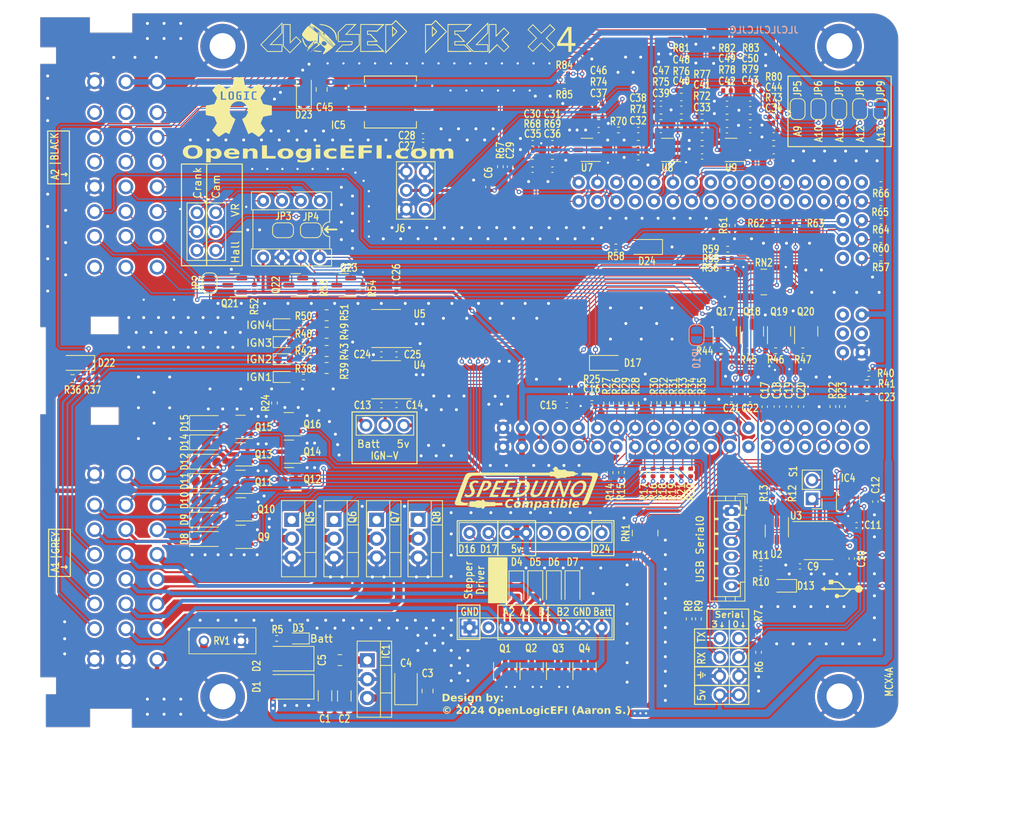
<source format=kicad_pcb>
(kicad_pcb (version 20240108) (generator "pcbnew") (generator_version "8.0")
  (layers (0 "F.Cu" mixed "Front") (31 "B.Cu" mixed "Back") (34 "B.Paste" user) (35 "F.Paste" user) (36 "B.SilkS" user "B.Silkscreen") (37 "F.SilkS" user "F.Silkscreen") (38 "B.Mask" user) (39 "F.Mask" user) (44 "Edge.Cuts" user))
  (net 0 "")
  (net 1 "+BATT")
  (net 2 "MC-D38")
  (net 3 "MC-D40")
  (net 4 "IGN1")
  (net 5 "IGN2")
  (net 6 "MC-D50")
  (net 7 "MC-D52")
  (net 8 "IGN4")
  (net 9 "IGN3")
  (net 10 "MC-D53")
  (net 11 "MC-D49")
  (net 12 "MC-D47")
  (net 13 "MC-D45")
  (net 14 "INJ1")
  (net 15 "INJ4")
  (net 16 "INJ2")
  (net 17 "INJ3")
  (net 18 "MC-D8")
  (net 19 "MC-D11")
  (net 20 "MC-D9")
  (net 21 "MC-D10")
  (net 22 "MC-D16")
  (net 23 "MC-D17")
  (net 24 "D12-OUT")
  (net 25 "MC-D24")
  (net 26 "MC-A3")
  (net 27 "MC-A4")
  (net 28 "Flex")
  (net 29 "IAT")
  (net 30 "O2")
  (net 31 "MC-A0")
  (net 32 "MC-A8")
  (net 33 "CLT")
  (net 34 "A9")
  (net 35 "MC-A1")
  (net 36 "MC-A9")
  (net 37 "TPS")
  (net 38 "A10")
  (net 39 "MC-A2")
  (net 40 "MC-A10")
  (net 41 "MapIn")
  (net 42 "VVT")
  (net 43 "IDLE2")
  (net 44 "VR2-")
  (net 45 "VR1-")
  (net 46 "Crank-In")
  (net 47 "Cam-In")
  (net 48 "Tach")
  (net 49 "MC-D7")
  (net 50 "MC-D6")
  (net 51 "MC-D5")
  (net 52 "MC-D4")
  (net 53 "Clutch")
  (net 54 "MC-D20")
  (net 55 "MC-D41")
  (net 56 "MC-D39")
  (net 57 "BaroIn")
  (net 58 "MC-A5")
  (net 59 "MC-D21")
  (net 60 "MC-A6")
  (net 61 "MC-D18")
  (net 62 "VSS-IN")
  (net 63 "Net-(S1-Pin_2)")
  (net 64 "MC-A7")
  (net 65 "MC-A11")
  (net 66 "MC-D37")
  (net 67 "MC-A12")
  (net 68 "MC-A13")
  (net 69 "MC-A14")
  (net 70 "MC-A15")
  (net 71 "MC-D13")
  (net 72 "MC-D22")
  (net 73 "MC-D23")
  (net 74 "MC-D25")
  (net 75 "MC-D27")
  (net 76 "MC-D29")
  (net 77 "MC-D31")
  (net 78 "MC-D33")
  (net 79 "MC-D35")
  (net 80 "MC-D42")
  (net 81 "MC-D43")
  (net 82 "MC-D44")
  (net 83 "MC-D46")
  (net 84 "MC-D48")
  (net 85 "MC-D12")
  (net 86 "MC-D26")
  (net 87 "D+")
  (net 88 "D-")
  (net 89 "BOOST")
  (net 90 "VBus")
  (net 91 "MC-D28")
  (net 92 "MC-D30")
  (net 93 "MC-D32")
  (net 94 "MC-D34")
  (net 95 "MC-D36")
  (net 96 "Fuel-Pump")
  (net 97 "Fan")
  (net 98 "+3.3V")
  (net 99 "MC-D19")
  (net 100 "Net-(D1-K)")
  (net 101 "Net-(U3-~{RTS})")
  (net 102 "Net-(U3-V3)")
  (net 103 "Net-(JP1-C)")
  (net 104 "GND")
  (net 105 "Net-(J1-Pin_7)")
  (net 106 "Net-(U5-OUT_B)")
  (net 107 "Net-(U5-OUT_A)")
  (net 108 "Net-(J1-Pin_8)")
  (net 109 "MC-D15-RX3")
  (net 112 "MC-D14-TX3")
  (net 113 "MC-D0-RX0")
  (net 114 "MC-D1-TX0")
  (net 118 "Net-(Q5-G)")
  (net 119 "Net-(Q6-G)")
  (net 120 "IDLE1")
  (net 122 "Net-(IC4-S)")
  (net 123 "MC-D3")
  (net 124 "A11")
  (net 125 "MC-RESET")
  (net 126 "Net-(Q8-G)")
  (net 127 "Net-(Q9-G)")
  (net 128 "Net-(Q10-G)")
  (net 129 "Net-(Q13-G)")
  (net 130 "Net-(Q14-G)")
  (net 131 "Net-(U4-OUT_A)")
  (net 132 "MC-D51")
  (net 133 "Net-(U4-OUT_B)")
  (net 134 "Proto-RX0")
  (net 135 "CH340-RX0")
  (net 136 "A12")
  (net 139 "Net-(Q7-G)")
  (net 140 "VVT2")
  (net 141 "Net-(D22-A1)")
  (net 142 "Net-(D3-A)")
  (net 143 "Net-(D16-A)")
  (net 144 "Net-(Q15-G)")
  (net 145 "Net-(D18-A)")
  (net 146 "+5V")
  (net 147 "D22-IN")
  (net 148 "D21-IN")
  (net 149 "D23-IN")
  (net 152 "Net-(Q11-G)")
  (net 153 "Net-(Q12-G)")
  (net 154 "Net-(J3-Pin_4)")
  (net 155 "Net-(J3-Pin_5)")
  (net 156 "Net-(Q1-G)")
  (net 157 "Net-(Q2-G)")
  (net 158 "Net-(Q3-G)")
  (net 159 "Net-(Q4-G)")
  (net 160 "Net-(RN2A-R1.1)")
  (net 161 "Net-(RN2B-R2.1)")
  (net 162 "Net-(RN2C-R3.1)")
  (net 163 "Net-(RN2D-R4.1)")
  (net 164 "D28-OUT")
  (net 165 "D27-OUT")
  (net 166 "D13-OUT")
  (net 168 "Net-(JP6-B)")
  (net 169 "Net-(JP7-B)")
  (net 170 "Net-(JP8-B)")
  (net 171 "Net-(JP9-B)")
  (net 172 "Crank-Direct")
  (net 173 "Cam-Direct")
  (net 174 "A13")
  (net 175 "Net-(JP5-B)")
  (net 182 "Net-(D20-A)")
  (net 183 "Net-(D21-A)")
  (net 186 "Cam2")
  (net 189 "VR1+")
  (net 190 "VR2+")
  (footprint "Capacitor_SMD:C_0402_1005Metric" (layer "F.Cu") (at 116.79 99.665 180)
    (property "Reference" "C24")
    (property "Value" "100nF")
  )
  (footprint "Capacitor_SMD:C_0402_1005Metric" (layer "F.Cu") (at 118.822 99.665)
    (property "Reference" "C25")
    (property "Value" "1u")
  )
  (footprint "Resistor_SMD:R_0402_1005Metric" (layer "F.Cu") (at 169.5 82.0166)
    (property "Reference" "R62")
    (property "Value" "100K")
  )
  (footprint "Resistor_SMD:R_0402_1005Metric" (layer "F.Cu") (at 173.0248 82.0166)
    (property "Reference" "R63")
    (property "Value" "100K")
  )
  (footprint "Resistor_SMD:R_0805_2012Metric" (layer "F.Cu") (at 109.42 101.492768 180)
    (property "Reference" "R39")
    (property "Value" "10r")
  )
  (footprint "Resistor_SMD:R_0805_2012Metric" (layer "F.Cu") (at 109.42 99.2 180)
    (property "Reference" "R43")
    (property "Value" "10r")
  )
  (footprint "Resistor_SMD:R_0805_2012Metric" (layer "F.Cu") (at 109.42 96.742768 180)
    (property "Reference" "R49")
    (property "Value" "10r")
  )
  (footprint "Resistor_SMD:R_0805_2012Metric" (layer "F.Cu") (at 109.42 94.392768 180)
    (property "Reference" "R51")
    (property "Value" "10r")
  )
  (footprint "Package_SO:SOIC-8_3.9x4.9mm_P1.27mm" (layer "F.Cu") (at 117.425 103.065 180)
    (property "Reference" "U4")
    (property "Value" "COS4427")
  )
  (footprint "Package_SO:SOIC-8_3.9x4.9mm_P1.27mm" (layer "F.Cu") (at 117.425 96.1715 180)
    (property "Reference" "U5")
    (property "Value" "COS4427")
  )
  (footprint "Detonation:DVR8825-Labeled-Front" (layer "F.Cu") (at 128.651 136.388 90)
    (property "Reference" "IC2" (hide yes))
    (property "Value" "Pololu_Breakout_DRV8825")
  )
  (footprint "Capacitor_SMD:C_0402_1005Metric" (layer "F.Cu") (at 151.358 69.469)
    (property "Reference" "C38")
    (property "Value" "100nF")
  )
  (footprint "Capacitor_SMD:C_0402_1005Metric" (layer "F.Cu") (at 151.358 73.152 180)
    (property "Reference" "C32")
    (property "Value" "220nF")
  )
  (footprint "Capacitor_SMD:C_0402_1005Metric" (layer "F.Cu") (at 139.799 71.247)
    (property "Reference" "C36")
    (property "Value" "100nF")
  )
  (footprint "Capacitor_SMD:C_0402_1005Metric" (layer "F.Cu") (at 154.404 65.913 180)
    (property "Reference" "C47")
    (property "Value" "100nF")
  )
  (footprint "Capacitor_SMD:C_0402_1005Metric" (layer "F.Cu") (at 139.799 74.803 180)
    (property "Reference" "C31")
    (property "Value" "220nF")
  )
  (footprint "Capacitor_SMD:C_0402_1005Metric" (layer "F.Cu") (at 154.404 69.469)
    (property "Reference" "C39")
    (property "Value" "220nF")
  )
  (footprint "Capacitor_SMD:C_0402_1005Metric" (layer "F.Cu") (at 137.13835 71.247)
    (property "Reference" "C35")
    (property "Value" "100nF")
  )
  (footprint "Capacitor_SMD:C_0402_1005Metric" (layer "F.Cu") (at 157.1498 65.8876 180)
    (property "Reference" "C48")
    (property "Value" "100nF")
  )
  (footprint "Capacitor_SMD:C_0402_1005Metric" (layer "F.Cu") (at 137.12565 74.803 180)
    (property "Reference" "C30")
    (property "Value" "220nF")
  )
  (footprint "Capacitor_SMD:C_0402_1005Metric" (layer "F.Cu") (at 146.022 65.913 180)
    (property "Reference" "C46")
    (property "Value" "100nF")
  )
  (footprint "Capacitor_SMD:C_0402_1005Metric" (layer "F.Cu") (at 159.9438 69.469 180)
    (property "Reference" "C41")
    (property "Value" "100nF")
  )
  (footprint "Capacitor_SMD:C_0402_1005Metric" (layer "F.Cu") (at 146.022 69.469)
    (property "Reference" "C37")
    (property "Value" "220nF")
  )
  (footprint "Resistor_SMD:R_0402_1005Metric" (layer "F.Cu") (at 77.92 102.91 180)
    (property "Reference" "R37")
    (property "Value" "1k")
  )
  (footprint "Resistor_SMD:R_0603_1608Metric" (layer "F.Cu") (at 75.241 102.9132 180)
    (property "Reference" "R36")
    (property "Value" "3.9k")
  )
  (footprint "Resistor_SMD:R_0402_1005Metric" (layer "F.Cu") (at 151.358 71.247 180)
    (property "Reference" "R71")
    (property "Value" "470r")
  )
  (footprint "Resistor_SMD:R_0402_1005Metric" (layer "F.Cu") (at 139.799 73.025 180)
    (property "Reference" "R69")
    (property "Value" "470r")
  )
  (footprint "Resistor_SMD:R_0402_1005Metric" (layer "F.Cu") (at 154.404 67.691)
    (property "Reference" "R75")
    (property "Value" "470r")
  )
  (footprint "Resistor_SMD:R_0402_1005Metric" (layer "F.Cu") (at 169.85 99.1625)
    (property "Reference" "R46")
    (property "Value" "1k")
  )
  (footprint "Resistor_SMD:R_0402_1005Metric" (layer "F.Cu") (at 137.1066 73.025 180)
    (property "Reference" "R68")
    (property "Value" "470r")
  )
  (footprint "Resistor_SMD:R_0402_1005Metric" (layer "F.Cu") (at 157.1498 67.6656)
    (property "Reference" "R76")
    (property "Value" "470r")
  )
  (footprint "Resistor_SMD:R_0402_1005Metric" (layer "F.Cu") (at 146.022 67.691)
    (property "Reference" "R74")
    (property "Value" "470r")
  )
  (footprint "Resistor_SMD:R_0402_1005Metric" (layer "F.Cu") (at 159.9438 71.247)
    (property "Reference" "R72")
    (property "Value" "470r")
  )
  (footprint "Package_TO_SOT_SMD:SOT-23-6" (layer "F.Cu") (at 144.4472 72.136 180)
    (property "Reference" "U7")
    (property "Value" "SRV05-4-P-T7")
  )
  (footprint "Package_TO_SOT_SMD:SOT-23-6" (layer "F.Cu") (at 155.2725 72.136 180)
    (property "Reference" "U8")
    (property "Value" "SRV05-4-P-T7")
  )
  (footprint "Capacitor_SMD:C_0402_1005Metric" (layer "F.Cu") (at 145.1 106.7 180)
    (property "Reference" "C16")
    (property "Value" "220nF")
  )
  (footprint "Resistor_SMD:R_0402_1005Metric" (layer "F.Cu") (at 184.0025 84.225)
    (property "Reference" "R60")
    (property "Value" "100K")
  )
  (footprint "Resistor_SMD:R_0402_1005Metric" (layer "F.Cu") (at 184 86.7)
    (property "Reference" "R57")
    (property "Value" "100K")
  )
  (footprint "Detonation:PinHeader2x03_Jumper" (layer "F.Cu") (at 91.96 80.6)
    (property "Reference" "J4" (hide yes))
    (property "Value" "Input Jumper")
  )
  (footprint "Jumper:SolderJumper-2_P1.3mm_Open_RoundedPad1.0x1.5mm" (layer "F.Cu") (at 103.55 82.95)
    (property "Reference" "JP3")
    (property "Value" "FET Bypass" (hide yes))
  )
  (footprint "Resistor_SMD:R_0402_1005Metric" (layer "F.Cu") (at 107.8 90.75 90)
    (property "Reference" "R53")
    (property "Value" "1k")
  )
  (footprint "Resistor_SMD:R_0402_1005Metric" (layer "F.Cu") (at 164 82.3 -90)
    (property "Reference" "R61")
    (property "Value" "100K")
  )
  (footprint "Resistor_SMD:R_0402_1005Metric" (layer "F.Cu") (at 153.48485 106.1466 -90)
    (property "Reference" "R30")
    (property "Value" "100K")
  )
  (footprint "Resistor_SMD:R_0402_1005Metric" (layer "F.Cu") (at 154.76788 106.1466 -90)
    (property "Reference" "R32")
    (property "Value" "100K")
  )
  (footprint "Resistor_SMD:R_0402_1005Metric" (layer "F.Cu") (at 156.05091 106.1466 -90)
    (property "Reference" "R31")
    (property "Value" "100K")
  )
  (footprint "Resistor_SMD:R_0402_1005Metric" (layer "F.Cu") (at 157.33394 106.1466 -90)
    (property "Reference" "R33")
    (property "Value" "100K")
  )
  (footprint "Package_TO_SOT_SMD:SOT-23" (layer "F.Cu") (at 166.65 96.5625 90)
    (property "Reference" "Q18")
    (property "Value" "AO3400A")
  )
  (footprint "Resistor_SMD:R_0402_1005Metric" (layer "F.Cu") (at 173.5 99.1625)
    (property "Reference" "R47")
    (property "Value" "1k")
  )
  (footprint "Resistor_SMD:R_0402_1005Metric" (layer "F.Cu") (at 166.4208 67.7164)
    (property "Reference" "R79")
    (property "Value" "470r")
  )
  (footprint "Capacitor_SMD:C_0402_1005Metric" (layer "F.Cu") (at 116.79 106.4904 180)
    (property "Reference" "C13")
    (property "Value" "100nF")
  )
  (footprint "Capacitor_SMD:C_0402_1005Metric" (layer "F.Cu") (at 166.4 105.7 180)
    (property "Reference" "C22")
    (property "Value" "10nF")
  )
  (footprint "Detonation-Logos:ClosedDeck-New" (layer "F.Cu") (at 121.75 57)
    (property "Reference" "G***" (hide yes))
    (property "Value" "LOGO" (hide yes))
  )
  (footprint "Detonation:TestPoint_THT_D0.6mm_Drill0.3mm" (layer "F.Cu") (at 179.832 125.3998)
    (property "Reference" "TP4" (hide yes))
    (property "Value" "TestPoint")
  )
  (footprint "Package_TO_SOT_SMD:SOT-23" (layer "F.Cu") (at 140.5636 141.7551 90)
    (property "Reference" "Q3")
    (property "Value" "AO3400A")
  )
  (footprint "Jumper:SolderJumper-2_P1.3mm_Open_RoundedPad1.0x1.5mm" (layer "F.Cu") (at 175.6 66.65 -90)
    (property "Reference" "JP6")
    (property "Value" "SolderJumper_2_Open")
  )
  (footprint "Resistor_SMD:R_0402_1005Metric" (layer "F.Cu") (at 159.9 106.1466 -90)
    (property "Reference" "R35")
    (property "Value" "100k")
  )
  (footprint "Detonation:MOV07D220KTR" (layer "F.Cu") (at 92.9 138.2)
    (property "Reference" "RV1")
    (property "Value" "7D220KTR" (hide yes))
  )
  (footprint "Package_TO_SOT_SMD:SOT-23-6" (layer "F.Cu") (at 170 123.425 -90)
    (property "Reference" "U2")
    (property "Value" "SRV05-4-P-T7")
  )
  (footprint "Package_TO_SOT_THT:TO-220-3_Vertical" (layer "F.Cu") (at 110.425 121.92 -90)
    (property "Reference" "Q6")
    (property "Value" "STP75N04Z")
  )
  (footprint "Resistor_SMD:R_0402_1005Metric" (layer "F.Cu") (at 157.1498 64.135)
    (property "Reference" "R81")
    (property "Value" "2.49k")
  )
  (footprint "Resistor_SMD:R_0402_1005Metric" (layer "F.Cu") (at 132.8 74.4 -90)
    (property "Reference" "R67")
    (property "Value" "51k")
  )
  (footprint "Package_TO_SOT_THT:TO-220-3_Vertical" (layer "F.Cu") (at 114.9 140.82 -90)
    (property "Reference" "IC1")
    (property "Value" "LM2940S-5.0")
  )
  (footprint "Capacitor_SMD:C_0402_1005Metric" (layer "F.Cu") (at 169.58 73.025)
    (property "Reference" "C34")
    (property "Value" "220nF")
  )
  (footprint "Detonation-Logos:usb" (layer "F.Cu") (at 178.75 131.25 180)
    (property "Reference" "G***" (hide yes))
    (property "Value" "LOGO" (hide yes))
  )
  (footprint "Resistor_SMD:R_0402_1005Metric" (layer "F.Cu") (at 167.54117 137.36035 -90)
    (property "Reference" "R7")
    (property "Value" "1k")
  )
  (footprint "Resistor_SMD:R_0402_1005Metric" (layer "F.Cu") (at 166.2 99.1625)
    (property "Reference" "R45")
    (property "Value" "1k")
  )
  (footprint "Diode_SMD:D_SOD-123F" (layer "F.Cu") (at 137.5 130.9828 -90)
    (property "Reference" "D5")
    (property "Value" "SM4007PL")
  )
  (footprint "LED_SMD:LED_0603_1608Metric" (layer "F.Cu") (at 103.72 100.3)
    (property "Reference" "D18" (hide yes))
    (property "Value" "LED")
  )
  (footprint "Resistor_SMD:R_0402_1005Metric" (layer "F.Cu") (at 147.563 115.57 -90)
    (property "Reference" "R14")
    (property "Value" "470r")
  )
  (footprint "MountingHole:MountingHole_3.5mm_Pad" (layer "F.Cu") (at 178.4326 145.67755)
    (property "Reference" "H2" (hide yes))
    (property "Value" "MountingHole_Pad")
  )
  (footprint "Resistor_SMD:R_0402_1005Metric" (layer "F.Cu") (at 148.35 85.2)
    (property "Reference" "R58")
    (property "Value" "1k")
  )
  (footprint "Resistor_SMD:R_0402_1005Metric" (layer "F.Cu") (at 106.31 102.7)
    (property "Reference" "R38")
    (property "Value" "2k")
  )
  (footprint "Detonation-Logos:open-logic-9" (layer "F.Cu") (at 97.6 66.4)
    (property "Reference" "G***" (hide yes))
    (property "Value" "LOGO" (hide yes))
  )
  (footprint "Resistor_SMD:R_0402_1005Metric" (layer "F.Cu") (at 106.31 100.3)
    (property "Reference" "R42")
    (property "Value" "2k")
  )
  (footprint "Resistor_SMD:R_0603_1608Metric" (layer "F.Cu") (at 182.118 103.632)
    (property "Reference" "R41")
    (property "Value" "120r")
  )
  (footprint "Package_TO_SOT_SMD:SOT-23" (layer "F.Cu") (at 97.8375 109.4086 180)
    (property "Reference" "Q15")
    (property "Value" "AO3400A")
  )
  (footprint "Resistor_SMD:R_0402_1005Metric" (layer "F.Cu") (at 170.815 118.3259 90)
    (property "Reference" "R12")
    (property "Value" "10k")
  )
  (footprint "Detonation:PinSocket 2x03" (layer "F.Cu") (at 120.142 80.137 180)
    (property "Reference" "J6")
    (property "Value" "Map Sensor Socket")
  )
  (footprint "Resistor_SMD:R_0402_1005Metric" (layer "F.Cu") (at 141.4 63.5)
    (property "Reference" "R85")
    (property "Value" "2.49k")
  )
  (footprint "Detonation:2x04-2.54mm-Proto-NoSilkscreen" (layer "F.Cu") (at 162.322385 145.47835 180)
    (property "Reference" "J1" (hide yes))
    (property "Value" "Serial")
  )
  (footprint "Resistor_SMD:R_0402_1005Metric" (layer "F.Cu") (at 102.4 106.2 -90)
    (property "Reference" "R24")
    (property "Value" "10k")
  )
  (footprint "Jumper:SolderJumper-2_P1.3mm_Open_RoundedPad1.0x1.5mm" (layer "F.Cu") (at 107.3 82.95)
    (property "Reference" "JP4")
    (property "Value" "FET Bypass")
  )
  (footprint "Capacitor_SMD:C_0402_1005Metric" (layer "F.Cu") (at 173.1174 128.1938)
    (property "Reference" "C9")
    (property "Value" "100nF")
  )
  (footprint "Capacitor_SMD:C_0402_1005Metric" (layer "F.Cu") (at 157.1498 69.469)
    (property "Reference" "C40")
    (property "Value" "220nF")
  )
  (footprint "Resistor_SMD:R_0402_1005Metric" (layer "F.Cu") (at 158.2 135.25 90)
    (property "Reference" "R8")
    (property "Value" "2k")
  )
  (footprint "Resistor_SMD:R_0402_1005Metric" (layer "F.Cu") (at 184.005 79.275 180)
    (property "Reference" "R65")
    (property "Value" "100k")
  )
  (footprint "Capacitor_SMD:C_0402_1005Metric" (layer "F.Cu") (at 163.294 65.9384 180)
    (property "Reference" "C49")
    (property "Value" "100nF")
  )
  (footprint "Capacitor_SMD:C_0402_1005Metric" (layer "F.Cu") (at 168.374 106.7 90)
    (property "Reference" "C17")
    (property "Value" "10nF")
  )
  (footprint "Capacitor_SMD:C_0603_1608Metric" (layer "F.Cu") (at 182.118 105.41)
    (property "Reference" "C23")
    (property "Value" "10uF")
  )
  (footprint "Package_TO_SOT_SMD:SOT-23" (layer "F.Cu") (at 144.1196 141.7551 90)
    (property "Reference" "Q4")
    (property "Value" "AO3400A")
  )
  (footprint "Package_TO_SOT_SMD:SOT-23" (layer "F.Cu") (at 97.8375 113.10795 180)
    (property "Reference" "Q13")
    (property "Value" "AO3400A")
  )
  (footprint "Package_TO_SOT_SMD:SOT-23" (layer "F.Cu") (at 97.8375 116.8073 180)
    (property "Reference" "Q11")
    (property "Value" "AO3400A")
  )
  (footprint "Diode_SMD:D_SOD-123F" (layer "F.Cu") (at 93.19693 121.9)
    (property "Reference" "D9")
    (property "Value" "SM4007PL")
  )
  (footprint "Detonation:1x03-Proto" (layer "F.Cu") (at 114.72 109.2 90)
    (property "Reference" "JP1" (hide yes))
    (property "Value" "IGN-V")
  )
  (footprint "Connector_Automotive:Delphi_Sicma_24_Black" (layer "F.Cu") (at 70.7 75.45 -90)
    (property "Reference" "A2")
    (property "Value" "BLACK")
  )
  (footprint "Resistor_SMD:R_0402_1005Metric" (layer "F.Cu") (at 145.1 105.5)
    (property "Reference" "R25")
    (property "Value" "2.2k")
  )
  (footprint "Capacitor_SMD:C_0402_1005Metric" (layer "F.Cu") (at 131.2 77.12 -90)
    (property "Reference" "C6")
    (property "Value" "100nF")
  )
  (footprint "Package_TO_SOT_SMD:SOT-23" (layer "F.Cu") (at 97.0625 90.35 180)
    (property "Reference" "Q21")
    (property "Value" "AO3400A")
  )
  (footprint "Package_TO_SOT_SMD:SOT-23" (layer "F.Cu") (at 104.3309 109.05 180)
    (property "Reference" "Q16")
    (property "Value" "AO3400A")
  )
  (footprint "Resistor_SMD:R_0402_1005Metric" (layer "F.Cu") (at 158.4 115.55 -90)
    (property "Reference" "R20")
    (property "Value" "470r")
  )
  (footprint "Resistor_SMD:R_0402_1005Metric" (layer "F.Cu") (at 167.386 64.1604 180)
    (property "Reference" "R83")
    (property "Value" "2.49k")
  )
  (footprint "Resistor_SMD:R_0402_1005Metric" (layer "F.Cu") (at 149.7 106.2 -90)
    (property "Reference" "R29")
    (property "Value" "100k")
  )
  (footprint "Capacitor_SMD:C_0805_2012Metric" (layer "F.Cu") (at 108.7518 64 -90)
    (property "Reference" "C45")
    (property "Value" "100nF")
  )
  (footprint "Package_TO_SOT_SMD:SOT-23" (layer "F.Cu") (at 170.3 96.5625 90)
    (property "Reference" "Q19")
    (property "Value" "AO3400A")
  )
  (footprint "Diode_SMD:D_SOD-123F" (layer "F.Cu") (at 93.19693 116.7)
    (property "Reference" "D11")
    (property "Value" "SM4007PL")
  )
  (footprint "Resistor_SMD:R_0402_1005Metric" (layer "F.Cu") (at 153.343 115.55 -90)
    (property "Reference" "R16")
    (property "Value" "1k")
  )
  (footprint "Resistor_SMD:R_0402_1005Metric" (layer "F.Cu") (at 163.4 86.755 180)
    (property "Reference" "R55")
    (property "Value" "470r")
  )
  (footprint "Capacitor_SMD:C_0402_1005Metric" (layer "F.Cu") (at 180.721 122.6439)
    (property "Reference" "C11")
    (property "Value" "100nF")
  )
  (footprint "Capacitor_SMD:C_0402_1005Metric" (layer "F.Cu") (at 118.8 90.8 -90)
    (property "Reference" "C26")
    (property "Value" "100nF")
  )
  (footprint "Package_TO_SOT_THT:TO-220-3_Vertical" (layer "F.Cu") (at 116.149 121.92 -90)
    (property "Reference" "Q7")
    (property "Value" "STP75N04Z")
  )
  (footprint "Resistor_SMD:R_0402_1005Metric" (layer "F.Cu") (at 149.1 115.55 -90)
    (property "Reference" "R15")
    (property "Value" "470r")
  )
  (footprint "Package_SO:SOIC-8_3.9x4.9mm_P1.27mm" (layer "F.Cu") (at 175.6066 124.714)
    (property "Reference" "U3")
    (property "Value" "CH340N")
  )
  (footprint "Detonation-Logos:SpeeduinoCompatible-21mm" (layer "F.Cu") (at 136.3 117.6)
    (property "Reference" "G***" (hide yes))
    (property "Value" "LOGO" (hide yes))
  )
  (footprint "Resistor_SMD:R_0402_1005Metric" (layer "F.Cu") (at 158.61697 106.1466 -90)
    (property "Reference" "R34")
    (property "Value" "100k")
  )
  (footprint "LED_SMD:LED_0603_1608Metric" (layer "F.Cu") (at 103.72 95.6)
    (property "Reference" "D21" (hide yes))
    (property "Value" "LED")
  )
  (footprint "Diode_SMD:D_SOD-123F" (layer "F.Cu") (at 93.1816 108.9)
    (property "Reference" "D15")
    (property "Value" "SM4007PL")
  )
  (footprint "Resistor_SMD:R_0402_1005Metric" (layer "F.Cu") (at 177.546 106.68 -90)
    (property "Reference" "R22")
    (property "Value" "100k")
  )
  (footprint "Capacitor_SMD:C_0402_1005Metric" (layer "F.Cu") (at 169.58 69.469 180)
    (property "Reference" "C44")
    (property "Value" "100nF")
  )
  (footprint "Resistor_SMD:R_0402_1005Metric" (layer "F.Cu") (at 152.073 115.55 -90)
    (property "Reference" "R17")
    (property "Value" "1k")
  )
  (footprint "MountingHole:MountingHole_3.5mm_Pad" (layer "F.Cu") (at 95.42 58.17435)
    (property "Reference" "H3" (hide yes))
    (property "Value" "MountingHole_Pad")
  )
  (footprint "Capacitor_SMD:C_0402_1005Metric" (layer "F.Cu") (at 173.252 106.68 90)
    (property "Reference" "C20")
    (property "Value" "10nF")
  )
  (footprint "Resistor_SMD:R_0402_1005Metric" (layer "F.Cu") (at 169.58 71.247)
    (property "Reference" "R73")
    (property "Value" "470r")
  )
  (footprint "Package_TO_SOT_SMD:SOT-23" (layer "F.Cu") (at 104.3455 112.7506 180)
    (property "Reference" "Q14")
    (property "Value" "AO3400A")
  )
  (footprint "Package_TO_SOT_SMD:SOT-23" (layer "F.Cu") (at 97.8625 120.50665 180)
    (property "Reference" "Q10")
    (property "Value" "AO3400A")
  )
  (footprint "Capacitor_SMD:C_0402_1005Metric" (layer "F.Cu") (at 183.261 119.4689 90)
    (property "Reference" "C12")
    (property "Value" "100nF")
  )
  (footprint "Capacitor_SMD:C_0805_2012Metric" (layer "F.Cu") (at 111.2 140.8 180)
    (property "Reference" "C5")
    (property "Value" "470nF")
  )
  (footprint "Resistor_SMD:R_0402_1005Metric" (layer "F.Cu") (at 148.4 106.2 -90)
    (property "Reference" "R26")
    (property "Value" "100k")
  )
  (footprint "Resistor_SMD:R_0402_1005Metric" (layer "F.Cu") (at 163.294 64.1604)
    (property "Reference" "R82")
    (property "Value" "2.49k")
  )
  (footprint "Diode_SMD:D_SOD-123F" (layer "F.Cu") (at 93.193864 114.1)
    (property "Reference" "D12")
    (property "Value" "SM4007PL")
  )
  (footprint "Resistor_SMD:R_0402_1005Metric" (layer "F.Cu") (at 184.01 81.75 180)
    (property "Reference" "R64")
    (property "Value" "100k")
  )
  (footprint "Resistor_SMD:R_0402_1005Metric" (layer "F.Cu") (at 155.883 115.55 -90)
    (property "Reference" "R19")
    (property "Value" "1k")
  )
  (footprint "Resistor_SMD:R_0402_1005Metric" (layer "F.Cu") (at 167.54117 139.74795 -90)
    (property "Reference" "R6")
    (property "Value" "2k")
  )
  (footprint "Diode_SMD:D_SOD-323" (layer "F.Cu") (at 171.05 130.8 180)
    (property "Reference" "D13")
    (property "Value" "1N5819WS")
  )
  (footprint "Diode_SMD:D_SOD-123F" (layer "F.Cu") (at 76 100.8 180)
    (property "Reference" "D22")
    (property "Value" "SMF6.0CA")
  )
  (footprint "Diode_SMD:D_SOD-123F" (layer "F.Cu") (at 93.190798 111.5)
    (property "Reference" "D14")
    (property "Value" "SM4007PL")
  )
  (footprint "Capacitor_Tantalum_SMD:CP_EIA-3528-15_AVX-H" (layer "F.Cu") (at 120.1 144.3375 90)
    (property "Reference" "C4")
    (property "Value" "100uF")
  )
  (footprint "Resistor_SMD:R_0402_1005Metric" (layer "F.Cu") (at 99.7 90.8 90)
    (property "Reference" "R52")
    (property "Value" "1k")
  )
  (footprint "Jumper:SolderJumper-2_P1.3mm_Open_RoundedPad1.0x1.5mm" (layer "F.Cu") (at 184 66.65 -90)
    (property "Reference" "JP9")
    (property "Value" "SolderJumper_2_Open")
  )
  (footprint "Jumper:SolderJumper-2_P1.3mm_Open_RoundedPad1.0x1.5mm" (layer "F.Cu") (at 181.2 66.65 -90)
    (property "Reference" "JP8")
    (property "Value" "SolderJumper_2_Open")
  )
  (footprint "Package_TO_SOT_SMD:SOT-23" (layer "F.Cu") (at 97.8375 124.206 180)
    (property "Reference" "Q9")
    (property "Value" "AO3400A")
  )
  (footprint "Capacitor_SMD:C_0402_1005Metric" (layer "F.Cu") (at 166.4208 65.9384 180)
    (property "Reference" "C50")
    (property "Value" "100nF")
  )
  (footprint "Package_TO_SOT_SMD:SOT-23" (layer "F.Cu") (at 133.4455 141.7759 90)
    (property "Reference" "Q1")
    (property "Value" "AO3400A")
  )
  (footprint "Resistor_SMD:R_0402_1005Metric" (layer "F.Cu") (at 147.1 106.2 -90)
    (property "Reference" "R27")
    (property "Value" "100k")
  )
  (footprint "Resistor_SMD:R_0402_1005Metric" (layer "F.Cu") (at 167.85 129.07 180)
    (property "Reference" "R10")
    (property "Value" "5.1k")
  )
  (footprint "Diode_SMD:D_SMA" (layer "F.Cu") (at 104.2 140.6 180)
    (property "Reference" "D2")
    (property "Value" "TVS")
  )
  (footprint "Resistor_SMD:R_0402_1005Metric" (layer "F.Cu") (at 148.689 69.454)
    (property "Reference" "R70")
    (property "Value" "470r")
  )
  (footprint "LED_SMD:LED_0603_1608Metric" (layer "F.Cu") (at 103.72 98)
    (property "Reference" "D20" (hide yes))
    (property "Value" "LED")
  )
  (footprint "Resistor_SMD:R_0402_1005Metric" (layer "F.Cu") (at 106.31 95.6)
    (property "Reference" "R50")
    (property "Value" "2k")
  )
  (footprint "Resistor_SMD:R_0402_1005Metric" (layer "F.Cu") (at 157.15 115.55 -90)
    (property "Reference" "R21")
    (property "Value" "470r")
  )
  (footprint "Package_TO_SOT_SMD:SOT-23-6" (layer "F.Cu") (at 163.8528 72.136 180)
    (property "Reference" "U9")
    (property "Value" "SRV05-4-P-T7")
  )
  (footprint "Resistor_SMD:R_0402_1005Metric" (layer "F.Cu") (at 169.4384 118.3259 -90)
    (property "Reference" "R13")
    (property "Value" "470r")
  )
  (footprint "Resistor_SMD:R_0402_1005Metric" (layer "F.Cu") (at 159.45 135.25 -90)
    (property "Reference" "R9")
    (property "Value" "1k")
  )
  (footprint "Detonation:TestPoint_THT_D0.6mm_Drill0.3mm" (layer "F.Cu") (at 179.832 124.0282)
    (property "Reference" "TP5" (hide yes))
    (property "Value" "TestPoint")
  )
  (footprint "LED_SMD:LED_0603_1608Metric" (layer "F.Cu") (at 105.6 137.88 180)
    (property "Reference" "D3")
    (property "Value" "LED")
  )
  (footprint "Connector_Automotive:Delphi_Sicma_24_Grey" (layer "F.Cu") (at 70.7 128.2442 -90)
    (property "Reference" "A1")
    (property "Value" "GREY")
  )
  (footprint "Package_TO_SOT_SMD:SOT-23" (layer "F.Cu") (at 111.725 90.35 180)
    (property "Reference" "Q23")
    (property "Value" "AO3400A")
  )
  (footprint "Resistor_SMD:R_0402_1005Metric" (layer "F.Cu") (at 167.85 127.8)
    (property "Reference" "R11")
    (property "Value" "5.1k")
  )
  (footprint "LED_SMD:LED_0603_1608Metric" (layer "F.Cu") (at 103.72 102.7)
    (property "Reference" "D16" (hide yes))
    (property "Value" "LED")
  )
  (footprint "Jumper:SolderJumper-2_P1.3mm_Open_RoundedPad1.0x1.5mm" (layer "F.Cu") (at 172.8 66.65 -90)
    (property "Reference" "JP5")
    (property "Value" "SolderJumper_2_Open")
  )
  (footprint "Resistor_SMD:R_0402_1005Metric" (layer "F.Cu") (at 151 106.2 -90)
    (property "Reference" "R28")
    (property "Value" "100k")
  )
  (footprint "Resistor_SMD:R_0402_1005Metric" (layer "F.Cu") (at 159.9438 67.691)
    (property "Reference" "R77")
    (property "Value" "2.49k")
  )
  (footprint "Capacitor_SMD:C_0402_1005Metric" (layer "F.Cu") (at 170 106.68 90)
    (property "Reference" "C18")
    (property "Value" "10nF")
  )
  (footprint "Capacitor_SMD:C_0402_1005Metric" (layer "F.Cu") (at 171.626 106.68 90)
    (property "Reference" "C19")
    (property "Value" "10nF")
  )
  (footprint "Capacitor_SMD:C_0402_1005Metric" (layer "F.Cu") (at 134.1 74.4 90)
    (property "Reference" "C29")
    (property "Value" "100nF")
  )
  (footprint "Package_TO_SOT_THT:TO-220-3_Vertical" (layer "F.Cu") (at 121.737 121.92 -90)
    (property "Reference" "Q8")
    (property "Value" "STP75N04Z")
  )
  (footprint "Connector_JST:JST_PH_B6B-PH-K_1x06_P2.00mm_Vertical" (layer "F.Cu") (at 163.9 120.8 -90)
    (property "Reference" "J3" (hide yes))
    (property "Value" "USB-S0")
  )
  (footprint "Capacitor_SMD:C_0402_1005Metric" (layer "F.Cu") (at 122.4 71.495)
    (property "Reference" "C27")
    (property "Value" "1u")
  )
  (footprint "Diode_SMD:D_SOD-123F" (layer "F.Cu") (at 93.19693 119.3)
    (property "Reference" "D10")
    (property "Value" "SM4007PL")
  )
  (footprint "Capacitor_SMD:C_0402_1005Metric" (layer "F.Cu") (at 166.4208 69.4944)
    (property "Reference" "C43")
    (property "Value" "220nF")
  )
  (footprint "Resistor_SMD:R_0402_1005Metric" (layer "F.Cu") (at 182.372 102.235 180)
    (property "Reference" "R40")
    (property "Value" "10k")
  )
  (footprint "Capacitor_SMD:C_0402_1005Metric" (layer "F.Cu") (at 159.9438 73.025)
    (property "Reference" "C33")
    (property "Value" "220nF")
  )
  (footprint "Detonation:TestPoint_THT_D0.6mm_Drill0.3mm" (layer "F.Cu") (at 181.864 117.8179)
    (property "Reference" "TP7" (hide yes))
    (property "Value" "TestPoint")
  )
  (footprint "Resistor_SMD:R_Array_Concave_4x0603" (layer "F.Cu") (at 168.2496 89.916)
    (property "Reference" "RN2")
    (property "Value" "1k")
  )
  (footprint "Detonation:Arduino_Mega_Mini_2560_SmallCrtYd_NoVin" (layer "F.Cu") (at 155.82718 94.30252)
    (property "Reference" "U6" (hide yes))
    (property "Value" "MEGA_PRO_EMBED_CH340G_{slash}_ATMEGA2560")
  )
  (footprint "Capacitor_SMD:C_1206_3216Metric" (layer "F.Cu") (at 109.2 145.6 -90)
    (property "Reference" "C1")
    (property "Value" "4.7uF")
  )
  (footprint "Resistor_SMD:R_0402_1005Metric" (layer "F.Cu") (at 154.613 115.55 -90)
    (property "Reference" "R18")
    (property "Value" "1k")
  )
  (footprint "Resistor_SMD:R_Array_Concave_4x0603" (layer "F.Cu") (at 152.273 123.698 90)
    (property "Reference" "RN1")
    (property "Value" "1k")
  )
  (footprint "Diode_SMD:D_SOD-123F" (layer "F.Cu") (at 142.5 130.9828 -90)
    (property "Reference" "D7")
    (property "Value" "SM4007PL")
  )
  (footprint "Package_TO_SOT_SMD:SOT-23" (layer "F.Cu") (at 163 96.5625 90)
    (property "Reference" "Q17")
    (property "Value" "AO3400A")
  )
  (footprint "Resistor_SMD:R_0402_1005Metric" (layer "F.Cu") (at 141.4 61.9)
    (property "Reference" "R84")
    (property "Value" "2.49k")
  )
  (footprint "Jumper:SolderJumper-2_P1.3mm_Open_RoundedPad1.0x1.5mm" (layer "F.Cu") (at 178.4 66.65 -90)
    (property "Reference" "JP7")
    (property "Value" "SolderJumper_2_Open")
  )
  (footprint "Capacitor_SMD:C_0402_1005Metric" (layer "F.Cu") (at 122.4 70.295)
    (property "Reference" "C28")
    (property "Value" "100nF")
  )
  (footprint "Capacitor_SMD:C_0402_1005Metric" (layer "F.Cu") (at 118.822 106.465)
    (property "Reference" "C14")
    (property "Value" "1u")
  )
  (footprint "Diode_SMD:D_SOD-123F" (layer "F.Cu") (at 152.4 85.2 180)
    (property "Reference" "D24")
    (property "Value" "SMF6.0CA")
  )
  (footprint "Diode_SMD:D_SOD-123F" (layer "F.Cu") (at 106.3518 64.4 90)
    (property "Reference" "D23")
    (property "Value" "SMF6.0CA")
  )
  (footprint "Detonation:TestPoint_THT_D0.6mm_Drill0.3mm" (layer "F.Cu") (at 181.737 120.1039 90)
    (property "Reference" "TP6" (hide yes))
    (property "Value" "TestPoint")
  )
  (footprint "Detonation:Socket_VRConditioner_Corrected" (layer "F.Cu") (at 108.5 78.99 -90)
    (property "Reference" "J5" (hide yes))
    (property "Value" "VR Conditioner")
  )
  (footprint "Resistor_SMD:R_0402_1005Metric" (layer "F.Cu") (at 163.294 67.7164)
    (property "Reference" "R78")
    (property "Value" "470r")
  )
  (footprint "Capacitor_SMD:C_0402_1005Metric" (layer "F.Cu") (at 141.75 106.5)
    (property "Reference" "C15")
    (property "Value" "100nF")
  )
  (footprint "MountingHole:MountingHole_3.5mm_Pad" (layer "F.Cu") (at 178.428 58.17435)
    (property "Reference" "H4" (hide yes))
    (property "Value" "MountingHole_Pad")
  )
  (footprint "Capacitor_SMD:C_0402_1005Metric" (layer "F.Cu") (at 180.086 127.127 -90)
    (property "Reference" "C10")
    (property "Value" "100nF")
  )
  (footprint "Resistor_SMD:R_0402_1005Metric" (layer "F.Cu") (at 163.4 85.5 180)
    (property "Reference" "R59")
    (property "Value" "470r")
  )
  (footprint "Resistor_SMD:R_0402_1005Metric" (layer "F.Cu") (at 169.58 67.691)
    (property "Reference" "R80")
    (property "Value" "2.49k")
  )
  (footprint "MountingHole:MountingHole_3.5mm_Pad" (layer "F.Cu") (at 95.4246 145.67755)
    (property "Reference" "H1" (hide yes))
    (property "Value" "MountingHole_Pad")
  )
  (footprint "Diode_SMD:D_SOD-123F" (layer "F.Cu") (at 93.19693 124.5)
    (property "Reference" "D8")
    (property "Value" "SM4007PL")
  )
  (footprint "Jumper:SolderJumper-2_P1.3mm_Open_RoundedPad1.0x1.5mm" (layer "F.Cu") (at 93.67 90.09 90)
    (property "Reference" "JP2")
    (property "Value" "FET Bypass")
  )
  (footprint "Diode_SMD:D_SOD-123F" (layer "F.Cu") (at 140 130.9828 -90)
    (property "Reference" "D6")
    (property "Value" "SM4007PL")
  )
  (footprint "Package_TO_SOT_SMD:TSOT-23-6" (layer "F.Cu") (at 179.578 118.9609 90)
    (property "Reference" "IC4")
    (property "Value" "74LVC1G157GV,125")
  )
  (footprint "Package_TO_SOT_SMD:SOT-23" (layer "F.Cu") (at 137.0076 141.7551 90)
    (property "Reference" "Q2")
    (property "Value" "AO3400A")
  )
  (footprint "Capacitor_SMD:C_0402_1005Metric" (layer "F.Cu") (at 163.294 69.4944)
    (property "Reference" "C42")
    (property "Value" "220nF")
  )
  (footprint "Resistor_SMD:R_0402_1005Metric" (layer "F.Cu") (at 162.55 99.1625)
    (property "Reference" "R44")
    (property "Value" "1k")
  )
  (footprint "Package_TO_SOT_SMD:SOT-23" (layer "F.Cu") (at 104.3455 116.459 180)
    (property "Reference" "Q12")
    (property "Value" "AO3400A")
  )
  (footprint "Resistor_SMD:R_0402_1005Metric" (layer "F.Cu") (at 106.31 98)
    (property "Reference" "R48")
    (property "Value" "2k")
  )
  (footprint "Package_TO_SOT_THT:TO-220-3_Vertical" (layer "F.Cu") (at 104.719 121.92 -90)
    (property "Reference" "Q5")
    (property "Value" "STP75N04Z")
  )
  (footprint "Diode_SMD:D_SOD-123F" (layer "F.Cu") (at 147 100.8)
    (property "Reference" "D17")
    (property "Value" "SMF6.0CA")
  )
  (footprint "Detonation:KP234-Handsoldering" (layer "F.Cu") (at 118 65.695)
    (property "Reference" "IC5")
    (property "Value" "KP234")
  )
  (footprint "Package_TO_SOT_SMD:SOT-23" (layer "F.Cu") (at 173.95 96.5625 90)
    (property "Reference" "Q20")
    (property "Value" "AO3400A")
  )
  (footprint "Capacitor_SMD:C_0805_2012Metric" (layer "F.Cu") (at 123 144.95 90)
    (property "Reference" "C3")
    (property "Value" "100nF")
  )
  (footprint "Resistor_SMD:R_0402_1005Metric" (layer "F.Cu") (at 184.0075 76.8 180)
    (property "Reference" "R66")
    (property "Value" "100k")
  )
  (footprint "Connector_PinHeader_2.54mm:PinHeader_1x02_P2.54mm_Vertical" (layer "F.Cu") (at 174.752 119.0929 180)
    (property "Reference" "S1")
    (property "Value" "Reset Control")
  )
  (footprint "Resistor_SMD:R_0402_1005Metric" (layer "F.Cu") (at 114.2875 90.79 90)
    (property "Reference" "R54")
    (property "Value" "1k")
  )
  (footprint "Diode_SMD:D_SMA" (layer "F.Cu") (at 104.2 144.4 180)
    (property "Reference" "D1")
    (property "Value" "Schottky")
  )
  (footprint "Diode_SMD:D_SOD-123F" (layer "F.Cu") (at 134.9574 131 -90)
    (property "Reference" "D4")
    (property "Value" "SM4007PL")
  )
  (footprint "Capacitor_SMD:C_1206_3216Metric" (layer "F.Cu") (at 111.8 145.62 -90)
    (property "Reference" "C2")
    (property "Value" "2.2uF")
  )
  (footprint "Package_TO_SOT_SMD:SOT-23" (layer "F.Cu") (at 105.2625 90.35 180)
    (property "Reference" "Q22")
    (property "Value" "AO3400A")
  )
  (footprint "Resistor_SMD:R_0402_1005Metric" (layer "F.Cu") (at 102.7 137.88 180)
    (property "Reference" "R5")
    (property "Value" "2k")
  )
  (footprint "Resistor_SMD:R_0402_1005Metric" (layer "F.Cu") (at 178.816 106.68 -90)
    (property "Reference" "R23")
    (property "Value" "100k")
  )
  (footprint "Resistor_SMD:R_0402_1005Metric" (layer "F.Cu") (at 163.4 88 180)
    (property "Reference" "R56")
    (property "Value" "470r")
  )
  (footprint "Capacitor_SMD:C_0402_1005Metric" (layer "F.Cu") (at 163.9 105.7)
    (property "Reference" "C21")
    (property "Value" "100nF")
  )
  (footprint "Jumper:SolderJumper-2_P1.3mm_Open_RoundedPad1.0x1.5mm" (layer "B.Cu") (at 159.2 97.05 -90)
    (property "Reference" "JP10")
    (property "Value" "FET Bypass")
  )
  (gr_rect (start 131.2164 127.0304) (end 133.6802 133.0656) (stroke (width 0.15)) (fill solid) (layer "F.SilkS"))
  (gr_rect (start 89.887 74.0422) (end 98.066 87.725) (stroke (width 0.154)) (fill none) (layer "F.SilkS"))
  (gr_rect (start 158.927061 139.13835) (end 166.216861 141.67835) (stroke (width 0.15)) (fill none) (layer "F.SilkS"))
  (gr_line (start 93.2765 87.725) (end 93.2765 74.0422) (stroke (width 0.154)) (layer "F.SilkS"))
  (gr_rect (start 72.009 123.19) (end 74.93 129.54) (stroke (width 0.154)) (fill none) (layer "F.SilkS"))
  (gr_rect (start 160.603461 133.93135) (end 166.216861 136.59835) (stroke (width 0.15)) (fill none) (layer "F.SilkS"))
  (gr_rect (start 112.843 107.4) (end 121.578 114.363) (stroke (width 0.154)) (fill none) (layer "F.SilkS"))
  (gr_rect (start 158.93057 141.67835) (end 166.22037 144.21835) (stroke (width 0.15)) (fill none) (layer "F.SilkS"))
  (gr_rect (start 158.927061 136.59835) (end 166.216861 139.13835) (stroke (width 0.15)) (fill none) (layer "F.SilkS"))
  (gr_line (start 163.612385 136.59835) (end 163.612385 146.74835) (stroke (width 0.15)) (layer "F.SilkS"))
  (gr_rect (start 71.882 69.596) (end 74.803 76.708) (stroke (width 0.154)) (fill none) (layer "F.SilkS"))
  (gr_rect (start 171.5 62.219) (end 185.383 71.7) (stroke (width 0.154)) (fill none) (layer "F.SilkS"))
  (gr_rect (start 158.93057 144.19295) (end 166.22037 146.75835) (stroke (width 0.15)) (fill none) (layer "F.SilkS"))
  (gr_line (start 71.628 107.696) (end 71.628 96.012) (stroke (width 0.0381)) (layer "Edge.Cuts"))
  (gr_line (start 77.575 56.35) (end 83.25 56.35) (stroke (width 0.0381)) (layer "Edge.Cuts"))
  (gr_line (start 77.6858 94.5755) (end 81.407 94.5755) (stroke (width 0.0381)) (layer "Edge.Cuts"))
  (gr_line (start 77.7 109.14) (end 77.7 106.775) (stroke (width 0.0381)) (layer "Edge.Cuts"))
  (gr_line (start 77.6858 96.9405) (end 77.6858 94.5755) (stroke (width 0.0381)) (layer "Edge.Cuts"))
  (gr_line (start 83.2 149.9108) (end 83.2 147.35) (stroke (width 0.0381)) (layer "Edge.Cuts"))
  (gr_line (start 71.628 96.012) (end 70.866 96.012) (stroke (width 0.0381)) (layer "Edge.Cuts"))
  (gr_line (start 81.407 94.5755) (end 81.407 96.9405) (stroke (width 0.0381)) (layer "Edge.Cuts"))
  (gr_line (start 83.2 149.9108) (end 182.797105 149.9108) (stroke (width 0.0381)) (layer "Edge.Cuts"))
  (gr_line (start 70.866 96.012) (end 70.866 60.5536) (stroke (width 0.0381)) (layer "Edge.Cuts"))
  (gr_line (start 81.407 96.9405) (end 77.6858 96.9405) (stroke (width 0.0381)) (layer "Edge.Cuts"))
  (gr_line (start 77.575 54.277) (end 77.575 56.35) (stroke (width 0.0381)) (layer "Edge.Cuts"))
  (gr_line (start 81.4212 109.14) (end 77.7 109.14) (stroke (width 0.0381)) (layer "Edge.Cuts"))
  (gr_line (start 186.3598 57.309095) (end 186.3598 146.380346) (stroke (width 0.0381)) (layer "Edge.Cuts"))
  (gr_line (start 70.866 107.696) (end 71.628 107.696) (stroke (width 0.0381)) (layer "Edge.Cuts"))
  (gr_line (start 81.4212 106.775) (end 81.4212 109.14) (stroke (width 0.0381)) (layer "Edge.Cuts"))
  (gr_line (start 73 58.35) (end 70.866 58.35) (stroke (width 0.0381)) (layer "Edge.Cuts"))
  (gr_line (start 71.628 149.8318) (end 71.628 145.375) (stroke (width 0.0381)) (layer "Edge.Cuts"))
  (gr_arc (start 186.3598 146.380346) (mid 185.309633 148.88343) (end 182.797105 149.9108) (stroke (width 0.0381)) (layer "Edge.Cuts"))
  (gr_line (start 70.866 58.35) (end 70.866 54.275) (stroke (width 0.0381)) (layer "Edge.Cuts"))
  (gr_line (start 73 143.125) (end 70.875 143.125) (stroke (width 0.0381)) (layer "Edge.Cuts"))
  (gr_line (start 77.6 149.8318) (end 71.628 149.8318) (stroke (width 0.0381)) (layer "Edge.Cuts"))
  (gr_line (start 83.25 56.35) (end 83.25 53.7464) (stroke (width 0.0381)) (layer "Edge.Cuts"))
  (gr_line (start 73 145.375) (end 73 143.125) (stroke (width 0.0381)) (layer "Edge.Cuts"))
  (gr_line (start 83.25 53.7464) (end 182.829346 53.7464) (stroke (width 0.0381)) (layer "Edge.Cuts"))
  (gr_arc (start 182.829346 53.7464) (mid 185.33243 54.796567) (end 186.3598 57.309095) (stroke (width 0.0381)) (layer "Edge.Cuts"))
  (gr_line (start 71.628 145.375) (end 73 145.375) (stroke (width 0.0381)) (layer "Edge.Cuts"))
  (gr_line (start 83.2 147.35) (end 77.6 147.35) (stroke (width 0.0381)) (layer "Edge.Cuts"))
  (gr_line (start 77.6 147.35) (end 77.6 149.8318) (stroke (width 0.0381)) (layer "Edge.Cuts"))
  (gr_line (start 70.866 60.5536) (end 73 60.5536) (stroke (width 0.0381)) (layer "Edge.Cuts"))
  (gr_line (start 73 60.5536) (end 73 58.35) (stroke (width 0.0381)) (layer "Edge.Cuts"))
  (gr_line (start 70.866 54.275) (end 77.575 54.277) (stroke (width 0.0381)) (layer "Edge.Cuts"))
  (gr_line (start 70.875 143.125) (end 70.866 107.696) (stroke (width 0.0381)) (layer "Edge.Cuts"))
  (gr_line (start 77.7 106.775) (end 81.4212 106.775) (stroke (width 0.0381)) (layer "Edge.Cuts"))
  (gr_text "JLCJLCJLCJLC" (at 168.3 56 0) (layer "B.SilkS") (effects (font (size 0.9 0.9) (thickness 0.16)) (justify mirror)))
  (gr_text "Batt" (at 107.085 138.5 0) (layer "F.SilkS") (effects (font (size 1 1) (thickness 0.16)) (justify left bottom)))
  (gr_text "IGN2" (at 98.5 100.9 0) (layer "F.SilkS") (effects (font (size 1 1) (thickness 0.16)) (justify left bottom)))
  (gr_text "Design by:\n© 2024 OpenLogicEFI (Aaron S.)" (at 124.9 148.2 0) (layer "F.SilkS") (effects (font (size 1 1) (thickness 0.154) (bold yes)) (justify left bottom)))
  (gr_text "↑" (at 74.168 128.27 -90) (layer "F.SilkS") (effects (font (size 1 1) (thickness 0.18))))
  (gr_text "Serial\n3↓|0↓" (at 163.60417 135.32835 0) (layer "F.SilkS") (effects (font (size 0.8 0.9) (thickness 0.16))))
  (gr_text "A13" (at 184.6142 71.2 90) (layer "F.SilkS") (effects (font (size 1 0.8) (thickness 0.16)) (justify left bottom)))
  (gr_text "Crank" (at 92.625 78.8 90) (layer "F.SilkS") (effects (font (size 1 1) (thickness 0.154) (bold yes)) (justify left bottom)))
  (gr_text "↑" (at 74.168 75.438 -90) (layer "F.SilkS") (effects (font (size 1 1) (thickness 0.18))))
  (gr_text "|BLACK" (at 73.406 74.422 90) (layer "F.SilkS") (effects (font (size 1 0.8) (thickness 0.154) (bold yes)) (justify left bottom)))
  (gr_text "IGN1" (at 98.5 103.3 0) (layer "F.SilkS") (effects (font (size 1 1) (thickness 0.16)) (justify left bottom)))
  (gr_text "OpenLogicEFI.com" (at 89.887 73.6 0) (layer "F.SilkS") (effects (font (size 1.75 2.54) (thickness 0.3) (bold yes) (italic yes)) (justify left bottom)))
  (gr_text "A9" (at 173.4 70.438095 90) (layer "F.SilkS") (effects (font (size 1 0.8) (thickness 0.16)) (justify left bottom)))
  (gr_text "Hall |  VR" (at 97.725 87.5 90) (layer "F.SilkS") (effects (font (size 1 1) (thickness 0.154) (bold yes)) (justify left bottom)))
  (gr_text "Stepper\nDriver" (at 129.3114 130.048 90) (layer "F.SilkS") (effects (font (size 1 0.9) (thickness 0.16))))
  (gr_text "MCX4A" (at 185.7 145.8 90) (layer "F.SilkS") (effects (font (size 1 0.8) (thickness 0.154) (bold yes)) (justify left bottom)))
  (gr_text "Batt   5v" (at 113.42 112.3 0) (layer "F.SilkS") (effects (font (size 1 1) (thickness 0.154) (bold yes)) (justify left bottom)))
  (gr_text "IGN4" (at 98.5 96.3 0) (layer "F.SilkS") (effects (font (size 1 1) (thickness 0.16)) (justify left bottom)))
  (gr_text "A12" (at 181.8142 71.2 90) (layer "F.SilkS") (effects (font (size 1 0.8) (thickness 0.16)) (justify left bottom)))
  (gr_text "→ " (at 109.2216 83 180) (layer "F.SilkS") (effects (font (size 2 2) (thickness 0.254))))
  (gr_text "A11" (at 179.0142 71.2 90) (layer "F.SilkS") (effects (font (size 1 0.8) (thickness 0.16)) (justify left bottom)))
  (gr_text "RX  TX\n" (at 159.87037 139.17645 90) (layer "F.SilkS") (effects (font (size 1 0.85) (thickness 0.16))))
  (gr_text "Cam" (at 95.125 78.8 90) (layer "F.SilkS") (effects (font (size 1 1) (thickness 0.154) (bold yes)) (justify left bottom)))
  (gr_text "|GREY" (at 73.533 127.381 90) (layer "F.SilkS") (effects (font (size 1 0.8) (thickness 0.154) (bold yes)) (justify left bottom)))
  (gr_text "IGN3" (at 98.5 98.7 0) (layer "F.SilkS") (effects (font (size 1 1) (thickness 0.16)) (justify left bottom)))
  (gr_text "A10" (at 176.2142 71.2 90) (layer "F.SilkS") (effects (font (size 1 0.8) (thickness 0.16)) (justify left bottom)))
  (gr_text "5v  ⏚" (at 159.87037 144.25645 90) (layer "F.SilkS") (effects (font (size 1 0.9) (thickness 0.16))))
  (gr_text "USB Serial0" (at 160.25 130.46381 90) (layer "F.SilkS") (effects (font (size 1 1) (thickness 0.16)) (justify left bottom)))
  (segment (start 91.75 106.05) (end 91.75 124.45) (width 0.6096) (layer "F.Cu") (net 1))
  (segment (start 86.908 140.4112) (end 102.7888 140.4112) (width 1.016) (layer "F.Cu") (net 1))
  (segment (start 102.19 137.88) (end 102.19 140.59) (width 0.2032) (layer "F.Cu") (net 1))
  (segment (start 146.431 130.1158) (end 146.431 136.388) (width 0.4) (layer "F.Cu") (net 1))
  (segment (start 92.11 105.69) (end 91.75 106.05) (width 0.6096) (layer "F.Cu") (net 1))
  (segment (start 134.9574 129.6) (end 145.9152 129.6) (width 0.4) (layer "F.Cu") (net 1))
  (segment (start 86.36 144.4752) (end 86.6 144.2352) (width 0.6096) (layer "F.Cu") (net 1))
  (segment (start 102.2 140.6) (end 102.2 144.4) (width 1.016) (layer "F.Cu") (net 1))
  (segment (start 76.0222 144.4752) (end 86.36 144.4752) (width 0.6096) (layer "F.Cu") (net 1))
  (segment (start 73.1868 102.9132) (end 72.644 103.456) (width 0.6096) (layer "F.Cu") (net 1))
  (segment (start 92.9 140.2702) (end 92.9 138.2) (width 1.016) (layer "F.Cu") (net 1))
  (segment (start 111.19 105.69) (end 92.11 105.69) (width 0.6096) (layer "F.Cu") (net 1))
  (segment (start 72.644 141.097) (end 76.0222 144.4752) (width 0.6096) (layer "F.Cu") (net 1))
  (segment (start 102.2 146.48) (end 102.2 147.28) (width 0.762) (layer "F.Cu") (net 1))
  (segment (start 72.644 118) (end 91.7 118) (width 0.6096) (layer "F.Cu") (net 1))
  (segment (start 86.6 144.2352) (end 86.6 140.7192) (width 0.6096) (layer "F.Cu") (net 1))
  (segment (start 145.9152 129.6) (end 146.431 130.1158) (width 0.4) (layer "F.Cu") (net 1))
  (segment (start 102.2 144.4) (end 102.2 147.28) (width 0.762) (layer "F.Cu") (net 1))
  (segment (start 72.644 103.456) (end 72.644 141.097) (width 0.6096) (layer "F.Cu") (net 1))
  (segment (start 74.416 102.9132) (end 73.1868 102.9132) (width 0.6096) (layer "F.Cu") (net 1))
  (segment (start 114.7 109.2) (end 111.19 105.69) (width 0.6096) (layer "F.Cu") (net 1))
  (via (at 102.2 147.28) (size 0.7) (drill 0.4) (layers "F.Cu" "B.Cu") (net 1))
  (via (at 102.2 146.48) (size 0.7) (drill 0.4) (layers "F.Cu" "B.Cu") (net 1))
  (segment (start 146.431 136.388) (end 146.431 140.843) (width 0.762) (layer "B.Cu") (net 1))
  (segment (start 102.6 148.4) (end 102.2 148) (width 0.762) (layer "B.Cu") (net 1))
  (segment (start 133.35 141.478) (end 126.428 148.4) (width 0.762) (layer "B.Cu") (net 1))
  (segment (start 126.428 148.4) (end 102.6 148.4) (width 0.762) (layer "B.Cu") (net 1))
  (segment (start 146.431 140.843) (end 145.796 141.478) (width 0.762) (layer "B.Cu") (net 1))
  (segment (start 145.796 141.478) (end 133.35 141.478) (width 0.762) (layer "B.Cu") (net 1))
  (segment (start 102.2 148) (end 102.2 146.48) (width 0.762) (layer "B.Cu") (net 1))
  (segment (start 170 77.7897) (end 171.26718 76.52252) (width 0.1524) (layer "F.Cu") (net 2))
  (segment (start 170 85.2) (end 170 77.7897) (width 0.1524) (layer "F.Cu") (net 2))
  (segment (start 170 90.316) (end 169.0996 90.316) (width 0.1524) (layer "F.Cu") (net 2))
  (via (at 170 85.2) (size 0.6) (drill 0.3) (layers "F.Cu" "B.Cu") (net 2))
  (via (at 170 90.316) (size 0.6) (drill 0.3) (layers "F.Cu" "B.Cu") (net 2))
  (segment (start 170 90.316) (end 170 85.2) (width 0.1524) (layer "B.Cu") (net 2))
  (segment (start 171.7548 91.1352) (end 169.1188 91.1352) (width 0.1524) (layer "F.Cu") (net 3))
  (segment (start 173.80718 76.52252) (end 172.5168 77.8129) (width 0.1524) (layer "F.Cu") (net 3))
  (segment (start 172.5168 77.8129) (end 172.5168 85.1916) (width 0.1524) (layer "F.Cu") (net 3))
  (via (at 171.7548 91.1352) (size 0.6) (drill 0.3) (layers "F.Cu" "B.Cu") (net 3))
  (via (at 172.5168 85.1916) (size 0.6) (drill 0.3) (layers "F.Cu" "B.Cu") (net 3))
  (segment (start 171.7548 91.1352) (end 172.5168 90.3732) (width 0.1524) (layer "B.Cu") (net 3))
  (segment (start 172.5168 90.3732) (end 172.5168 85.1916) (width 0.1524) (layer "B.Cu") (net 3))
  (via (at 107.742 101.550268) (size 0.6) (drill 0.3) (layers "F.Cu" "B.Cu") (net 4))
  (segment (start 75.184 106.566) (end 80.15 101.6) (width 0.254) (layer "B.Cu") (net 4))
  (segment (start 80.15 101.6) (end 107.692268 101.6) (width 0.254) (layer "B.Cu") (net 4))
  (segment (start 78.1922 126.5792) (end 75.184 123.571) (width 0.254) (layer "B.Cu") (net 4))
  (segment (start 107.692268 101.6) (end 107.742 101.550268) (width 0.254) (layer "B.Cu") (net 4))
  (segment (start 75.184 123.571) (end 75.184 106.566) (width 0.254) (layer "B.Cu") (net 4))
  (via (at 107.742 99.192768) (size 0.6) (drill 0.3) (layers "F.Cu" "B.Cu") (net 5))
  (segment (start 105.934768 101) (end 107.742 99.192768) (width 0.254) (layer "B.Cu") (net 5))
  (segment (start 74.549 106.351) (end 79.9 101) (width 0.254) (layer "B.Cu") (net 5))
  (segment (start 79.9 101) (end 105.934768 101) (width 0.254) (layer "B.Cu") (net 5))
  (segment (start 78.2 129.9092) (end 74.549 126.2582) (width 0.254) (layer "B.Cu") (net 5))
  (segment (start 74.549 126.2582) (end 74.549 106.351) (width 0.254) (layer "B.Cu") (net 5))
  (segment (start 183.4925 84.225) (end 181.50966 84.225) (width 0.1524) (layer "F.Cu") (net 6))
  (segment (start 180.1368 89.2632) (end 179.865 89.535) (width 0.1524) (layer "F.Cu") (net 6))
  (segment (start 180.1368 85.8632) (end 180.1368 89.2632) (width 0.1524) (layer "F.Cu") (net 6))
  (segment (start 179.865 89.535) (end 173.101 89.535) (width 0.1524) (layer "F.Cu") (net 6))
  (segment (start 181.42718 84.57282) (end 180.1368 85.8632) (width 0.1524) (layer "F.Cu") (net 6))
  (segment (start 172.24375 88.67775) (end 169.13785 88.67775) (width 0.1524) (layer "F.Cu") (net 6))
  (segment (start 173.101 89.535) (end 172.24375 88.67775) (width 0.1524) (layer "F.Cu") (net 6))
  (segment (start 181.42718 89.77282) (end 181.2 90) (width 0.1524) (layer "F.Cu") (net 7))
  (segment (start 172.2906 89.4906) (end 169.125 89.4906) (width 0.1524) (layer "F.Cu") (net 7))
  (segment (start 181.2 90) (end 172.8 90) (width 0.1524) (layer "F.Cu") (net 7))
  (segment (start 183.49 86.7) (end 181.44466 86.7) (width 0.1524) (layer "F.Cu") (net 7))
  (segment (start 172.8 90) (end 172.2906 89.4906) (width 0.1524) (layer "F.Cu") (net 7))
  (segment (start 181.42718 86.68252) (end 181.42718 89.77282) (width 0.1524) (layer "F.Cu") (net 7))
  (via (at 107.742 94.406668) (size 0.6) (drill 0.3) (layers "F.Cu" "B.Cu") (net 8))
  (segment (start 79.2 99.8) (end 102.348668 99.8) (width 0.254) (layer "B.Cu") (net 8))
  (segment (start 78.2 136.5692) (end 73.279 131.6482) (width 0.254) (layer "B.Cu") (net 8))
  (segment (start 73.279 105.721) (end 79.2 99.8) (width 0.254) (layer "B.Cu") (net 8))
  (segment (start 73.279 131.6482) (end 73.279 105.721) (width 0.254) (layer "B.Cu") (net 8))
  (segment (start 102.348668 99.8) (end 107.742 94.406668) (width 0.254) (layer "B.Cu") (net 8))
  (via (at 107.742 96.792768) (size 0.6) (drill 0.3) (layers "F.Cu" "B.Cu") (net 9))
  (segment (start 104.134768 100.4) (end 107.742 96.792768) (width 0.254) (layer "B.Cu") (net 9))
  (segment (start 73.914 128.9532) (end 73.914 106.086) (width 0.254) (layer "B.Cu") (net 9))
  (segment (start 78.2 133.2392) (end 73.914 128.9532) (width 0.254) (layer "B.Cu") (net 9))
  (segment (start 79.6 100.4) (end 104.134768 100.4) (width 0.254) (layer "B.Cu") (net 9))
  (segment (start 73.914 106.086) (end 79.6 100.4) (width 0.254) (layer "B.Cu") (net 9))
  (segment (start 136.8 97.2) (end 146.4 87.6) (width 0.1524) (layer "F.Cu") (net 11))
  (segment (start 155.9 87.6) (end 161.7 81.8) (width 0.1524) (layer "F.Cu") (net 11))
  (segment (start 127.6 97.6) (end 128 97.2) (width 0.1524) (layer "F.Cu") (net 11))
  (segment (start 161.7 81.8) (end 165.188 81.8) (width 0.1524) (layer "F.Cu") (net 11))
  (segment (start 127.6 100.6) (end 127.6 97.6) (width 0.1524) (layer "F.Cu") (net 11))
  (segment (start 128 97.2) (end 136.8 97.2) (width 0.1524) (layer "F.Cu") (net 11))
  (segment (start 146.4 87.6) (end 155.9 87.6) (width 0.1524) (layer "F.Cu") (net 11))
  (segment (start 165.188 81.8) (end 165.2 81.788) (width 0.1524) (layer "F.Cu") (net 11))
  (via (at 127.6 100.6) (size 0.6) (drill 0.3) (layers "F.Cu" "B.Cu") (net 11))
  (via (at 106.25 110) (size 0.6) (drill 0.3) (layers "F.Cu" "B.Cu") (net 11))
  (via (at 165.2 81.788) (size 0.6) (drill 0.3) (layers "F.Cu" "B.Cu") (net 11))
  (segment (start 110.8 114.4) (end 128.6 114.4) (width 0.1524) (layer "B.Cu") (net 11))
  (segment (start 109.8 113.4) (end 110.8 114.4) (width 0.1524) (layer "B.Cu") (net 11))
  (segment (start 128.8 101.8) (end 127.6 100.6) (width 0.1524) (layer "B.Cu") (net 11))
  (segment (start 128.6 114.4) (end 128.8 114.2) (width 0.1524) (layer "B.Cu") (net 11))
  (segment (start 128.8 114.2) (end 128.8 101.8) (width 0.1524) (layer "B.Cu") (net 11))
  (segment (start 165.2 81.788) (end 178.7017 81.788) (width 0.1524) (layer "B.Cu") (net 11))
  (segment (start 106.25 110) (end 108.4 110) (width 0.1524) (layer "B.Cu") (net 11))
  (segment (start 108.4 110) (end 109.8 111.4) (width 0.1524) (layer "B.Cu") (net 11))
  (segment (start 109.8 111.4) (end 109.8 113.4) (width 0.1524) (layer "B.Cu") (net 11))
  (segment (start 179.8828 82.8548) (end 176.9452 82.8548) (width 0.1524) (layer "F.Cu") (net 12))
  (segment (start 176.7 86.2) (end 176.1 86.8) (width 0.1524) (layer "F.Cu") (net 12))
  (segment (start 176.7 83.1) (end 176.7 86.2) (width 0.1524) (layer "F.Cu") (net 12))
  (segment (start 183.495 79.275) (end 181.63966 79.275) (width 0.1524) (layer "F.Cu") (net 12))
  (segment (start 180.2 80.2897) (end 180.2 82.5376) (width 0.1524) (layer "F.Cu") (net 12))
  (segment (start 176.1 86.8) (end 163.955 86.8) (width 0.1524) (layer "F.Cu") (net 12))
  (segment (start 180.2 82.5376) (end 179.8828 82.8548) (width 0.1524) (layer "F.Cu") (net 12))
  (segment (start 176.9452 82.8548) (end 176.7 83.1) (width 0.1524) (layer "F.Cu") (net 12))
  (segment (start 181.42718 79.06252) (end 180.2 80.2897) (width 0.1524) (layer "F.Cu") (net 12))
  (segment (start 178.74748 79.06252) (end 176.2 81.61) (width 0.1524) (layer "F.Cu") (net 13))
  (segment (start 180.1497 77.8) (end 178.88718 79.06252) (width 0.1524) (layer "F.Cu") (net 13))
  (segment (start 164.81 86.4) (end 163.91 85.5) (width 0.1524) (layer "F.Cu") (net 13))
  (segment (start 176.2 81.61) (end 176.2 85.7) (width 0.1524) (layer "F.Cu") (net 13))
  (segment (start 182.4975 77.8) (end 180.1497 77.8) (width 0.1524) (layer "F.Cu") (net 13))
  (segment (start 176.2 85.7) (end 175.5 86.4) (width 0.1524) (layer "F.Cu") (net 13))
  (segment (start 175.5 86.4) (end 164.81 86.4) (width 0.1524) (layer "F.Cu") (net 13))
  (segment (start 183.4975 76.8) (end 182.4975 77.8) (width 0.1524) (layer "F.Cu") (net 13))
  (segment (start 102.108 127.508) (end 101.6 128.016) (width 1.016) (layer "F.Cu") (net 14))
  (segment (start 102.108 124.841) (end 102.108 127.508) (width 1.016) (layer "F.Cu") (net 14))
  (segment (start 104.719 124.46) (end 102.489 124.46) (width 1.016) (layer "F.Cu") (net 14))
  (segment (start 88.0368 128.016) (end 86.6 126.5792) (width 1.016) (layer "F.Cu") (net 14))
  (segment (start 102.489 124.46) (end 102.108 124.841) (width 1.016) (layer "F.Cu") (net 14))
  (segment (start 101.6 128.016) (end 88.0368 128.016) (width 1.016) (layer "F.Cu") (net 14))
  (segment (start 119.126 132.674) (end 119.126 125.095) (width 1.016) (layer "F.Cu") (net 15))
  (segment (start 119.761 124.46) (end 121.737 124.46) (width 1.016) (layer "F.Cu") (net 15))
  (segment (start 119.126 125.095) (end 119.761 124.46) (width 1.016) (layer "F.Cu") (net 15))
  (segment (start 118.069 133.731) (end 119.126 132.674) (width 1.016) (layer "F.Cu") (net 15))
  (segment (start 87.0778 136.5692) (end 89.916 133.731) (width 1.016) (layer "F.Cu") (net 15))
  (segment (start 89.916 133.731) (end 118.069 133.731) (width 1.016) (layer "F.Cu") (net 15))
  (segment (start 108.204 124.46) (end 110.425 124.46) (width 1.016) (layer "F.Cu") (net 16))
  (segment (start 107.696 124.968) (end 108.204 124.46) (width 1.016) (layer "F.Cu") (net 16))
  (segment (start 106.9458 129.9092) (end 107.696 129.159) (width 1.016) (layer "F.Cu") (net 16))
  (segment (start 86.6 129.9092) (end 106.9458 129.9092) (width 1.016) (layer "F.Cu") (net 16))
  (segment (start 107.696 129.159) (end 107.696 124.968) (width 1.016) (layer "F.Cu") (net 16))
  (segment (start 88.519 131.826) (end 112.674 131.826) (width 1.016) (layer "F.Cu") (net 17))
  (segment (start 113.538 130.962) (end 113.538 125.095) (width 1.016) (layer "F.Cu") (net 17))
  (segment (start 87.1058 133.2392) (end 88.519 131.826) (width 1.016) (layer "F.Cu") (net 17))
  (segment (start 113.538 125.095) (end 114.173 124.46) (width 1.016) (layer "F.Cu") (net 17))
  (segment (start 112.674 131.826) (end 113.538 130.962) (width 1.016) (layer "F.Cu") (net 17))
  (segment (start 86.6 133.2392) (end 87.1058 133.2392) (width 1.016) (layer "F.Cu") (net 17))
  (segment (start 114.173 124.46) (end 116.149 124.46) (width 1.016) (layer "F.Cu") (net 17))
  (segment (start 153.48718 109.54252) (end 152.2198 110.8099) (width 0.1524) (layer "F.Cu") (net 18))
  (segment (start 152.2198 110.8099) (end 152.2198 115.06615) (width 0.1524) (layer "F.Cu") (net 18))
  (segment (start 153.48718 109.54252) (end 153.48718 106.65893) (width 0.1524) (layer "F.Cu") (net 18))
  (segment (start 157.3276 110.2724) (end 157.3276 106.7959) (width 0.1524) (layer "F.Cu") (net 19))
  (segment (start 156.02718 111.57282) (end 157.3276 110.2724) (width 0.1524) (layer "F.Cu") (net 19))
  (segment (start 156.02718 112.08252) (end 156.02718 115.06353) (width 0.1524) (layer "F.Cu") (net 19))
  (segment (start 153.48718 112.08252) (end 153.48718 115.06353) (width 0.1524) (layer "F.Cu") (net 20))
  (segment (start 153.48718 111.56182) (end 154.7622 110.2868) (width 0.1524) (layer "F.Cu") (net 20))
  (segment (start 154.7622 110.2868) (end 154.7622 106.672733) (width 0.1524) (layer "F.Cu") (net 20))
  (segment (start 154.7368 111.3282) (end 156.02718 110.03782) (width 0.1524) (layer "F.Cu") (net 21))
  (segment (start 154.7368 115.04315) (end 154.7368 111.3282) (width 0.1524) (layer "F.Cu") (net 21))
  (segment (start 156.02718 109.54252) (end 156.02718 106.701236) (width 0.1524) (layer "F.Cu") (net 21))
  (segment (start 145.161 126.039) (end 144.835 126.365) (width 0.1524) (layer "F.Cu") (net 22))
  (segment (start 157.3 119.7) (end 148.143 119.7) (width 0.1524) (layer "F.Cu") (net 22))
  (segment (start 148.143 119.7) (end 145.161 122.682) (width 0.1524) (layer "F.Cu") (net 22))
  (segment (start 164.973 112.776) (end 164.338 113.411) (width 0.1524) (layer "F.Cu") (net 22))
  (segment (start 163.589 113.411) (end 157.3 119.7) (width 0.1524) (layer "F.Cu") (net 22))
  (segment (start 144.835 126.365) (end 131.328 126.365) (width 0.1524) (layer "F.Cu") (net 22))
  (segment (start 145.161 122.682) (end 145.161 126.039) (width 0.1524) (layer "F.Cu") (net 22))
  (segment (start 163.64718 109.54252) (end 164.973 110.86834) (width 0.1524) (layer "F.Cu") (net 22))
  (segment (start 164.973 110.86834) (end 164.973 112.776) (width 0.1524) (layer "F.Cu") (net 22))
  (segment (start 164.338 113.411) (end 163.589 113.411) (width 0.1524) (layer "F.Cu") (net 22))
  (segment (start 131.328 126.365) (end 128.651 123.688) (width 0.1524) (layer "F.Cu") (net 22))
  (segment (start 157.1 119.2) (end 163.64718 112.65282) (width 0.1524) (layer "F.Cu") (net 23))
  (segment (start 142.621 125.7046) (end 142.621 122.809) (width 0.1524) (layer "F.Cu") (net 23))
  (segment (start 148.068264 119.2) (end 157.1 119.2) (width 0.1524) (layer "F.Cu") (net 23))
  (segment (start 131.191 123.688) (end 133.4616 125.9586) (width 0.1524) (layer "F.Cu") (net 23))
  (segment (start 142.367 125.9586) (end 142.621 125.7046) (width 0.1524) (layer "F.Cu") (net 23))
  (segment (start 133.4616 125.9586) (end 142.367 125.9586) (width 0.1524) (layer "F.Cu") (net 23))
  (segment (start 143.383 122.047) (end 145.221264 122.047) (width 0.1524) (layer "F.Cu") (net 23))
  (segment (start 142.621 122.809) (end 143.383 122.047) (width 0.1524) (layer "F.Cu") (net 23))
  (segment (start 145.221264 122.047) (end 148.068264 119.2) (width 0.1524) (layer "F.Cu") (net 23))
  (segment (start 94.59693 124.5) (end 93.39693 125.7) (width 0.4064) (layer "F.Cu") (net 24))
  (segment (start 94.89693 124.2) (end 96.894 124.2) (width 0.4064) (layer "F.Cu") (net 24))
  (segment (start 93.39693 125.7) (end 88.8 125.7) (width 0.4064) (layer "F.Cu") (net 24))
  (segment (start 88.8 125.7) (end 87.9 124.8) (width 0.4064) (layer "F.Cu") (net 24))
  (segment (start 87.9 124.8) (end 83.9508 124.8) (width 0.4064) (layer "F.Cu") (net 24))
  (segment (start 83.9508 124.8) (end 82.4 123.2492) (width 0.4064) (layer "F.Cu") (net 24))
  (segment (start 163.8826 113.8174) (end 171.8564 113.8174) (width 0.1524) (layer "F.Cu") (net 25))
  (segment (start 146.431 123.688) (end 146.431 122.047) (width 0.1524) (layer "F.Cu") (net 25))
  (segment (start 172.5168 111.3536) (end 173.80718 110.06322) (width 0.1524) (layer "F.Cu") (net 25))
  (segment (start 146.431 122.047) (end 148.278 120.2) (width 0.1524) (layer "F.Cu") (net 25))
  (segment (start 171.8564 113.8174) (end 172.5168 113.157) (width 0.1524) (layer "F.Cu") (net 25))
  (segment (start 157.5 120.2) (end 163.8826 113.8174) (width 0.1524) (layer "F.Cu") (net 25))
  (segment (start 148.278 120.2) (end 157.5 120.2) (width 0.1524) (layer "F.Cu") (net 25))
  (segment (start 172.5168 113.157) (end 172.5168 111.3536) (width 0.1524) (layer "F.Cu") (net 25))
  (segment (start 148.179 74.833) (end 147.1168 75.8952) (width 0.1524) (layer "F.Cu") (net 26))
  (segment (start 148.179 73.1012) (end 148.1638 73.086) (width 0.1524) (layer "F.Cu") (net 26))
  (segment (start 148.179 69.454) (end 148.179 73.1012) (width 0.1524) (layer "F.Cu") (net 26))
  (segment (start 147.1168 75.8952) (end 147.1168 77.8129) (width 0.1524) (layer "F.Cu") (net 26))
  (segment (start 148.1638 73.086) (end 145.5847 73.086) (width 0.1524) (layer "F.Cu") (net 26))
  (segment (start 147.1168 77.8129) (end 145.86718 79.06252) (width 0.1524) (layer "F.Cu") (net 26))
  (segment (start 148.179 73.1012) (end 148.179 74.833) (width 0.1524) (layer "F.Cu") (net 26))
  (segment (start 151.838 74.857) (end 151.838 73.152) (width 0.1524) (layer "F.Cu") (net 27))
  (segment (start 151.638 75.057) (end 151.838 74.857) (width 0.1524) (layer "F.Cu") (net 27))
  (segment (start 149.8727 75.057) (end 151.638 75.057) (width 0.1524) (layer "F.Cu") (net 27))
  (segment (start 151.838 73.152) (end 154.069 73.152) (width 0.1524) (layer "F.Cu") (net 27))
  (segment (start 151.838 73.152) (end 151.838 71.277) (width 0.1524) (layer "F.Cu") (net 27))
  (segment (start 148.40718 76.52252) (end 149.8727 75.057) (width 0.1524) (layer "F.Cu") (net 27))
  (segment (start 145.61 105.5) (end 145.61 109.28534) (width 0.1524) (layer "F.Cu") (net 28))
  (segment (start 145.6 99) (end 145.6 105.49) (width 0.1524) (layer "F.Cu") (net 28))
  (via (at 145.6 99) (size 0.7) (drill 0.4) (layers "F.Cu" "B.Cu") (net 28))
  (segment (start 85.875 91.4) (end 82.4 87.925) (width 0.1524) (layer "B.Cu") (net 28))
  (segment (start 145.6 99) (end 145.6 91.7) (width 0.1524) (layer "B.Cu") (net 28))
  (segment (start 145.6 91.7) (end 145.3 91.4) (width 0.1524) (layer "B.Cu") (net 28))
  (segment (start 145.3 91.4) (end 85.875 91.4) (width 0.1524) (layer "B.Cu") (net 28))
  (segment (start 139.319 71.247) (end 139.319 70.381) (width 0.1524) (layer "F.Cu") (net 29))
  (segment (start 87.2 72.4) (end 83.785 72.4) (width 0.1524) (layer "F.Cu") (net 29))
  (segment (start 106.354 59) (end 98.425 66.929) (width 0.1524) (layer "F.Cu") (net 29))
  (segment (start 92.671 66.929) (end 87.2 72.4) (width 0.1524) (layer "F.Cu") (net 29))
  (segment (start 143.81 59.71) (end 143.1 59) (width 0.1524) (layer "F.Cu") (net 29))
  (segment (start 141.91 61.9) (end 142.6 61.9) (width 0.1524) (layer "F.Cu") (net 29))
  (segment (start 139.289 73.025) (end 139.289 71.12) (width 0.1524) (layer "F.Cu") (net 29))
  (segment (start 83.785 72.4) (end 82.4 73.785) (width 0.1524) (layer "F.Cu") (net 29))
  (segment (start 98.425 66.929) (end 92.671 66.929) (width 0.1524) (layer "F.Cu") (net 29))
  (segment (start 143.8 62.61) (end 143.81 62.6) (width 0.1524) (layer "F.Cu") (net 29))
  (segment (start 139.319 70.381) (end 143.8 65.9) (width 0.1524) (layer "F.Cu") (net 29))
  (segment (start 143.8 65.9) (end 143.8 62.61) (width 0.1524) (layer "F.Cu") (net 29))
  (segment (start 143.1 59) (end 106.354 59) (width 0.1524) (layer "F.Cu") (net 29))
  (segment (start 143.81 62.6) (end 143.81 59.71) (width 0.1524) (layer "F.Cu") (net 29))
  (via (at 142.6 61.9) (size 0.6) (drill 0.3) (layers "F.Cu" "B.Cu") (net 29))
  (via (at 143.81 61.9) (size 0.6) (drill 0.3) (layers "F.Cu" "B.Cu") (net 29))
  (segment (start 142.6 61.9) (end 143.81 61.9) (width 0.1524) (layer "B.Cu") (net 29))
  (segment (start 154.914 67.691) (end 154.914 65.943) (width 0.1524) (layer "F.Cu") (net 30))
  (segment (start 88 70.2) (end 92.541 65.659) (width 0.1524) (layer "F.Cu") (net 30))
  (segment (start 92.541 65.659) (end 97.917 65.659) (width 0.1524) (layer "F.Cu") (net 30))
  (segment (start 105.776 57.8) (end 154.165 57.8) (width 0.1524) (layer "F.Cu") (net 30))
  (segment (start 154.884 58.519) (end 154.884 65.913) (width 0.1524) (layer "F.Cu") (net 30))
  (segment (start 154.165 57.8) (end 154.884 58.519) (width 0.1524) (layer "F.Cu") (net 30))
  (segment (start 97.917 65.659) (end 105.776 57.8) (width 0.1524) (layer "F.Cu") (net 30))
  (segment (start 86.855 70.2) (end 88 70.2) (width 0.1524) (layer "F.Cu") (net 30))
  (segment (start 142.148 71.186) (end 143.3097 71.186) (width 0.1524) (layer "F.Cu") (net 31))
  (segment (start 140.279 74.803) (end 140.279 73.055) (width 0.1524) (layer "F.Cu") (net 31))
  (segment (start 143.32718 76.52252) (end 141.60766 74.803) (width 0.1524) (layer "F.Cu") (net 31))
  (segment (start 140.309 73.025) (end 142.148 71.186) (width 0.1524) (layer "F.Cu") (net 31))
  (segment (start 141.60766 74.803) (end 140.279 74.803) (width 0.1524) (layer "F.Cu") (net 31))
  (segment (start 154.135 71.186) (end 155.079 71.186) (width 0.1524) (layer "F.Cu") (net 32))
  (segment (start 155.267 71.374) (end 155.267 74.7427) (width 0.1524) (layer "F.Cu") (net 32))
  (segment (start 153.924 69.469) (end 153.924 70.975) (width 0.1524) (layer "F.Cu") (net 32))
  (segment (start 155.079 71.186) (end 155.267 71.374) (width 0.1524) (layer "F.Cu") (net 32))
  (segment (start 155.267 74.7427) (end 153.48718 76.52252) (width 0.1524) (layer "F.Cu") (net 32))
  (segment (start 153.924 69.469) (end 153.924 67.721) (width 0.1524) (layer "F.Cu") (net 32))
  (segment (start 98.671948 67.564) (end 92.736 67.564) (width 0.1524) (layer "F.Cu") (net 33))
  (segment (start 143.2 60.1) (end 142.663 59.563) (width 0.1524) (layer "F.Cu") (net 33))
  (segment (start 143.2 65.6) (end 140 68.8) (width 0.1524) (layer "F.Cu") (net 33))
  (segment (start 136.5966 73.025) (end 136.5966 71.15175) (width 0.1524) (layer "F.Cu") (net 33))
  (segment (start 136.9 68.8) (end 136.65835 69.04165) (width 0.1524) (layer "F.Cu") (net 33))
  (segment (start 142.663 59.563) (end 106.672948 59.563) (width 0.1524) (layer "F.Cu") (net 33))
  (segment (start 92.736 67.564) (end 86.6 73.7) (width 0.1524) (layer "F.Cu") (net 33))
  (segment (start 140 68.8) (end 136.9 68.8) (width 0.1524) (layer "F.Cu") (net 33))
  (segment (start 143.2 65.6) (end 143.2 60.1) (width 0.1524) (layer "F.Cu") (net 33))
  (segment (start 136.65835 69.04165) (end 136.65835 71.247) (width 0.1524) (layer "F.Cu") (net 33))
  (segment (start 106.672948 59.563) (end 98.671948 67.564) (width 0.1524) (layer "F.Cu") (net 33))
  (segment (start 141.91 63.5) (end 143.2 63.5) (width 0.1524) (layer "F.Cu") (net 33))
  (segment (start 157.6878 67.6656) (end 157.6878 65.8948) (width 0.1524) (layer "F.Cu") (net 34))
  (segment (start 92.411 64.389) (end 88.2 68.6) (width 0.1524) (layer "F.Cu") (net 34))
  (segment (start 97.409 64.389) (end 92.411 64.389) (width 0.1524) (layer "F.Cu") (net 34))
  (segment (start 157.3 56.6) (end 105.198 56.6) (width 0.1524) (layer "F.Cu") (net 34))
  (segment (start 157.6598 56.9598) (end 157.3 56.6) (width 0.1524) (layer "F.Cu") (net 34))
  (segment (start 157.6598 64.135) (end 157.6598 56.9598) (width 0.1524) (layer "F.Cu") (net 34))
  (segment (start 80.055 68.6) (end 78.2 70.455) (width 0.1524) (layer "F.Cu") (net 34))
  (segment (start 88.2 68.6) (end 80.055 68.6) (width 0.1524) (layer "F.Cu") (net 34))
  (segment (start 105.198 56.6) (end 97.409 64.389) (width 0.1524) (layer "F.Cu") (net 34))
  (segment (start 157.6598 64.135) (end 157.6598 65.8668) (width 0.1524) (layer "F.Cu") (net 34))
  (segment (start 137.6166 73.025) (end 137.6166 74.91905) (width 0.1524) (layer "F.Cu") (net 35))
  (segment (start 144.5768 75.6158) (end 144.5768 77.8129) (width 0.1524) (layer "F.Cu") (net 35))
  (segment (start 137.60565 78.67765) (end 137.99052 79.06252) (width 0.1524) (layer "F.Cu") (net 35))
  (segment (start 137.99052 79.06252) (end 143.32718 79.06252) (width 0.1524) (layer "F.Cu") (net 35))
  (segment (start 137.60565 74.803) (end 137.60565 78.67765) (width 0.1524) (layer "F.Cu") (net 35))
  (segment (start 143.3097 73.086) (end 143.3097 74.3487) (width 0.1524) (layer "F.Cu") (net 35))
  (segment (start 144.5768 77.8129) (end 143.32718 79.06252) (width 0.1524) (layer "F.Cu") (net 35))
  (segment (start 143.3097 74.3487) (end 144.5768 75.6158) (width 0.1524) (layer "F.Cu") (net 35))
  (segment (start 156.6698 69.469) (end 156.6698 67.6676) (width 0.1524) (layer "F.Cu") (net 36))
  (segment (start 156.6698 70.2056) (end 156.6698 70.9262) (width 0.1524) (layer "F.Cu") (net 36))
  (segment (start 156.6698 69.469) (end 156.6698 71.132) (width 0.1524) (layer "F.Cu") (net 36))
  (segment (start 156.6698 70.9262) (end 156.41 71.186) (width 0.1524) (layer "F.Cu") (net 36))
  (via (at 156.6698 70.2056) (size 0.6) (drill 0.3) (layers "F.Cu" "B.Cu") (net 36))
  (segment (start 154.7368 75.0316) (end 154.7368 77.8129) (width 0.1524) (layer "B.Cu") (net 36))
  (segment (start 156.6698 73.0986) (end 154.7368 75.0316) (width 0.1524) (layer "B.Cu") (net 36))
  (segment (start 156.6698 70.2056) (end 156.6698 73.0986) (width 0.1524) (layer "B.Cu") (net 36))
  (segment (start 154.7368 77.8129) (end 153.48718 79.06252) (width 0.1524) (layer "B.Cu") (net 36))
  (segment (start 146.53 67.7545) (end 146.53 58.773) (width 0.1524) (layer "F.Cu") (net 37))
  (segment (start 146.157 58.4) (end 106.065 58.4) (width 0.1524) (layer "F.Cu") (net 37))
  (segment (start 106.065 58.4) (end 98.171 66.294) (width 0.1524) (layer "F.Cu") (net 37))
  (segment (start 86.9 72) (end 79.985 72) (width 0.1524) (layer "F.Cu") (net 37))
  (segment (start 92.606 66.294) (end 86.9 72) (width 0.1524) (layer "F.Cu") (net 37))
  (segment (start 98.171 66.294) (end 92.606 66.294) (width 0.1524) (layer "F.Cu") (net 37))
  (segment (start 79.985 72) (end 78.2 73.785) (width 0.1524) (layer "F.Cu") (net 37))
  (segment (start 146.53 58.773) (end 146.157 58.4) (width 0.1524) (layer "F.Cu") (net 37))
  (segment (start 160.4538 56.3538) (end 160.1 56) (width 0.1524) (layer "F.Cu") (net 38))
  (segment (start 160.4538 67.691) (end 160.4538 56.3538) (width 0.1524) (layer "F.Cu") (net 38))
  (segment (start 88.975 67.125) (end 86.6 67.125) (width 0.1524) (layer "F.Cu") (net 38))
  (segment (start 97.155 63.754) (end 92.346 63.754) (width 0.1524) (layer "F.Cu") (net 38))
  (segment (start 92.346 63.754) (end 88.975 67.125) (width 0.1524) (layer "F.Cu") (net 38))
  (segment (start 160.4538 67.691) (end 160.4538 71.219) (width 0.1524) (layer "F.Cu") (net 38))
  (segment (start 104.909 56) (end 97.155 63.754) (width 0.1524) (layer "F.Cu") (net 38))
  (segment (start 160.1 56) (end 104.909 56) (width 0.1524) (layer "F.Cu") (net 38))
  (segment (start 144.399 71.473) (end 144.399 73.868947) (width 0.1524) (layer "F.Cu") (net 39))
  (segment (start 145.86718 75.337127) (end 145.86718 76.52252) (width 0.1524) (layer "F.Cu") (net 39))
  (segment (start 144.399 73.868947) (end 145.86718 75.337127) (width 0.1524) (layer "F.Cu") (net 39))
  (segment (start 145.5847 71.186) (end 145.5847 67.7637) (width 0.1524) (layer "F.Cu") (net 39))
  (segment (start 145.5847 71.186) (end 144.686 71.186) (width 0.1524) (layer "F.Cu") (net 39))
  (segment (start 144.686 71.186) (end 144.399 71.473) (width 0.1524) (layer "F.Cu") (net 39))
  (segment (start 156.41 74.3464) (end 156.02718 74.72922) (width 0.1524) (layer "F.Cu") (net 40))
  (segment (start 159.4638 73.025) (end 159.4638 71.249) (width 0.1524) (layer "F.Cu") (net 40))
  (segment (start 159.4638 73.025) (end 156.471 73.025) (width 0.1524) (layer "F.Cu") (net 40))
  (segment (start 156.02718 74.72922) (end 156.02718 76.52252) (width 0.1524) (layer "F.Cu") (net 40))
  (segment (start 156.41 73.086) (end 156.41 74.3464) (width 0.1524) (layer "F.Cu") (net 40))
  (segment (start 149.199 69.454) (end 149.199 65.301826) (width 0.1524) (layer "F.Cu") (net 41))
  (segment (start 149.199 65.301826) (end 149.222826 65.278) (width 0.1524) (layer "F.Cu") (net 41))
  (via (at 149.222826 65.278) (size 0.6) (drill 0.3) (layers "F.Cu" "B.Cu") (net 41))
  (segment (start 149.222826 65.280174) (end 149.222826 65.278) (width 0.1524) (layer "B.Cu") (net 41))
  (segment (start 122.7725 80.137) (end 135.3455 67.564) (width 0.1524) (layer "B.Cu") (net 41))
  (segment (start 146.939 67.564) (end 149.222826 65.280174) (width 0.1524) (layer "B.Cu") (net 41))
  (segment (start 135.3455 67.564) (end 146.939 67.564) (width 0.1524) (layer "B.Cu") (net 41))
  (segment (start 95.569379 112.269379) (end 96.40795 113.10795) (width 0.4064) (layer "F.Cu") (net 42))
  (segment (start 95.569379 112.269379) (end 95.469379 112.269379) (width 0.4064) (layer "F.Cu") (net 42))
  (segment (start 95.469379 112.269379) (end 94.7 111.5) (width 0.4064) (layer "F.Cu") (net 42))
  (via (at 95.569379 112.269379) (size 0.7) (drill 0.4) (layers "F.Cu" "B.Cu") (net 42))
  (segment (start 90.238758 117.6) (end 84.2308 117.6) (width 0.4064) (layer "B.Cu") (net 42))
  (segment (start 84.2308 117.6) (end 82.4 115.7692) (width 0.4064) (layer "B.Cu") (net 42))
  (segment (start 95.569379 112.269379) (end 90.238758 117.6) (width 0.4064) (layer "B.Cu") (net 42))
  (segment (start 140.589 139.3775) (end 140.589 140.7922) (width 0.508) (layer "F.Cu") (net 43))
  (segment (start 138.811 133.5718) (end 140 132.3828) (width 0.508) (layer "F.Cu") (net 43))
  (segment (start 138.811 136.388) (end 138.811 137.5995) (width 0.508) (layer "F.Cu") (net 43))
  (segment (start 138.811 137.5995) (end 140.589 139.3775) (width 0.508) (layer "F.Cu") (net 43))
  (segment (start 138.811 136.388) (end 138.811 133.5718) (width 0.508) (layer "F.Cu") (net 43))
  (segment (start 88.392 131.826) (end 134.249 131.826) (width 0.508) (layer "B.Cu") (net 43))
  (segment (start 84.0628 131.572) (end 88.138 131.572) (width 0.508) (layer "B.Cu") (net 43))
  (segment (start 82.4 129.9092) (end 84.0628 131.572) (width 0.508) (layer "B.Cu") (net 43))
  (segment (start 88.138 131.572) (end 88.392 131.826) (width 0.508) (layer "B.Cu") (net 43))
  (segment (start 134.249 131.826) (end 138.811 136.388) (width 0.508) (layer "B.Cu") (net 43))
  (segment (start 91.415 77.115) (end 93.3 79) (width 0.1524) (layer "F.Cu") (net 44))
  (segment (start 86.6 77.115) (end 91.415 77.115) (width 0.1524) (layer "F.Cu") (net 44))
  (segment (start 93.3 79) (end 100.8626 79) (width 0.1524) (layer "F.Cu") (net 44))
  (segment (start 95.1232 76.6768) (end 93.05 78.75) (width 0.1524) (layer "B.Cu") (net 45))
  (segment (start 84.035 78.75) (end 82.4 77.115) (width 0.1524) (layer "B.Cu") (net 45))
  (segment (start 106.1594 76.6768) (end 95.1232 76.6768) (width 0.1524) (layer "B.Cu") (net 45))
  (segment (start 93.05 78.75) (end 84.035 78.75) (width 0.1524) (layer "B.Cu") (net 45))
  (segment (start 108.4906 79.008) (end 106.1594 76.6768) (width 0.1524) (layer "B.Cu") (net 45))
  (segment (start 82.4 80.445) (end 83.955 82) (width 0.1524) (layer "F.Cu") (net 46))
  (segment (start 83.955 82) (end 88.5 82) (width 0.1524) (layer "F.Cu") (net 46))
  (segment (start 88.5 82) (end 89.66 83.16) (width 0.1524) (layer "F.Cu") (net 46))
  (segment (start 89.66 83.16) (end 91.985 83.16) (width 0.1524) (layer "F.Cu") (net 46))
  (segment (start 93.265 81.9) (end 94.525 83.16) (width 0.1524) (layer "F.Cu") (net 47))
  (segment (start 86.6 80.445) (end 88.245 80.445) (width 0.1524) (layer "F.Cu") (net 47))
  (segment (start 88.245 80.445) (end 89.7 81.9) (width 0.1524) (layer "F.Cu") (net 47))
  (segment (start 89.7 81.9) (end 93.265 81.9) (width 0.1524) (layer "F.Cu") (net 47))
  (segment (start 102.4 109.1) (end 103.3434 109.1) (width 0.254) (layer "F.Cu") (net 48))
  (segment (start 102.4 109.1) (end 102.4 106.8) (width 0.254) (layer "F.Cu") (net 48))
  (via (at 102.4 109.1) (size 0.7) (drill 0.4) (layers "F.Cu" "B.Cu") (net 48))
  (segment (start 83.8192 118.5) (end 82.4 119.9192) (width 0.254) (layer "B.Cu") (net 48))
  (segment (start 102.4 109.1) (end 100.1 109.1) (width 0.254) (layer "B.Cu") (net 48))
  (segment (start 100.1 109.1) (end 90.7 118.5) (width 0.254) (layer "B.Cu") (net 48))
  (segment (start 90.7 118.5) (end 83.8192 118.5) (width 0.254) (layer "B.Cu") (net 48))
  (segment (start 149.670216 110.300216) (end 150.94718 111.57718) (width 0.1524) (layer "F.Cu") (net 49))
  (segment (start 149.670216 106.6566) (end 149.670216 110.300216) (width 0.1524) (layer "F.Cu") (net 49))
  (segment (start 150.94718 113.19282) (end 150.94718 112.08252) (width 0.1524) (layer "F.Cu") (net 49))
  (segment (start 149.1 115.04) (end 150.94718 113.19282) (width 0.1524) (layer "F.Cu") (net 49))
  (segment (start 150.94718 106.67312) (end 150.94718 109.54252) (width 0.1524) (layer "F.Cu") (net 50))
  (segment (start 151.873 122.848) (end 151.873 121.927) (width 0.1524) (layer "F.Cu") (net 50))
  (segment (start 151.873 121.927) (end 151.9 121.9) (width 0.1524) (layer "F.Cu") (net 50))
  (via (at 151.9 121.9) (size 0.6) (drill 0.3) (layers "F.Cu" "B.Cu") (net 50))
  (segment (start 149.733 113.773) (end 149.733 110.7567) (width 0.1524) (layer "B.Cu") (net 50))
  (segment (start 149.733 110.7567) (end 150.94718 109.54252) (width 0.1524) (layer "B.Cu") (net 50))
  (segment (start 150.06 114.1) (end 149.733 113.773) (width 0.1524) (layer "B.Cu") (net 50))
  (segment (start 159.9 114.4) (end 159.6 114.1) (width 0.1524) (layer "B.Cu") (net 50))
  (segment (start 156.8 120.9) (end 159.9 117.8) (width 0.1524) (layer "B.Cu") (net 50))
  (segment (start 152.9 120.9) (end 156.8 120.9) (width 0.1524) (layer "B.Cu") (net 50))
  (segment (start 159.9 117.8) (end 159.9 114.4) (width 0.1524) (layer "B.Cu") (net 50))
  (segment (start 159.6 114.1) (end 150.06 114.1) (width 0.1524) (layer "B.Cu") (net 50))
  (segment (start 151.9 121.9) (end 152.9 120.9) (width 0.1524) (layer "B.Cu") (net 50))
  (segment (start 147.15 110.82534) (end 148.40718 112.08252) (width 0.1524) (layer "F.Cu") (net 51))
  (segment (start 150.9 121.9) (end 151 122) (width 0.1524) (layer "F.Cu") (net 51))
  (segment (start 151 122) (end 151 122.775) (width 0.1524) (layer "F.Cu") (net 51))
  (segment (start 147.15 106.76) (end 147.15 110.82534) (width 0.1524) (layer "F.Cu") (net 51))
  (via (at 150.9 121.9) (size 0.6) (drill 0.3) (layers "F.Cu" "B.Cu") (net 51))
  (segment (start 156.7 120.4) (end 159.5 117.6) (width 0.1524) (layer "B.Cu") (net 51))
  (segment (start 148.40718 114.30718) (end 148.40718 112.08252) (width 0.1524) (layer "B.Cu") (net 51))
  (segment (start 159.5 117.6) (end 159.5 114.8) (width 0.1524) (layer "B.Cu") (net 51))
  (segment (start 148.6 114.5) (end 148.40718 114.30718) (width 0.1524) (layer "B.Cu") (net 51))
  (segment (start 150.9 121.9) (end 152.4 120.4) (width 0.1524) (layer "B.Cu") (net 51))
  (segment (start 152.4 120.4) (end 156.7 120.4) (width 0.1524) (layer "B.Cu") (net 51))
  (segment (start 159.2 114.5) (end 148.6 114.5) (width 0.1524) (layer "B.Cu") (net 51))
  (segment (start 159.5 114.8) (end 159.2 114.5) (width 0.1524) (layer "B.Cu") (net 51))
  (segment (start 148.463 106.682) (end 148.463 109.4867) (width 0.1524) (layer "F.Cu") (net 52))
  (segment (start 149.733 112.867) (end 149.733 111.379) (width 0.1524) (layer "F.Cu") (net 52))
  (segment (start 147.563 115.037) (end 149.733 112.867) (width 0.1524) (layer "F.Cu") (net 52))
  (segment (start 149.733 111.379) (end 148.40718 110.05318) (width 0.1524) (layer "F.Cu") (net 52))
  (segment (start 147 85.2) (end 147.84 85.2) (width 0.1524) (layer "F.Cu") (net 53))
  (via (at 147 85.2) (size 0.6) (drill 0.3) (layers "F.Cu" "B.Cu") (net 53))
  (segment (start 114.046 84.046) (end 114.046 77.446) (width 0.1524) (layer "B.Cu") (net 53))
  (segment (start 80.8 76.1) (end 80.8 80.1) (width 0.1524) (layer "B.Cu") (net 53))
  (segment (start 81.3 75.6) (end 80.8 76.1) (width 0.1524) (layer "B.Cu") (net 53))
  (segment (start 114.046 77.446) (end 112.2 75.6) (width 0.1524) (layer "B.Cu") (net 53))
  (segment (start 80.8 80.1) (end 80.455 80.445) (width 0.1524) (layer "B.Cu") (net 53))
  (segment (start 115.2 85.2) (end 114.046 84.046) (width 0.1524) (layer "B.Cu") (net 53))
  (segment (start 80.455 80.445) (end 78.2 80.445) (width 0.1524) (layer "B.Cu") (net 53))
  (segment (start 147 85.2) (end 115.2 85.2) (width 0.1524) (layer "B.Cu") (net 53))
  (segment (start 112.2 75.6) (end 81.3 75.6) (width 0.1524) (layer "B.Cu") (net 53))
  (segment (start 169.164 106.39) (end 169.164 103) (width 0.1524) (layer "F.Cu") (net 54))
  (segment (start 167.8 101.4) (end 169.164 102.764) (width 0.1524) (layer "F.Cu") (net 54))
  (segment (start 169.164 103) (end 169.164 102.914) (width 0.1524) (layer "F.Cu") (net 54))
  (segment (start 163.9375 99.1625) (end 163.06 99.1625) (width 0.1524) (layer "F.Cu") (net 54))
  (segment (start 169.164 102.764) (end 169.164 103) (width 0.1524) (layer "F.Cu") (net 54))
  (segment (start 169.164 102.914) (end 169.15 102.9) (width 0.1524) (layer "F.Cu") (net 54))
  (segment (start 163.95 101.4) (end 167.8 101.4) (width 0.1524) (layer "F.Cu") (net 54))
  (segment (start 168.4 109.19452) (end 168.4 107.206) (width 0.1524) (layer "F.Cu") (net 54))
  (segment (start 168.374 107.18) (end 169.164 106.39) (width 0.1524) (layer "F.Cu") (net 54))
  (segment (start 163.95 97.5) (end 163.95 99.15) (width 0.1524) (layer "F.Cu") (net 54))
  (segment (start 163.95 99.15) (end 163.9375 99.1625) (width 0.1524) (layer "F.Cu") (net 54))
  (via (at 163.95 101.4) (size 0.6) (drill 0.3) (layers "F.Cu" "B.Cu") (net 54))
  (via (at 163.95 99.1) (size 0.6) (drill 0.3) (layers "F.Cu" "B.Cu") (net 54))
  (segment (start 162.55 97.7) (end 163.95 99.1) (width 0.1524) (layer "B.Cu") (net 54))
  (segment (start 159.2 97.7) (end 162.55 97.7) (width 0.1524) (layer "B.Cu") (net 54))
  (segment (start 163.95 101.4) (end 163.95 99.1) (width 0.1524) (layer "B.Cu") (net 54))
  (segment (start 132.8 65.6) (end 132.26 65.06) (width 0.1524) (layer "F.Cu") (net 57))
  (segment (start 132.26 65.06) (end 122.5 65.06) (width 0.1524) (layer "F.Cu") (net 57))
  (segment (start 132.8 73.89) (end 132.8 65.6) (width 0.1524) (layer "F.Cu") (net 57))
  (segment (start 134.1 76.6) (end 134.1 74.88) (width 0.1524) (layer "F.Cu") (net 58))
  (segment (start 132.8 74.91) (end 134.07 74.91) (width 0.1524) (layer "F.Cu") (net 58))
  (segment (start 135.3 77.8) (end 134.1 76.6) (width 0.1524) (layer "F.Cu") (net 58))
  (via (at 135.3 77.8) (size 0.6) (drill 0.3) (layers "F.Cu" "B.Cu") (net 58))
  (segment (start 135.3 77.8) (end 147.14466 77.8) (width 0.1524) (layer "B.Cu") (net 58))
  (segment (start 147.14466 77.8) (end 148.40718 79.06252) (width 0.1524) (layer "B.Cu") (net 58))
  (segment (start 170.053 110.7567) (end 170.053 107.202334) (width 0.1524) (layer "F.Cu") (net 59))
  (segment (start 170.8 106.441) (end 170.081 107.16) (width 0.1524) (layer "F.Cu") (net 59))
  (segment (start 168.72718 112.08252) (end 170.053 110.7567) (width 0.1524) (layer "F.Cu") (net 59))
  (segment (start 167.65 99.1625) (end 166.81 99.1625) (width 0.1524) (layer "F.Cu") (net 59))
  (segment (start 167.65 99.1625) (end 167.65 97.475) (width 0.1524) (layer "F.Cu") (net 59))
  (segment (start 170.8 102.9) (end 170.8 106.441) (width 0.1524) (layer "F.Cu") (net 59))
  (via (at 167.65 99.1625) (size 0.6) (drill 0.3) (layers "F.Cu" "B.Cu") (net 59))
  (via (at 170.8 102.9) (size 0.6) (drill 0.3) (layers "F.Cu" "B.Cu") (net 59))
  (segment (start 168.5625 99.1625) (end 167.65 99.1625) (width 0.1524) (layer "B.Cu") (net 59))
  (segment (start 170.8 102.9) (end 170.8 101.4) (width 0.1524) (layer "B.Cu") (net 59))
  (segment (start 170.8 101.4) (end 168.5625 99.1625) (width 0.1524) (layer "B.Cu") (net 59))
  (segment (start 107.5625 89.3879) (end 106.1875 89.3879) (width 0.1524) (layer "F.Cu") (net 61))
  (segment (start 107.8125 90.2279) (end 107.8125 89.6379) (width 0.1524) (layer "F.Cu") (net 61))
  (segment (start 105.95 89.26075) (end 105.95 86.62) (width 0.1524) (layer "F.Cu") (net 61))
  (segment (start 164.4 107.37434) (end 166.116 109.09034) (width 0.1524) (layer "F.Cu") (net 61))
  (segment (start 107.8125 89.6379) (end 107.5625 89.3879) (width 0.1524) (layer "F.Cu") (net 61))
  (segment (start 164.4 102.8) (end 164.4 107.37434) (width 0.1524) (layer "F.Cu") (net 61))
  (segment (start 104.225 83.25) (end 105.96 84.985) (width 0.1524) (layer "F.Cu") (net 61))
  (segment (start 105.96 84.985) (end 105.96 86.61) (width 0.1524) (layer "F.Cu") (net 61))
  (via (at 164.4 102.8) (size 0.6) (drill 0.3) (layers "F.Cu" "B.Cu") (net 61))
  (segment (start 105.925 86.667) (end 107.558 88.3) (width 0.1524) (layer "B.Cu") (net 61))
  (segment (start 107.558 88.3) (end 111.3 88.3) (width 0.1524) (layer "B.Cu") (net 61))
  (segment (start 111.8 87.8) (end 164.2 87.8) (width 0.1524) (layer "B.Cu") (net 61))
  (segment (start 165.1 88.7) (end 165.1 102.1) (width 0.1524) (layer "B.Cu") (net 61))
  (segment (start 164.2 87.8) (end 165.1 88.7) (width 0.1524) (layer "B.Cu") (net 61))
  (segment (start 165.1 102.1) (end 164.4 102.8) (width 0.1524) (layer "B.Cu") (net 61))
  (segment (start 111.3 88.3) (end 111.8 87.8) (width 0.1524) (layer "B.Cu") (net 61))
  (segment (start 159.2 95) (end 161.5875 95) (width 0.1524) (layer "F.Cu") (net 62))
  (segment (start 161.5875 95) (end 162.2125 95.625) (width 0.1524) (layer "F.Cu") (net 62))
  (segment (start 162.2125 95.625) (end 163 95.625) (width 0.1524) (layer "F.Cu") (net 62))
  (via (at 159.2 95) (size 0.6) (drill 0.3) (layers "F.Cu" "B.Cu") (net 62))
  (segment (start 159.2 95) (end 155.1 90.9) (width 0.1524) (layer "B.Cu") (net 62))
  (segment (start 155.1 90.9) (end 89.575 90.9) (width 0.1524) (layer "B.Cu") (net 62))
  (segment (start 159.2 96.4) (end 159.2 95) (width 0.1524) (layer "B.Cu") (net 62))
  (segment (start 89.575 90.9) (end 86.6 87.925) (width 0.1524) (layer "B.Cu") (net 62))
  (segment (start 183.896 107.442) (end 183.896 115.443) (width 0.2032) (layer "F.Cu") (net 63))
  (segment (start 183.388 106.934) (end 183.896 107.442) (width 0.2032) (layer "F.Cu") (net 63))
  (segment (start 181.343 105.41) (end 181.343 106.6416) (width 0.2032) (layer "F.Cu") (net 63))
  (segment (start 183.896 115.443) (end 183.388 115.951) (width 0.2032) (layer "F.Cu") (net 63))
  (segment (start 181.343 106.6416) (end 181.6354 106.934) (width 0.2032) (layer "F.Cu") (net 63))
  (segment (start 178.816 115.951) (end 178.2141 116.5529) (width 0.2032) (layer "F.Cu") (net 63))
  (segment (start 178.2141 116.5529) (end 175.133 116.5529) (width 0.2032) (layer "F.Cu") (net 63))
  (segment (start 181.6354 106.934) (end 183.388 106.934) (width 0.2032) (layer "F.Cu") (net 63))
  (segment (start 183.388 115.951) (end 178.816 115.951) (width 0.2032) (layer "F.Cu") (net 63))
  (segment (start 181.343 105.41) (end 181.343 103.682) (width 0.2032) (layer "F.Cu") (net 63))
  (segment (start 162.7153 71.186) (end 163.7156 71.186) (width 0.1524) (layer "F.Cu") (net 65))
  (segment (start 162.814 69.4944) (end 162.814 67.7464) (width 0.1524) (layer "F.Cu") (net 65))
  (segment (start 163.8528 74.0664) (end 163.5988 74.3204) (width 0.1524) (layer "F.Cu") (net 65))
  (segment (start 158.5976 74.3204) (end 157.2768 75.6412) (width 0.1524) (layer "F.Cu") (net 65))
  (segment (start 163.7156 71.186) (end 163.8528 71.3232) (width 0.1524) (layer "F.Cu") (net 65))
  (segment (start 163.8528 71.3232) (end 163.8528 74.0664) (width 0.1524) (layer "F.Cu") (net 65))
  (segment (start 157.2768 77.8129) (end 156.02718 79.06252) (width 0.1524) (layer "F.Cu") (net 65))
  (segment (start 162.814 69.4944) (end 162.814 71.0873) (width 0.1524) (layer "F.Cu") (net 65))
  (segment (start 157.2768 75.6412) (end 157.2768 77.8129) (width 0.1524) (layer "F.Cu") (net 65))
  (segment (start 163.5988 74.3204) (end 158.5976 74.3204) (width 0.1524) (layer "F.Cu") (net 65))
  (segment (start 158.56718 76.52252) (end 159.8897 75.2) (width 0.1524) (layer "F.Cu") (net 67))
  (segment (start 167.086 71.186) (end 164.9903 71.186) (width 0.1524) (layer "F.Cu") (net 67))
  (segment (start 166.5572 75.2) (end 167.3352 74.422) (width 0.1524) (layer "F.Cu") (net 67))
  (segment (start 165.9108 67.7164) (end 165.9108 69.4644) (width 0.1524) (layer "F.Cu") (net 67))
  (segment (start 164.9903 71.186) (end 164.9903 70.49785) (width 0.1524) (layer "F.Cu") (net 67))
  (segment (start 167.3352 71.4352) (end 167.086 71.186) (width 0.1524) (layer "F.Cu") (net 67))
  (segment (start 167.3352 74.422) (end 167.3352 71.4352) (width 0.1524) (layer "F.Cu") (net 67))
  (segment (start 159.8897 75.2) (end 166.5572 75.2) (width 0.1524) (layer "F.Cu") (net 67))
  (segment (start 164.9903 70.49785) (end 165.9408 69.54735) (width 0.1524) (layer "F.Cu") (net 67))
  (segment (start 166.1 73.9) (end 165.286 73.086) (width 0.1524) (layer "F.Cu") (net 68))
  (segment (start 169.1 73.9) (end 169.1 73.025) (width 0.1524) (layer "F.Cu") (net 68))
  (segment (start 169.1 73.025) (end 169.1 71.277) (width 0.1524) (layer "F.Cu") (net 68))
  (via (at 169.1 73.9) (size 0.6) (drill 0.3) (layers "F.Cu" "B.Cu") (net 68))
  (via (at 166.1 73.9) (size 0.6) (drill 0.3) (layers "F.Cu" "B.Cu") (net 68))
  (segment (start 166.1 73.9) (end 169.1 73.9) (width 0.1524) (layer "B.Cu") (net 68))
  (segment (start 159.9 74.9) (end 159.9 77.7297) (width 0.1524) (layer "B.Cu") (net 68))
  (segment (start 166.1 73.9) (end 165.4 74.6) (width 0.1524) (layer "B.Cu") (net 68))
  (segment (start 159.9 77.7297) (end 158.56718 79.06252) (width 0.1524) (layer "B.Cu") (net 68))
  (segment (start 165.4 74.6) (end 160.2 74.6) (width 0.1524) (layer "B.Cu") (net 68))
  (segment (start 160.2 74.6) (end 159.9 74.9) (width 0.1524) (layer "B.Cu") (net 68))
  (segment (start 159.9 106.66) (end 159.9 110.7497) (width 0.1524) (layer "F.Cu") (net 71))
  (segment (start 159.9 110.7497) (end 158.56718 112.08252) (width 0.1524) (layer "F.Cu") (net 71))
  (segment (start 158.56718 112.08282) (end 158.56718 115.06718) (width 0.1524) (layer "F.Cu") (net 71))
  (segment (start 171.26718 107.512152) (end 171.26718 109.54252) (width 0.1524) (layer "F.Cu") (net 72))
  (segment (start 171.619332 107.16) (end 171.26718 107.512152) (width 0.1524) (layer "F.Cu") (net 72))
  (segment (start 172.466 102.934) (end 172.466 106.3625) (width 0.1524) (layer "F.Cu") (net 72))
  (segment (start 171.3 99.15) (end 170.4225 99.15) (width 0.1524) (layer "F.Cu") (net 72))
  (segment (start 171.3 99.15) (end 171.3 97.5) (width 0.1524) (layer "F.Cu") (net 72))
  (segment (start 172.466 106.3625) (end 171.6685 107.16) (width 0.1524) (layer "F.Cu") (net 72))
  (segment (start 172.5 102.9) (end 172.466 102.934) (width 0.1524) (layer "F.Cu") (net 72))
  (via (at 172.5 102.9) (size 0.6) (drill 0.3) (layers "F.Cu" "B.Cu") (net 72))
  (via (at 171.3 99.15) (size 0.6) (drill 0.3) (layers "F.Cu" "B.Cu") (net 72))
  (segment (start 172.5 100.35) (end 171.3 99.15) (width 0.1524) (layer "B.Cu") (net 72))
  (segment (start 172.5 102.9) (end 172.5 100.35) (width 0.1524) (layer "B.Cu") (net 72))
  (segment (start 174.9 98.95) (end 174.9 97.5) (width 0.1524) (layer "F.Cu") (net 73))
  (segment (start 174.01 99.1625) (end 174.6875 99.1625) (width 0.1524) (layer "F.Cu") (net 73))
  (segment (start 173.99 106.426) (end 173.256 107.16) (width 0.1524) (layer "F.Cu") (net 73))
  (segment (start 173.99 99.1825) (end 173.99 106.426) (width 0.1524) (layer "F.Cu") (net 73))
  (segment (start 171.26718 111.572983) (end 172.593 110.247163) (width 0.1524) (layer "F.Cu") (net 73))
  (segment (start 172.593 108.8898) (end 173.228 108.2548) (width 0.1524) (layer "F.Cu") (net 73))
  (segment (start 174.6875 99.1625) (end 174.9 98.95) (width 0.1524) (layer "F.Cu") (net 73))
  (segment (start 173.228 108.2548) (end 173.228 107.16) (width 0.1524) (layer "F.Cu") (net 73))
  (segment (start 172.593 110.247163) (end 172.593 108.8898) (width 0.1524) (layer "F.Cu") (net 73))
  (segment (start 177.5968 107.3678) (end 177.5968 110.330006) (width 0.1524) (layer "F.Cu") (net 75))
  (segment (start 176.34718 112.08252) (end 174.1297 114.3) (width 0.1524) (layer "F.Cu") (net 75))
  (segment (start 164.084 114.3) (end 157.184 121.2) (width 0.1524) (layer "F.Cu") (net 75))
  (segment (start 152.9042 121.2) (end 152.616 121.4882) (width 0.1524) (layer "F.Cu") (net 75))
  (segment (start 152.616 121.4882) (end 152.616 122.7328) (width 0.1524) (layer "F.Cu") (net 75))
  (segment (start 174.1297 114.3) (end 164.084 114.3) (width 0.1524) (layer "F.Cu") (net 75))
  (segment (start 157.184 121.2) (end 152.9042 121.2) (width 0.1524) (layer "F.Cu") (net 75))
  (segment (start 177.5968 110.330006) (end 176.34718 111.579626) (width 0.1524) (layer "F.Cu") (net 75))
  (segment (start 177.2 86.35) (end 177.2 85.7) (width 0.1524) (layer "F.Cu") (net 84))
  (segment (start 164.71 87.2) (end 176.35 87.2) (width 0.1524) (layer "F.Cu") (net 84))
  (segment (start 177.2 85.7) (end 177.5 85.4) (width 0.1524) (layer "F.Cu") (net 84))
  (segment (start 179.7 85.4) (end 180.2 84.9) (width 0.1524) (layer "F.Cu") (net 84))
  (segment (start 180.2 84.9) (end 180.2 83.3) (width 0.1524) (layer "F.Cu") (net 84))
  (segment (start 183.5 81.75) (end 181.57466 81.75) (width 0.1524) (layer "F.Cu") (net 84))
  (segment (start 180.2 83.3) (end 181.42718 82.07282) (width 0.1524) (layer "F.Cu") (net 84))
  (segment (start 177.5 85.4) (end 179.7 85.4) (width 0.1524) (layer "F.Cu") (net 84))
  (segment (start 176.35 87.2) (end 177.2 86.35) (width 0.1524) (layer "F.Cu") (net 84))
  (segment (start 163.91 88) (end 164.71 87.2) (width 0.1524) (layer "F.Cu") (net 84))
  (segment (start 157.35 111.35) (end 158.56718 110.13282) (width 0.1524) (layer "F.Cu") (net 85))
  (segment (start 158.61697 106.6566) (end 158.61697 109.49273) (width 0.1524) (layer "F.Cu") (net 85))
  (segment (start 157.35 115.04) (end 157.35 111.35) (width 0.1524) (layer "F.Cu") (net 85))
  (segment (start 172.441 122.809) (end 172.0056 123.2444) (width 0.1524) (layer "F.Cu") (net 87))
  (segment (start 170.95 123.2194) (end 170.95 122.2875) (width 0.1524) (layer "F.Cu") (net 87))
  (segment (start 167.007876 123.077275) (end 167.007876 123.077276) (width 0.1524) (layer "F.Cu") (net 87))
  (segment (start 167.607876 123.077276) (end 167.607876 123.077275) (width 0.1524) (layer "F.Cu") (net 87))
  (segment (start 167.440752 122.910151) (end 167.175 122.910151) (width 0.1524) (layer "F.Cu") (net 87))
  (segment (start 172.0056 123.2444) (end 167.775 123.2444) (width 0.1524) (layer "F.Cu") (net 87))
  (segment (start 166.840752 123.2444) (end 164.3444 123.2444) (width 0.1524) (layer "F.Cu") (net 87))
  (arc (start 167.175 122.910151) (mid 167.056825 122.9591) (end 167.007876 123.077275) (width 0.1524) (layer "F.Cu") (net 87))
  (arc (start 167.607876 123.077275) (mid 167.558927 122.9591) (end 167.440752 122.910151) (width 0.1524) (layer "F.Cu") (net 87))
  (arc (start 167.775 123.2444) (mid 167.656825 123.195451) (end 167.607876 123.077276) (width 0.1524) (layer "F.Cu") (net 87))
  (arc (start 167.007876 123.077276) (mid 166.958927 123.195451) (end 166.840752 123.2444) (width 0.1524) (layer "F.Cu") (net 87))
  (segment (start 172.4415 124.079) (end 171.9625 123.6) (width 0.1524) (layer "F.Cu") (net 88))
  (segment (start 170.95 123.625) (end 170.95 124.5625) (width 0.1524) (layer "F.Cu") (net 88))
  (segment (start 165.1 123.6) (end 163.9 124.8) (width 0.1524) (layer "F.Cu") (net 88))
  (segment (start 171.9625 123.6) (end 165.1 123.6) (width 0.1524) (layer "F.Cu") (net 88))
  (segment (start 96.9 116.8073) (end 94.70423 116.8073) (width 0.4064) (layer "F.Cu") (net 89))
  (via (at 95.6 116.8) (size 0.7) (drill 0.4) (layers "F.Cu" "B.Cu") (net 89))
  (segment (start 90.911 121.539) (end 79.8198 121.539) (width 0.4064) (layer "B.Cu") (net 89))
  (segment (start 79.8198 121.539) (end 78.2 119.9192) (width 0.4064) (layer "B.Cu") (net 89))
  (segment (start 95.6 116.85) (end 90.911 121.539) (width 0.4064) (layer "B.Cu") (net 89))
  (segment (start 95.6 116.8) (end 95.6 116.85) (width 0.4064) (layer "B.Cu") (net 89))
  (segment (start 170 130.75) (end 169.95 130.8) (width 0.4064) (layer "F.Cu") (net 90))
  (segment (start 169.4384 119.4) (end 169.4384 118.8359) (width 0.254) (layer "F.Cu") (net 90))
  (segment (start 170 124.5625) (end 170 125.5) (width 0.4064) (layer "F.Cu") (net 90))
  (segment (start 169.95 130.8) (end 164.4 130.8) (width 0.4064) (layer "F.Cu") (net 90))
  (segment (start 170 125.5) (end 170 130.75) (width 0.4064) (layer "F.Cu") (net 90))
  (via (at 170 125.5) (size 0.6) (drill 0.3) (layers "F.Cu" "B.Cu") (net 90))
  (via (at 169.4384 119.4) (size 0.6) (drill 0.3) (layers "F.Cu" "B.Cu") (net 90))
  (segment (start 169.4384 120.6884) (end 170 121.25) (width 0.254) (layer "B.Cu") (net 90))
  (segment (start 169.4384 119.4) (end 169.4384 120.6884) (width 0.254) (layer "B.Cu") (net 90))
  (segment (start 170 121.25) (end 170 125.5) (width 0.254) (layer "B.Cu") (net 90))
  (segment (start 175.466436 113.538) (end 174.204436 114.8) (width 0.1524) (layer "F.Cu") (net 91))
  (segment (start 157.442224 121.666) (end 153.5684 121.666) (width 0.1524) (layer "F.Cu") (net 91))
  (segment (start 164.308224 114.8) (end 157.442224 121.666) (width 0.1524) (layer "F.Cu") (net 91))
  (segment (start 153.416 121.8184) (end 153.416 122.7328) (width 0.1524) (layer "F.Cu") (net 91))
  (segment (start 177.673 113.284) (end 177.419 113.538) (width 0.1524) (layer "F.Cu") (net 91))
  (segment (start 153.5684 121.666) (end 153.416 121.8184) (width 0.1524) (layer "F.Cu") (net 91))
  (segment (start 177.673 110.7567) (end 177.673 113.284) (width 0.1524) (layer "F.Cu") (net 91))
  (segment (start 178.689 107.19033) (end 178.689 109.21767) (width 0.1524) (layer "F.Cu") (net 91))
  (segment (start 178.88718 109.54252) (end 177.673 110.7567) (width 0.1524) (layer "F.Cu") (net 91))
  (segment (start 177.419 113.538) (end 175.466436 113.538) (width 0.1524) (layer "F.Cu") (net 91))
  (segment (start 174.204436 114.8) (end 164.308224 114.8) (width 0.1524) (layer "F.Cu") (net 91))
  (segment (start 94.6 114.1) (end 95.45 114.95) (width 0.4064) (layer "F.Cu") (net 96))
  (segment (start 102.45 112.776) (end 103.3826 112.776) (width 0.3048) (layer "F.Cu") (net 96))
  (segment (start 95.45 114.95) (end 95.55 114.95) (width 0.4064) (layer "F.Cu") (net 96))
  (via (at 95.55 114.95) (size 0.7) (drill 0.4) (layers "F.Cu" "B.Cu") (net 96))
  (via (at 102.45 112.776) (size 0.7) (drill 0.4) (layers "F.Cu" "B.Cu") (net 96))
  (segment (start 102.45 112.776) (end 97.724 112.776) (width 0.3048) (layer "B.Cu") (net 96))
  (segment (start 90.5808 119.9192) (end 86.6 119.9192) (width 0.3048) (layer "B.Cu") (net 96))
  (segment (start 97.724 112.776) (end 90.5808 119.9192) (width 0.3048) (layer "B.Cu") (net 96))
  (segment (start 95.55 119.24284) (end 94.65409 119.24284) (width 0.3048) (layer "F.Cu") (net 97))
  (segment (start 102.362 116.459) (end 103.408 116.459) (width 0.3048) (layer "F.Cu") (net 97))
  (via (at 95.55 119.24284) (size 0.7) (drill 0.4) (layers "F.Cu" "B.Cu") (net 97))
  (via (at 102.362 116.459) (size 0.7) (drill 0.4) (layers "F.Cu" "B.Cu") (net 97))
  (segment (start 95.55 119.24284) (end 95.55 119.2526) (width 0.3048) (layer "B.Cu") (net 97))
  (segment (start 102.362 116.459) (end 98.27668 116.459) (width 0.3048) (layer "B.Cu") (net 97))
  (segment (start 95.55 119.2526) (end 91.5534 123.2492) (width 0.3048) (layer "B.Cu") (net 97))
  (segment (start 98.27668 116.459) (end 95.49284 119.24284) (width 0.3048) (layer "B.Cu") (net 97))
  (segment (start 86.6 123.2492) (end 91.5534 123.2492) (width 0.3048) (layer "B.Cu") (net 97))
  (segment (start 138.24718 112.08252) (end 138.24718 109.54252) (width 0.4) (layer "B.Cu") (net 98))
  (segment (start 108.525 86.7) (end 108.525 83.75) (width 0.1524) (layer "F.Cu") (net 99))
  (segment (start 167.4253 108.7253) (end 167.4253 110.8444) (width 0.1524) (layer "F.Cu") (net 99))
  (segment (start 108.525 83.75) (end 107.725 82.95) (width 0.1524) (layer "F.Cu") (net 99))
  (segment (start 165.9 107.2) (end 167.4253 108.7253) (width 0.1524) (layer "F.Cu") (net 99))
  (segment (start 114.2625 90.24) (end 114.2625 89.65) (width 0.1524) (layer "F.Cu") (net 99))
  (segment (start 167.4253 110.8444) (end 166.18718 112.08252) (width 0.1524) (layer "F.Cu") (net 99))
  (segment (start 108.5 86.61) (end 112.31 86.61) (width 0.1524) (layer "F.Cu") (net 99))
  (segment (start 114.0125 89.4) (end 112.6625 89.4) (width 0.1524) (layer "F.Cu") (net 99))
  (segment (start 112.6625 86.9625) (end 112.6625 89.4) (width 0.1524) (layer "F.Cu") (net 99))
  (segment (start 114.2625 89.65) (end 114.0125 89.4) (width 0.1524) (layer "F.Cu") (net 99))
  (segment (start 112.31 86.61) (end 112.6625 86.9625) (width 0.1524) (layer "F.Cu") (net 99))
  (segment (start 165.9 102.8) (end 165.9 107.2) (width 0.1524) (layer "F.Cu") (net 99))
  (via (at 165.9 102.8) (size 0.6) (drill 0.3) (layers "F.Cu" "B.Cu") (net 99))
  (segment (start 165.9 102.8) (end 166.5 102.2) (width 0.1524) (layer "B.Cu") (net 99))
  (segment (start 166.5 87.3) (end 165.8 86.6) (width 0.1524) (layer "B.Cu") (net 99))
  (segment (start 166.5 102.2) (end 166.5 87.3) (width 0.1524) (layer "B.Cu") (net 99))
  (segment (start 165.8 86.6) (end 108.51 86.6) (width 0.1524) (layer "B.Cu") (net 99))
  (segment (start 112.15 140.8) (end 112.15 144.05) (width 1.016) (layer "F.Cu") (net 100))
  (segment (start 106.2 144.12) (end 111.775 144.12) (width 1.016) (layer "F.Cu") (net 100))
  (segment (start 112.15 140.8) (end 114.88 140.8) (width 1.016) (layer "F.Cu") (net 100))
  (segment (start 172.6094 128.1658) (end 172.6094 126.46315) (width 0.2032) (layer "F.Cu") (net 101))
  (segment (start 178.4234 122.6523) (end 180.2326 122.6523) (width 0.2032) (layer "F.Cu") (net 102))
  (segment (start 117.298 109.162) (end 117.298 95.938) (width 0.4064) (layer "F.Cu") (net 103))
  (segment (start 117.27 106.4904) (end 118.3166 106.4904) (width 0.3048) (layer "F.Cu") (net 103))
  (segment (start 117.27 99.636) (end 118.3166 99.636) (width 0.3048) (layer "F.Cu") (net 103))
  (segment (start 116.8711 95.5111) (end 114.9754 95.5111) (width 0.4064) (layer "F.Cu") (net 103))
  (segment (start 117.298 95.938) (end 116.8711 95.5111) (width 0.4064) (layer "F.Cu") (net 103))
  (segment (start 114.95 102.43) (end 117.263 102.43) (width 0.4064) (layer "F.Cu") (net 103))
  (via (at 120 92.8) (size 0.7) (drill 0.4) (layers "F.Cu" "B.Cu") (net 104))
  (via (at 95.433333 107) (size 0.7) (drill 0.4) (layers "F.Cu" "B.Cu") (net 104))
  (via (at 94.813371 135.4328) (size 0.7) (drill 0.4) (layers "F.Cu" "B.Cu") (net 104))
  (via (at 120.212568 60.5) (size 0.6) (drill 0.3) (layers "F.Cu" "B.Cu") (net 104))
  (via (at 113.640668 92.8) (size 0.7) (drill 0.4) (layers "F.Cu" "B.Cu") (net 104))
  (via (at 183.5 73.6) (size 0.7) (drill 0.4) (layers "F.Cu" "B.Cu") (net 104))
  (via (at 112.9 78.345) (size 0.7) (drill 0.4) (layers "F.Cu" "B.Cu") (net 104))
  (via (at 118.080632 60.5) (size 0.6) (drill 0.3) (layers "F.Cu" "B.Cu") (net 104))
  (via (at 129.5075 69.3) (size 0.7) (drill 0.4) (layers "F.Cu" "B.Cu") (net 104))
  (via (at 104.218664 92.8) (size 0.7) (drill 0.4) (layers "F.Cu" "B.Cu") (net 104))
  (via (at 129.859332 92.8) (size 0.7) (drill 0.4) (layers "F.Cu" "B.Cu") (net 104))
  (via (at 175.7 106.7) (size 0.7) (drill 0.4) (layers "F.Cu" "B.Cu") (net 104))
  (via (at 109.568 74.7) (size 0.6) (drill 0.3) (layers "F.Cu" "B.Cu") (net 104))
  (via (at 177.723 91.313) (size 0.7) (drill 0.4) (layers "F.Cu" "B.Cu") (net 104))
  (via (at 176.4275 72.3) (size 0.7) (drill 0.4) (layers "F.Cu" "B.Cu") (net 104))
  (via (at 180.671 73.6) (size 0.7) (drill 0.4) (layers "F.Cu" "B.Cu") (net 104))
  (via (at 122.82 107.1) (size 0.7) (drill 0.4) (layers "F.Cu" "B.Cu") (net 104))
  (via (at 126.281336 92.8) (size 0.7) (drill 0.4) (layers "F.Cu" "B.Cu") (net 104))
  (via (at 118.2175 82.6) (size 0.7) (drill 0.4) (layers "F.Cu" "B.Cu") (net 104))
  (via (at 137.268056 60.5) (size 0.6) (drill 0.3) (layers "F.Cu" "B.Cu") (net 104))
  (via (at 71.882 68.199) (size 0.7) (drill 0.4) (layers "F.Cu" "B.Cu") (net 104))
  (via (at 155 144.261592) (size 0.7) (drill 0.4) (layers "F.Cu" "B.Cu") (net 104))
  (via (at 101.3 115.316) (size 0.7) (drill 0.4) (layers "F.Cu" "B.Cu") (net 104))
  (via (at 111.5 129.6) (size 0.7) (drill 0.4) (layers "F.Cu" "B.Cu") (net 104))
  (via (at 101.3 111.7) (size 0.7) (drill 0.4) (layers "F.Cu" "B.Cu") (net 104))
  (via (at 139.5 64.9) (size 0.7) (drill 0.4) (layers "F.Cu" "B.Cu") (net 104))
  (via (at 155 128.571864) (size 0.7) (drill 0.4) (layers "F.Cu" "B.Cu") (net 104))
  (via (at 115.72 99.7) (size 0.7) (drill 0.4) (layers "F.Cu" "B.Cu") (net 104))
  (via (at 147.32 68.58) (size 0.7) (drill 0.4) (layers "F.Cu" "B.Cu") (net 104))
  (via (at 115.1 77.7) (size 0.6) (drill 0.3) (layers "F.Cu" "B.Cu") (net 104))
  (via (at 168.45 94.35) (size 0.7) (drill 0.4) (layers "F.Cu" "B.Cu") (net 104))
  (via (at 126.174502 120.9548) (size 0.7) (drill 0.4) (layers "F.Cu" "B.Cu") (net 104))
  (via (at 179.2565 72.3) (size 0.7) (drill 0.4) (layers "F.Cu" "B.Cu") (net 104))
  (via (at 118.947081 135.4328) (size 0.7) (drill 0.4) (layers "F.Cu" "B.Cu") (net 104))
  (via (at 132.6515 100.584) (size 0.7) (drill 0.4) (layers "F.Cu" "B.Cu") (net 104))
  (via (at 152.3 102.3) (size 0.7) (drill 0.4) (layers "F.Cu" "B.Cu") (net 104))
  (via (at 110.227689 70.8) (size 0.7) (drill 0.4) (layers "F.Cu" "B.Cu") (net 104))
  (via (at 109 69.6) (size 0.7) (drill 0.4) (layers "F.Cu" "B.Cu") (net 104))
  (via (at 111.4 77.1725) (size 0.7) (drill 0.4) (layers "F.Cu" "B.Cu") (net 104))
  (via (at 132.094572 105.3) (size 0.7) (drill 0.4) (layers "F.Cu" "B.Cu") (net 104))
  (via (at 111.1 113.2) (size 0.7) (drill 0.4) (layers "F.Cu" "B.Cu") (net 104))
  (via (at 173.228 101.65) (size 0.6) (drill 0.3) (layers "F.Cu" "B.Cu") (net 104))
  (via (at 114.3 88.6) (size 0.6) (drill 0.3) (layers "F.Cu" "B.Cu") (net 104))
  (via (at 103.472 74.7) (size 0.6) (drill 0.3) (layers "F.Cu" "B.Cu") (net 104))
  (via (at 120.5625 82.6) (size 0.7) (drill 0.4) (layers "F.Cu" "B.Cu") (net 104))
  (via (at 87.545334 148.082) (size 0.7) (drill 0.4) (layers "F.Cu" "B.Cu") (net 104))
  (via (at 176 88.3) (size 0.7) (drill 0.4) (layers "F.Cu" "B.Cu") (net 104))
  (via (at 171.2 87.9) (size 0.6) (drill 0.3) (layers "F.Cu" "B.Cu") (net 104))
  (via (at 127.3048 140.5128) (size 0.7) (drill 0.4) (layers "F.Cu" "B.Cu") (net 104))
  (via (at 143.6 106.6) (size 0.6) (drill 0.3) (layers "F.Cu" "B.Cu") (net 104))
  (via (at 123.059578 129.6) (size 0.7) (drill 0.4) (layers "F.Cu" "B.Cu") (net 104))
  (via (at 86.2 104.77262) (size 0.7) (drill 0.4) (layers "F.Cu" "B.Cu") (net 104))
  (via (at 168 70.4) (size 0.7) (drill 0.4) (layers "F.Cu" "B.Cu") (net 104))
  (via (at 109.293597 135.4328) (size 0.7) (drill 0.4) (layers "F.Cu" "B.Cu") (net 104))
  (via (at 141.2 65.9) (size 0.7) (drill 0.4) (layers "F.Cu" "B.Cu") (net 104))
  (via (at 94.8 94.7) (size 0.7) (drill 0.4) (layers "F.Cu" "B.Cu") (net 104))
  (via (at 111.706968 135.4328) (size 0.7) (drill 0.4) (layers "F.Cu" "B.Cu") (net 104))
  (via (at 175.3 102.7) (size 0.7) (drill 0.4) (layers "F.Cu" "B.Cu") (net 104))
  (via (at 126.09032 64.15) (size 0.6) (drill 0.3) (layers "F.Cu" "B.Cu") (net 104))
  (via (at 97.366666 107) (size 0.7) (drill 0.4) (layers "F.Cu" "B.Cu") (net 104))
  (via (at 124.47644 60.5) (size 0.6) (drill 0.3) (layers "F.Cu" "B.Cu") (net 104))
  (via (at 136.140668 92.8) (size 0.7) (drill 0.4) (layers "F.Cu" "B.Cu") (net 104))
  (via (at 92.4 135.4328) (size 0.7) (drill 0.4) (layers "F.Cu" "B.Cu") (net 104))
  (via (at 131.418653 94.8) (size 0.7) (drill 0.4) (layers "F.Cu" "B.Cu") (net 104))
  (via (at 148.632 61.7) (size 0.7) (drill 0.4) (layers "F.Cu" "B.Cu") (net 104))
  (via (at 123.952 139.4968) (size 0.7) (drill 0.4) (layers "F.Cu" "B.Cu") (net 104))
  (via (at 115.373258 136.5) (size 0.7) (drill 0.4) (layers "F.Cu" "B.Cu") (net 104))
  (via (at 85.301668 148.082) (size 0.7) (drill 0.4) (layers "F.Cu" "B.Cu") (net 104))
  (via (at 131.246696 106.371) (size 0.7) (drill 0.4) (layers "F.Cu" "B.Cu") (net 104))
  (via (at 123.136 111.9) (size 0.7) (drill 0.4) (layers "F.Cu" "B.Cu") (net 104))
  (via (at 149.86 141.13933) (size 0.7) (drill 0.4) (layers "F.Cu" "B.Cu") (net 104))
  (via (at 136.25 128.4) (size 0.7) (drill 0.4) (layers "F.Cu" "B.Cu") (net 104))
  (via (at 99.3 107) (size 0.7) (drill 0.4) (layers "F.Cu" "B.Cu") (net 104))
  (via (at 115.1 79.732) (size 0.6) (drill 0.3) (layers "F.Cu" "B.Cu") (net 104))
  (via (at 183.134 129.17714) (size 0.7) (drill 0.4) (layers "F.Cu" "B.Cu") (net 104))
  (via (at 149.4536 70.8152) (size 0.7) (drill 0.4) (layers "F.Cu" "B.Cu") (net 104))
  (via (at 90.897772 136.652) (size 0.7) (drill 0.4) (layers "F.Cu" "B.Cu") (net 104))
  (via (at 100.652417 70.8) (size 0.7) (drill 0.4) (layers "F.Cu" "B.Cu") (net 104))
  (via (at 105.6 106.8) (size 0.7) (drill 0.4) (layers "F.Cu" "B.Cu") (net 104))
  (via (at 167.5 102.7) (size 0.7) (drill 0.4) (layers "F.Cu" "B.Cu") (net 104))
  (via (at 106.8 114.9) (size 0.7) (drill 0.4) (layers "F.Cu" "B.Cu") (net 104))
  (via (at 88.9 92.3) (size 0.6) (drill 0.3) (layers "F.Cu" "B.Cu") (net 104))
  (via (at 164.846 68.834) (size 0.7) (drill 0.4) (layers "F.Cu" "B.Cu") (net 104))
  (via (at 105.440053 70.8) (size 0.7) (drill 0.4) (layers "F.Cu" "B.Cu") (net 104))
  (via (at 84.1 102.699408) (size 0.7) (drill 0.4) (layers "F.Cu" "B.Cu") (net 104))
  (via (at 97.86875 104.3) (size 0.7) (drill 0.4) (layers "F.Cu" "B.Cu") (net 104))
  (via (at 136.9725 82.6) (size 0.7) (drill 0.4) (layers "F.Cu" "B.Cu") (net 104))
  (via (at 180.746 91.313) (size 0.7) (drill 0.4) (layers "F.Cu" "B.Cu") (net 104))
  (via (at 97.937328 92.8) (size 0.7) (drill 0.4) (layers "F.Cu" "B.Cu") (net 104))
  (via (at 115.1 81.764) (size 0.6) (drill 0.3) (layers "F.Cu" "B.Cu") (net 104))
  (via (at 100.202 119.507) (size 0.7) (drill 0.4) (layers "F.Cu" "B.Cu") (net 104))
  (via (at 101.44 74.7) (size 0.6) (drill 0.3) (layers "F.Cu" "B.Cu") (net 104))
  (via (at 125.868 105.257) (size 0.7) (drill 0.4) (layers "F.Cu" "B.Cu") (net 104))
  (via (at 182.88 89.2556) (size 0.7) (drill 0.4) (layers "F.Cu" "B.Cu") (net 104))
  (via (at 174.589571 133.6) (size 0.7) (drill 0.4) (layers "F.Cu" "B.Cu") (net 104))
  (via (at 121.735 84.1) (size 0.7) (drill 0.4) (layers "F.Cu" "B.Cu") (net 104))
  (via (at 158.341643 81.343) (size 0.7) (drill 0.4) (layers "F.Cu" "B.Cu") (net 104))
  (via (at 154.1 59.2328) (size 0.7) (drill 0.4) (layers "F.Cu" "B.Cu") (net 104))
  (via (at 71.882 82.442856) (size 0.7) (drill 0.4) (layers "F.Cu" "B.Cu") (net 104))
  (via (at 93.470963 70.8) (size 0.7) (drill 0.4) (layers "F.Cu" "B.Cu") (net 104))
  (via (at 153.82857 95.5) (size 0.7) (drill 0.4) (layers "F.Cu" "B.Cu") (net 104))
  (via (at 71.882 78.1) (size 0.7) (drill 0.4) (layers "F.Cu" "B.Cu") (net 104))
  (via (at 159.1056 57.912) (size 0.7) (drill 0.4) (layers "F.Cu" "B.Cu") (net 104))
  (via (at 117.409145 70.8) (size 0.7) (drill 0.4) (layers "F.Cu" "B.Cu") (net 104))
  (via (at 112.621507 70.8) (size 0.7) (drill 0.4) (layers "F.Cu" "B.Cu") (net 104))
  (via (at 100.1 123.25) (size 0.7) (drill 0.4) (layers "F.Cu" "B.Cu") (net 104))
  (via (at 95.864781 70.8) (size 0.7) (drill 0.4) (layers "F.Cu" "B.Cu") (net 104))
  (via (at 167.921132 133.6) (size 0.7) (drill 0.4) (layers "F.Cu" "B.Cu") (net 104))
  (via (at 98.6 79.8) (size 0.6) (drill 0.3) (layers "F.Cu" "B.Cu") (net 104))
  (via (at 179.8 129.2) (size 0.7) (drill 0.4) (layers "F.Cu" "B.Cu") (net 104))
  (via (at 111.4 84.2075) (size 0.7) (drill 0.4) (layers "F.Cu" "B.Cu") (net 104))
  (via (at 174.4 84.7) (size 0.7) (drill 0.4) (layers "F.Cu" "B.Cu") (net 104))
  (via (at 125.0696 136.4996) (size 0.7) (drill 0.4) (layers "F.Cu" "B.Cu") (net 104))
  (via (at 99.408 74.7) (size 0.6) (drill 0.3) (layers "F.Cu" "B.Cu") (net 104))
  (via (at 132.944262 106.371) (size 0.7) (drill 0.4) (layers "F.Cu" "B.Cu") (net 104))
  (via (at 155 126.610648) (size 0.7) (drill 0.4) (layers "F.Cu" "B.Cu") (net 104))
  (via (at 114.4 76.3) (size 0.6) (drill 0.3) (layers "F.Cu" "B.Cu") (net 104))
  (via (at 155 142.300376) (size 0.7) (drill 0.4) (layers "F.Cu" "B.Cu") (net 104))
  (via (at 91.313 126.619) (size 0.7) (drill 0.4) (layers "F.Cu" "B.Cu") (net 104))
  (via (at 103.8 146.9) (size 0.7) (drill 0.4) (layers "F.Cu" "B.Cu") (net 104))
  (via (at 132.486128 64.15) (size 0.6) (drill 0.3) (layers "F.Cu" "B.Cu") (net 104))
  (via (at 152.273 105.7) (size 0.7) (drill 0.4) (layers "F.Cu" "B.Cu") (net 104))
  (via (at 142.113 69.469) (size 0.7) (drill 0.4) (layers "F.Cu" "B.Cu") (net 104))
  (via (at 124.08 84.1) (size 0.7) (drill 0.4) (layers "F.Cu" "B.Cu") (net 104))
  (via (at 125.2525 82.6) (size 0.7) (drill 0.4) (layers "F.Cu" "B.Cu") (net 104))
  (via (at 110.6 110.4) (size 0.7) (drill 0.4) (layers "F.Cu" "B.Cu") (net 104))
  (via (at 88.3 110.986908) (size 0.7) (drill 0.4) (layers "F.Cu" "B.Cu") (net 104))
  (via (at 164.2 95) (size 0.6) (drill 0.3) (layers "F.Cu" "B.Cu") (net 104))
  (via (at 87.545334 146.05) (size 0.7) (drill 0.4) (layers "F.Cu" "B.Cu") (net 104))
  (via (at 119.9 120.1) (size 0.7) (drill 0.4) (layers "F.Cu" "B.Cu") (net 104))
  (via (at 87.545334 57.15) (size 0.7) (drill 0.4) (layers "F.Cu" "B.Cu") (net 104))
  (via (at 120.2 136.5) (size 0.7) (drill 0.4) (layers "F.Cu" "B.Cu") (net 104))
  (via (at 126.1872 135.4328) (size 0.7) (drill 0.4) (layers "F.Cu" "B.Cu") (net 104))
  (via (at 126.425 84.1) (size 0.7) (drill 0.4) (layers "F.Cu" "B.Cu") (net 104))
  (via (at 88.8 94.7) (size 0.7) (drill 0.4) (layers "F.Cu" "B.Cu") (net 104))
  (via (at 131.519386 120.9548) (size 0.7) (drill 0.4) (layers "F.Cu" "B.Cu") (net 104))
  (via (at 96.5708 126.619) (size 0.7) (drill 0.4) (layers "F.Cu" "B.Cu") (net 104))
  (via (at 155 132.494296) (size 0.7) (drill 0.4) (layers "F.Cu" "B.Cu") (net 104))
  (via (at 82.8 98.7) (size 0.7) (drill 0.4) (layers "F.Cu" "B.Cu") (net 104))
  (via (at 158.214 72.009) (size 0.7) (drill 0.4) (layers "F.Cu" "B.Cu") (net 104))
  (via (at 171.6786 101.65) (size 0.6) (drill 0.3) (layers "F.Cu" "B.Cu") (net 104))
  (via (at 128.4224 139.4968) (size 0.7) (drill 0.4) (layers "F.Cu" "B.Cu") (net 104))
  (via (at 161.5 84.1) (size 0.7) (drill 0.4) (layers "F.Cu" "B.Cu") (net 104))
  (via (at 101.945 69.6) (size 0.7) (drill 0.4) (layers "F.Cu" "B.Cu") (net 104))
  (via (at 106.635 69.6) (size 0.7) (drill 0.4) (layers "F.Cu" "B.Cu") (net 104))
  (via (at 163 91.9) (size 0.6) (drill 0.3) (layers "F.Cu" "B.Cu") (net 104))
  (via (at 135.825 84.1) (size 0.7) (drill 0.4) (layers "F.Cu" "B.Cu") (net 104))
  (via (at 176.645626 138.6) (size 0.7) (drill 0.4) (layers "F.Cu" "B.Cu") (net 104))
  (via (at 147.2412 70.8152) (size 0.7) (drill 0.4) (layers "F.Cu" "B.Cu") (net 104))
  (via (at 126.1872 143.5608) (size 0.7) (drill 0.4) (layers "F.Cu" "B.Cu") (net 104))
  (via (at 125.0696 138.5316) (size 0.7) (drill 0.4) (layers "F.Cu" "B.Cu") (net 104))
  (via (at 98.3234 126.619) (size 0.7) (drill 0.4) (layers "F.Cu" "B.Cu") (net 104))
  (via (at 166.6 84.1) (size 0.7) (drill 0.4) (layers "F.Cu" "B.Cu") (net 104))
  (via (at 143.383 114.6) (size 0.7) (drill 0.4) (layers "F.Cu" "B.Cu") (net 104))
  (via (at 165.5 87.9) (size 0.6) (drill 0.3) (layers "F.Cu" "B.Cu") (net 104))
  (via (at 122.9075 82.6) (size 0.7) (drill 0.4) (layers "F.Cu" "B.Cu") (net 104))
  (via (at 149.86 133.265332) (size 0.7) (drill 0.4) (layers "F.Cu" "B.Cu") (net 104))
  (via (at 121.708332 139.4968) (size 0.7) (drill 0.4) (layers "F.Cu" "B.Cu") (net 104))
  (via (at 167.548385 144.9564) (size 0.7) (drill 0.4) (layers "F.Cu" "B.Cu") (net 104))
  (via (at 116.53371 135.4328) (size 0.7) (drill 0.4) (layers "F.Cu" "B.Cu") (net 104))
  (via (at 112.9 85.38) (size 0.7) (drill 0.4) (layers "F.Cu" "B.Cu") (net 104))
  (via (at 74.168 137.922) (size 0.7) (drill 0.4) (layers "F.Cu" "B.Cu") (net 104))
  (via (at 128.4224 141.5288) (size 0.7) (drill 0.4) (layers "F.Cu" "B.Cu") (net 104))
  (via (at 108.4 107.2) (size 0.7) (drill 0.4) (layers "F.Cu" "B.Cu") (net 104))
  (via (at 84.1 106.843158) (size 0.7) (drill 0.4) (layers "F.Cu" "B.Cu") (net 104))
  (via (at 141.6825 82.6) (size 0.7) (drill 0.4) (layers "F.Cu" "B.Cu") (net 104))
  (via (at 105.4 146.9) (size 0.7) (drill 0.4) (layers "F.Cu" "B.Cu") (net 104))
  (via (at 183.134 138.064421) (size 0.7) (drill 0.4) (layers "F.Cu" "B.Cu") (net 104))
  (via (at 167.548385 143.0564) (size 0.7) (drill 0.4) (layers "F.Cu" "B.Cu") (net 104))
  (via (at 126.1872 139.4968) (size 0.7) (drill 0.4) (layers "F.Cu" "B.Cu") (net 104))
  (via (at 168.5 59.3) (size 0.7) (drill 0.4) (layers "F.Cu" "B.Cu") (net 104))
  (via (at 96.6 88.2) (size 0.7) (drill 0.4) (layers "F.Cu" "B.Cu") (net 104))
  (via (at 139.536712 120.9548) (size 0.7) (drill 0.4) (layers "F.Cu" "B.Cu") (net 104))
  (via (at 133 92.8) (size 0.7) (drill 0.4) (layers "F.Cu" "B.Cu") (net 104))
  (via (at 74.3 80.271428) (size 0.7) (drill 0.4) (layers "F.Cu" "B.Cu") (net 104))
  (via (at 112.959887 136.5) (size 0.7) (drill 0.4) (layers "F.Cu" "B.Cu") (net 104))
  (via (at 171.3 84.7) (size 0.7) (drill 0.4) (layers "F.Cu" "B.Cu") (net 104))
  (via (at 96.8 94.7) (size 0.7) (drill 0.4) (layers "F.Cu" "B.Cu") (net 104))
  (via (at 96.8 98.7) (size 0.7) (drill 0.4) (layers "F.Cu" "B.Cu") (net 104))
  (via (at 112.9 83.035) (size 0.7) (drill 0.4) (layers "F.Cu" "B.Cu") (net 104))
  (via (at 104.29 69.6) (size 0.7) (drill 0.4) (layers "F.Cu" "B.Cu") (net 104))
  (via (at 107.833871 70.8) (size 0.7) (drill 0.4) (layers "F.Cu" "B.Cu") (net 104))
  (via (at 134.191828 120.9548) (size 0.7) (drill 0.4) (layers "F.Cu" "B.Cu") (net 104))
  (via (at 131.445 114.6) (size 0.7) (drill 0.4) (layers "F.Cu" "B.Cu") (net 104))
  (via (at 128.222256 64.15) (size 0.6) (drill 0.3) (layers "F.Cu" "B.Cu") (net 104))
  (via (at 174.422813 138.6) (size 0.7) (drill 0.4) (layers "F.Cu" "B.Cu") (net 104))
  (via (at 169.75 101.75) (size 0.6) (drill 0.3) (layers "F.Cu" "B.Cu") (net 104))
  (via (at 133.48 84.1) (size 0.7) (drill 0.4) (layers "F.Cu" "B.Cu") (net 104))
  (via (at 102.0125 104.3) (size 0.7) (drill 0.4) (layers "F.Cu" "B.Cu") (net 104))
  (via (at 107.056098 60.606668) (size 0.7) (drill 0.4) (layers "F.Cu" "B.Cu") (net 104))
  (via (at 122.136 113.3) (size 0.7) (drill 0.4) (layers "F.Cu" "B.Cu") (net 104))
  (via (at 150.666 61.7) (size 0.7) (drill 0.4) (layers "F.Cu" "B.Cu") (net 104))
  (via (at 155 136.416728) (size 0.7) (drill 0.4) (layers "F.Cu" "B.Cu") (net 104))
  (via (at 126.178734 129.54) (size 0.7) (drill 0.4) (layers "F.Cu" "B.Cu") (net 104))
  (via (at 160.5 81.343) (size 0.7) (drill 0.4) (layers "F.Cu" "B.Cu") (net 104))
  (via (at 151.68 59.657) (size 0.7) (drill 0.4) (layers "F.Cu" "B.Cu") (net 104))
  (via (at 147.613092 93.4) (size 0.7) (drill 0.4) (layers "F.Cu" "B.Cu") (net 104))
  (via (at 110.546516 136.5) (size 0.7) (drill 0.4) (layers "F.Cu" "B.Cu") (net 104))
  (via (at 151.866578 81.343) (size 0.7) (drill 0.4) (layers "F.Cu" "B.Cu") (net 104))
  (via (at 87.545334 55.118) (size 0.7) (drill 0.4) (layers "F.Cu" "B.Cu") (net 104))
  (via (at 141.605 73.533) (size 0.7) (drill 0.4) (layers "F.Cu" "B.Cu") (net 104))
  (via (at 126.1872 141.5288) (size 0.7) (drill 0.4) (layers "F.Cu" "B.Cu") (net 104))
  (via (at 140.716 144.399) (size 0.6) (drill 0.3) (layers "F.Cu" "B.Cu") (net 104))
  (via (at 155.9 97.6) (size 0.7) (drill 0.4) (layers "F.Cu" "B.Cu") (net 104))
  (via (at 124.168 113.3) (size 0.7) (drill 0.4) (layers "F.Cu" "B.Cu") (net 104))
  (via (at 115.580844 129.6) (size 0.7) (drill 0.4) (layers "F.Cu" "B.Cu") (net 104))
  (via (at 109.940422 129.6) (size 0.7) (drill 0.4) (layers "F.Cu" "B.Cu") (net 104))
  (via (at 86.8 98.7) (size 0.7) (drill 0.4) (layers "F.Cu" "B.Cu") (net 104))
  (via (at 142.209154 120.9548) (size 0.7) (drill 0.4) (layers "F.Cu" "B.Cu") (net 104))
  (via (at 110.9 111.8) (size 0.7) (drill 0.4) (layers "F.Cu" "B.Cu") (net 104))
  (via (at 117.140422 129.6) (size 0.7) (drill 0.4) (layers "F.Cu" "B.Cu") (net 104))
  (via (at 172.366758 133.6) (size 0.7) (drill 0.4) (layers "F.Cu" "B.Cu") (net 104))
  (via (at 113.3 75.2) (size 0.6) (drill 0.3) (layers "F.Cu" "B.Cu") (net 104))
  (via (at 178.868439 138.6) (size 0.7) (drill 0.4) (layers "F.Cu" "B.Cu") (net 104))
  (via (at 93.0656 126.619) (size 0.7) (drill 0.4) (layers "F.Cu" "B.Cu") (net 104))
  (via (at 138.303 144.399) (size 0.6) (drill 0.3) (layers "F.Cu" "B.Cu") (net 104))
  (via (at 144.0275 82.6) (size 0.7) (drill 0.4) (layers "F.Cu" "B.Cu") (net 104))
  (via (at 94.8 98.7) (size 0.7) (drill 0.4) (layers "F.Cu" "B.Cu") (net 104))
  (via (at 106.880226 135.4328) (size 0.7) (drill 0.4) (layers "F.Cu" "B.Cu") (net 104))
  (via (at 82.8 94.7) (size 0.7) (drill 0.4) (layers "F.Cu" "B.Cu") (net 104))
  (via (at 106.2 61.4) (size 0.7) (drill 0.4) (layers "F.Cu" "B.Cu") (net 104))
  (via (at 149.86 130.640666) (size 0.7) (drill 0.4) (layers "F.Cu" "B.Cu") (net 104))
  (via (at 110.5 92.8) (size 0.7) (drill 0.4) (layers "F.Cu" "B.Cu") (net 104))
  (via (at 100.076 126.619) (size 0.7) (drill 0.4) (layers "F.Cu" "B.Cu") (net 104))
  (via (at 103.8 106.8) (size 0.7) (drill 0.4) (layers "F.Cu" "B.Cu") (net 104))
  (via (at 178.079191 129.2) (size 0.7) (drill 0.4) (layers "F.Cu" "B.Cu") (net 104))
  (via (at 164.8968 66.802) (size 0.7) (drill 0.4) (layers "F.Cu" "B.Cu") (net 104))
  (via (at 86.2 108.915478) (size 0.7) (drill 0.4) (layers "F.Cu" "B.Cu") (net 104))
  (via (at 149.4536 73.152) (size 0.7) (drill 0.4) (layers "F.Cu" "B.Cu") (net 104))
  (via (at 122.378 95.5365) (size 0.7) (drill 0.4) (layers "F.Cu" "B.Cu") (net 104))
  (via (at 117.045 84.1) (size 0.7) (drill 0.4) (layers "F.Cu" "B.Cu") (net 104))
  (via (at 149.648 59.657) (size 0.7) (drill 0.4) (layers "F.Cu" "B.Cu") (net 104))
  (via (at 128.79 84.1) (size 0.7) (drill 0.4) (layers "F.Cu" "B.Cu") (net 104))
  (via (at 130.354192 64.15) (size 0.6) (drill 0.3) (layers "F.Cu" "B.Cu") (net 104))
  (via (at 110.3 104.3) (size 0.7) (drill 0.4) (layers "F.Cu" "B.Cu") (net 104))
  (via (at 156.183288 81.343) (size 0.7) (drill 0.4) (layers "F.Cu" "B.Cu") (net 104))
  (via (at 132.3075 82.6) (size 0.7) (drill 0.4) (layers "F.Cu" "B.Cu") (net 104))
  (via (at 137.7 94.8) (size 0.7) (drill 0.4) (layers "F.Cu" "B.Cu") (net 104))
  (via (at 138.3 71.25) (size 0.6) (drill 0.3) (layers "F.Cu" "B.Cu") (net 104))
  (via (at 80.772 59.69) (size 0.7) (drill 0.4) (layers "F.Cu" "B.Cu") (net 104))
  (via (at 168 68.8) (size 0.7) (drill 0.4) (layers "F.Cu" "B.Cu") (net 104))
  (via (at 84.8 92.3) (size 0.6) (drill 0.3) (layers "F.Cu" "B.Cu") (net 104))
  (via (at 183.134 132.139567) (size 0.7) (drill 0.4) (layers "F.Cu" "B.Cu") (net 104))
  (via (at 107 146.9) (size 0.7) (drill 0.4) (layers "F.Cu" "B.Cu") (net 104))
  (via (at 119.39 84.1) (size 0.7) (drill 0.4) (layers "F.Cu" "B.Cu") (net 104))
  (via (at 101 118.7) (size 0.7) (drill 0.4) (layers "F.Cu" "B.Cu") (net 104))
  (via (at 124.852 107.1) (size 0.7) (drill 0.4) (layers "F.Cu" "B.Cu") (net 104))
  (via (at 162.2 105.7) (size 0.7) (drill 0.4) (layers "F.Cu" "B.Cu") (net 104))
  (via (at 89.789 57.15) (size 0.7) (drill 0.4) (layers "F.Cu" "B.Cu") (net 104))
  (via (at 71.882 65.193334) (size 0.7) (drill 0.4) (layers "F.Cu" "B.Cu") (net 104))
  (via (at 126.2 113.3) (size 0.7) (drill 0.4) (layers "F.Cu" "B.Cu") (net 104))
  (via (at 172.184 73.6) (size 0.7) (drill 0.4) (layers "F.Cu" "B.Cu") (net 104))
  (via (at 137.287 114.6) (size 0.7) (drill 0.4) (layers "F.Cu" "B.Cu") (net 104))
  (via (at 161.5 60.5) (size 0.7) (drill 0.4) (layers "F.Cu" "B.Cu") (net 104))
  (via (at 103.2 64.4) (size 0.7) (drill 0.4) (layers "F.Cu" "B.Cu") (net 104))
  (via (at 99.640113 135.4328) (size 0.7) (drill 0.4) (layers "F.Cu" "B.Cu") (net 104))
  (via (at 111.6 74.7) (size 0.6) (drill 0.3) (layers "F.Cu" "B.Cu") (net 104))
  (via (at 128.740312 60.5) (size 0.6) (drill 0.3) (layers "F.Cu" "B.Cu") (net 104))
  (via (at 113.81676 60.5) (size 0.6) (drill 0.3) (layers "F.Cu" "B.Cu") (net 104))
  (via (at 134.559321 94.8) (size 0.7) (drill 0.4) (layers "F.Cu" "B.Cu") (net 104))
  (via (at 139.319 114.6) (size 0.7) (drill 0.4) (layers "F.Cu" "B.Cu") (net 104))
  (via (at 179.6 121.4) (size 0.6) (drill 0.3) (layers "F.Cu" "B.Cu") (net 104))
  (via (at 87.8 96.7) (size 0.7) (drill 0.4) (layers "F.Cu" "B.Cu") (net 104))
  (via (at 89.8 96.7) (size 0.7) (drill 0.4) (layers "F.Cu" "B.Cu") (net 104))
  (via (at 158.214 70.866) (size 0.7) (drill 0.4) (layers "F.Cu" "B.Cu") (net 104))
  (via (at 172.2 138.6) (size 0.7) (drill 0.4) (layers "F.Cu" "B.Cu") (net 104))
  (via (at 89.789 55.118) (size 0.7) (drill 0.4) (layers "F.Cu" "B.Cu") (net 104))
  (via (at 121.708332 137.4648) (size 0.7) (drill 0.4) (layers "F.Cu" "B.Cu") (net 104))
  (via (at 85.8 96.7) (size 0.7) (drill 0.4) (layers "F.Cu" "B.Cu") (net 104))
  (via (at 130.872248 60.5) (size 0.6) (drill 0.3) (layers "F.Cu" "B.Cu") (net 104))
  (via (at 74.168 139.954) (size 0.7) (drill 0.4) (layers "F.Cu" "B.Cu") (net 104))
  (via (at 137.5 64.9) (size 0.7) (drill 0.4) (layers "F.Cu" "B.Cu") (net 104))
  (via (at 161.5 58.4) (size 0.7) (drill 0.4) (layers "F.Cu" "B.Cu") (net 104))
  (via (at 177.842 73.6) (size 0.7) (drill 0.4) (layers "F.Cu" "B.Cu") (net 104))
  (via (at 101.7 122.9) (size 0.7) (drill 0.4) (layers "F.Cu" "B.Cu") (net 104))
  (via (at 108.5 120.1) (size 0.7) (drill 0.4) (layers "F.Cu" "B.Cu") (net 104))
  (via (at 145.288 131.826) (size 0.7) (drill 0.4) (layers "F.Cu" "B.Cu") (net 104))
  (via (at 140.8 103) (size 0.7) (drill 0.4) (layers "F.Cu" "B.Cu") (net 104))
  (via (at 89.789 148.082) (size 0.7) (drill 0.4) (layers "F.Cu" "B.Cu") (net 104))
  (via (at 126.608376 60.5) (size 0.6) (drill 0.3) (layers "F.Cu" "B.Cu") (net 104))
  (via (at 88.3 102.7) (size 0.7) (drill 0.4) (layers "F.Cu" "B.Cu") (net 104))
  (via (at 130.68 70.8) (size 0.7) (drill 0.4) (layers "F.Cu" "B.Cu") (net 104))
  (via (at 152.654 74.168) (size 0.7) (drill 0.4) (layers "F.Cu" "B.Cu") (net 104))
  (via (at 106.15625 104.3) (size 0.7) (drill 0.4) (layers "F.Cu" "B.Cu") (net 104))
  (via (at 71.882 62.187668) (size 0.7) (drill 0.4) (layers "F.Cu" "B.Cu") (net 104))
  (via (at 115.948696 60.5) (size 0.6) (drill 0.3) (layers "F.Cu" "B.Cu") (net 104))
  (via (at 117.786629 136.5) (size 0.7) (drill 0.4) (layers "F.Cu" "B.Cu") (net 104))
  (via (at 123.836 105.257) (size 0.7) (drill 0.4) (layers "F.Cu" "B.Cu") (net 104))
  (via (at 103.046235 70.8) (size 0.7) (drill 0.4) (layers "F.Cu" "B.Cu") (net 104))
  (via (at 121.997 98.2035) (size 0.7) (drill 0.4) (layers "F.Cu" "B.Cu") (net 104))
  (via (at 93.725 104.3) (size 0.7) (drill 0.4) (layers "F.Cu" "B.Cu") (net 104))
  (via (at 145.2 84.1) (size 0.7) (drill 0.4) (layers "F.Cu" "B.Cu") (net 104))
  (via (at 127.6175 82.6) (size 0.7) (drill 0.4) (layers "F.Cu" "B.Cu") (net 104))
  (via (at 98.258599 70.8) (size 0.7) (drill 0.4) (layers "F.Cu" "B.Cu") (net 104))
  (via (at 121.489 95.5365) (size 0.7) (drill 0.4) (layers "F.Cu" "B.Cu") (net 104))
  (via (at 146.304 128.4) (size 0.7) (drill 0.4) (layers "F.Cu" "B.Cu") (net 104))
  (via (at 154.024933 81.343) (size 0.7) (drill 0.4) (layers "F.Cu" "B.Cu") (net 104))
  (via (at 169.977187 138.6) (size 0.7) (drill 0.4) (layers "F.Cu" "B.Cu") (net 104))
  (via (at 131.135 84.1) (size 0.7) (drill 0.4) (layers "F.Cu" "B.Cu") (net 104))
  (via (at 85.301668 146.05) (size 0.7) (drill 0.4) (layers "F.Cu" "B.Cu") (net 104))
  (via (at 85.301668 55.118) (size 0.7) (drill 0.4) (layers "F.Cu" "B.Cu") (net 104))
  (via (at 126.182966 126.678266) (size 0.7) (drill 0.4) (layers "F.Cu" "B.Cu") (net 104))
  (via (at 170.143945 133.6) (size 0.7) (drill 0.4) (layers "F.Cu" "B.Cu") (net 104))
  (via (at 74.3 84.614284) (size 0.7) (drill 0.4) (layers "F.Cu" "B.Cu") (net 104))
  (via (at 121.489 102.3919) (size 0.7) (drill 0.4) (layers "F.Cu" "B.Cu") (net 104))
  (via (at 84.8 94.7) (size 0.7) (drill 0.4) (layers "F.Cu" "B.Cu") (net 104))
  (via (at 138.75 128.4) (size 0.7) (drill 0.4) (layers "F.Cu" "B.Cu") (net 104))
  (via (at 127.1625 69.3) (size 0.7) (drill 0.4) (layers "F.Cu" "B.Cu") (net 104))
  (via (at 128.335 70.8) (size 0.7) (drill 0.4) (layers "F.Cu" "B.Cu") (net 104))
  (via (at 136.75 64.15) (size 0.6) (drill 0.3) (layers "F.Cu" "B.Cu") (net 104))
  (via (at 112.9 80.69) (size 0.7) (drill 0.4) (layers "F.Cu" "B.Cu") (net 104))
  (via (at 122.8344 136.4996) (size 0.7) (drill 0.4) (layers "F.Cu" "B.Cu") (net 104))
  (via (at 71.882 91.128568) (size 0.7) (drill 0.4) (layers "F.Cu" "B.Cu") (net 104))
  (via (at 100.202 111.7) (size 0.7) (drill 0.4) (layers "F.Cu" "B.Cu") (net 104))
  (via (at 161.3 96) (size 0.6) (drill 0.3) (layers "F.Cu" "B.Cu") (net 104))
  (via (at 183.769 91.313) (size 0.7) (drill 0.4) (layers "F.Cu" "B.Cu") (net 104))
  (via (at 181.091255 138.6) (size 0.7) (drill 0.4) (layers "F.Cu" "B.Cu") (net 104))
  (via (at 115.1 83.796) (size 0.6) (drill 0.3) (layers "F.Cu" "B.Cu") (net 104))
  (via (at 126.884 107.1) (size 0.7) (drill 0.4) (layers "F.Cu" "B.Cu") (net 104))
  (via (at 107.8 111.6) (size 0.7) (drill 0.4) (layers "F.Cu" "B.Cu") (net 104))
  (via (at 104.466855 135.4328) (size 0.7) (drill 0.4) (layers "F.Cu" "B.Cu") (net 104))
  (via (at 172.2 93.8) (size 0.7) (drill 0.4) (layers "F.Cu" "B.Cu") (net 104))
  (via (at 133.604 144.399) (size 0.6) (drill 0.3) (layers "F.Cu" "B.Cu") (net 104))
  (via (at 83.6295 59.69) (size 0.7) (drill 0.4) (layers "F.Cu" "B.Cu") (net 104))
  (via (at 173.9 88.3) (size 0.7) (drill 0.4) (layers "F.Cu" "B.Cu") (net 104))
  (via (at 155.702 59.2328) (size 0.7) (drill 0.4) (layers "F.Cu" "B.Cu") (net 104))
  (via (at 122.378 102.3919) (size 0.7) (drill 0.4) (layers "F.Cu" "B.Cu") (net 104))
  (via (at 121.360452 135.4328) (size 0.7) (drill 0.4) (layers "F.Cu" "B.Cu") (net 104))
  (via (at 159.1056 60.452) (size 0.7) (drill 0.4) (layers "F.Cu" "B.Cu") (net 104))
  (via (at 135.5 70.6) (size 0.7) (drill 0.4) (layers "F.Cu" "B.Cu") (net 104))
  (via (at 106.8 111.6) (size 0.7) (drill 0.4) (layers "F.Cu" "B.Cu") (net 104))
  (via (at 94.79666 92.8) (size 0.7) (drill 0.4) (layers "F.Cu" "B.Cu") (net 104))
  (via (at 100.202 108) (size 0.7) (drill 0.4) (layers "F.Cu" "B.Cu") (net 104))
  (via (at 84.1 110.986908) (size 0.7) (drill 0.4) (layers "F.Cu" "B.Cu") (net 104))
  (via (at 155 140.33916) (size 0.7) (drill 0.4) (layers "F.Cu" "B.Cu") (net 104))
  (via (at 122.8344 138.5316) (size 0.7) (drill 0.4) (layers "F.Cu" "B.Cu") (net 104))
  (via (at 88.8 98.7) (size 0.7) (drill 0.4) (layers "F.Cu" "B.Cu") (net 104))
  (via (at 83.8 96.7) (size 0.7) (drill 0.4) (layers "F.Cu" "B.Cu") (net 104))
  (via (at 134.747 144.399) (size 0.6) (drill 0.3) (layers "F.Cu" "B.Cu") (net 104))
  (via (at 133.004184 60.5) (size 0.6) (drill 0.3) (layers "F.Cu" "B.Cu") (net 104))
  (via (at 155 124.649432) (size 0.7) (drill 0.4) (layers "F.Cu" "B.Cu") (net 104))
  (via (at 149.86 138.514664) (size 0.7) (drill 0.4) (layers "F.Cu" "B.Cu") (net 104))
  (via (at 109.552888 60.5) (size 0.6) (drill 0.3) (layers "F.Cu" "B.Cu") (net 104))
  (via (at 182.0855 72.3) (size 0.7) (drill 0.4) (layers "F.Cu" "B.Cu") (net 104))
  (via (at 164.3 84.1) (size 0.7) (drill 0.4) (layers "F.Cu" "B.Cu") (net 104))
  (via (at 177.1 102.7) (size 0.7) (drill 0.4) (layers "F.Cu" "B.Cu") (net 104))
  (via (at 86.487 59.69) (size 0.7) (drill 0.4) (layers "F.Cu" "B.Cu") (net 104))
  (via (at 95.8 96.7) (size 0.7) (drill 0.4) (layers "F.Cu" "B.Cu") (net 104))
  (via (at 183.134 124.206) (size 0.7) (drill 0.4) (layers "F.Cu" "B.Cu") (net 104))
  (via (at 71.882 86.785712) (size 0.7) (drill 0.4) (layers "F.Cu" "B.Cu") (net 104))
  (via (at 101.077996 92.8) (size 0.7) (drill 0.4) (layers "F.Cu" "B.Cu") (net 104))
  (via (at 115.015325 70.8) (size 0.7) (drill 0.4) (layers "F.Cu" "B.Cu") (net 104))
  (via (at 154.1 60.3) (size 0.7) (drill 0.4) (layers "F.Cu" "B.Cu") (net 104))
  (via (at 155.9 93.4) (size 0.7) (drill 0.4) (layers "F.Cu" "B.Cu") (net 104))
  (via (at 101.7 121.784) (size 0.7) (drill 0.4) (layers "F.Cu" "B.Cu") (net 104))
  (via (at 112.92 98) (size 0.7) (drill 0.4) (layers "F.Cu" "B.Cu") (net 104))
  (via (at 149.86 135.889998) (size 0.7) (drill 0.4) (layers "F.Cu" "B.Cu") (net 104))
  (via (at 168.5 60.8) (size 0.7) (drill 0.4) (layers "F.Cu" "B.Cu") (net 104))
  (via (at 133.604 114.6) (size 0.7) (drill 0.4) (layers "F.Cu" "B.Cu") (net 104))
  (via (at 93.8 96.7) (size 0.7) (drill 0.4) (layers "F.Cu" "B.Cu") (net 104))
  (via (at 126.187198 123.816533) (size 0.7) (drill 0.4) (layers "F.Cu" "B.Cu") (net 104))
  (via (at 86.8 94.7) (size 0.7) (drill 0.4) (layers "F.Cu" "B.Cu") (net 104))
  (via (at 111.4 81.8625) (size 0.7) (drill 0.4) (layers "F.Cu" "B.Cu") (net 104))
  (via (at 123.140668 92.8) (size 0.7) (drill 0.4) (layers "F.Cu" "B.Cu") (net 104))
  (via (at 139.2 76.4) (size 0.7) (drill 0.4) (layers "F.Cu" "B.Cu") (net 104))
  (via (at 136.6 76.4) (size 0.7) (drill 0.4) (layers "F.Cu" "B.Cu") (net 104))
  (via (at 134.6525 82.6) (size 0.7) (drill 0.4) (layers "F.Cu" "B.Cu") (net 104))
  (via (at 171.2 128) (size 0.7) (drill 0.4) (layers "F.Cu" "B.Cu") (net 104))
  (via (at 100.202 115.316) (size 0.7) (drill 0.4) (layers "F.Cu" "B.Cu") (net 104))
  (via (at 136.86427 120.9548) (size 0.7) (drill 0.4) (layers "F.Cu" "B.Cu") (net 104))
  (via (at 122.344504 60.5) (size 0.6) (drill 0.3) (layers "F.Cu" "B.Cu") (net 104))
  (via (at 143.75 128.4) (size 0.7) (drill 0.4) (layers "F.Cu" "B.Cu") (net 104))
  (via (at 143.129 69.469) (size 0.7) (drill 0.4) (layers "F.Cu" "B.Cu") (net 104))
  (via (at 105.504 74.7) (size 0.6) (drill 0.3) (layers "F.Cu" "B.Cu") (net 104))
  (via (at 74.168 135.636) (size 0.7) (drill 0.4) (layers "F.Cu" "B.Cu") (net 104))
  (via (at 102.053484 135.4328) (size 0.7) (drill 0.4) (layers "F.Cu" "B.Cu") (net 104))
  (via (at 183.134 135.101994) (size 0.7) (drill 0.4) (layers "F.Cu" "B.Cu") (net 104))
  (via (at 146.3725 82.6) (size 0.7) (drill 0.4) (layers "F.Cu" "B.Cu") (net 104))
  (via (at 161.5948 65.5828) (size 0.7) (drill 0.4) (layers "F.Cu" "B.Cu") (net 104))
  (via (at 171.675146 129.2) (size 0.7) (drill 0.4) (layers "F.Cu" "B.Cu") (net 104))
  (via (at 157.7848 73.8124) (size 0.6) (drill 0.3) (layers "F.Cu" "B.Cu") (net 104))
  (via (at 141.351 114.6) (size 0.7) (drill 0.4) (layers "F.Cu" "B.Cu") (net 104))
  (via (at 102.4 65.3) (size 0.7) (drill 0.4) (layers "F.Cu" "B.Cu") (net 104))
  (via (at 100.4 82.9) (size 0.7) (drill 0.4) (layers "F.Cu" "B.Cu") (net 104))
  (via (at 107.8 114.9) (size 0.7) (drill 0.4) (layers "F.Cu" "B.Cu") (net 104))
  (via (at 147.2692 73.8632) (size 0.6) (drill 0.3) (layers "F.Cu" "B.Cu") (net 104))
  (via (at 125.137317 94.8) (size 0.7) (drill 0.4) (layers "F.Cu" "B.Cu") (net 104))
  (via (at 85.301668 57.15) (size 0.7) (drill 0.4) (layers "F.Cu" "B.Cu") (net 104))
  (via (at 183.134 121.243573) (size 0.7) (drill 0.4) (layers "F.Cu" "B.Cu") (net 104))
  (via (at 179.0352 133.6) (size 0.7) (drill 0.4) (layers "F.Cu" "B.Cu") (net 104))
  (via (at 97.226742 135.4328) (size 0.7) (drill 0.4) (layers "F.Cu" "B.Cu") (net 104))
  (via (at 127.9 105.257) (size 0.7) (drill 0.4) (layers "F.Cu" "B.Cu") (net 104))
  (via (at 125.99 70.8) (size 0.7) (drill 0.4) (layers "F.Cu" "B.Cu") (net 104))
  (via (at 149.86 143.764) (size 0.7) (drill 0.4) (layers "F.Cu" "B.Cu") (net 104))
  (via (at 93.5 107) (size 0.7) (drill 0.4) (layers "F.Cu" "B.Cu") (net 104))
  (via (at 137.659321 103) (size 0.7) (drill 0.4) (layers "F.Cu" "B.Cu") (net 104))
  (via (at 129.2 76.2) (size 0.7) (drill 0.4) (layers "F.Cu" "B.Cu") (net 104))
  (via (at 140.51 84.1) (size 0.7) (drill 0.4) (layers "F.Cu" "B.Cu") (net 104))
  (via (at 108.133145 136.5) (size 0.7) (drill 0.4) (layers "F.Cu" "B.Cu") (net 104))
  (via (at 125.168 111.9) (size 0.7) (drill 0.4) (layers "F.Cu" "B.Cu") (net 104))
  (via (at 89.789 146.05) (size 0.7) (drill 0.4) (layers "F.Cu" "B.Cu") (net 104))
  (via (at 129.9625 82.6) (size 0.7) (drill 0.4) (layers "F.Cu" "B.Cu") (net 104))
  (via (at 174.7 91.313) (size 0.7) (drill 0.4) (layers "F.Cu" "B.Cu") (net 104))
  (via (at 92.8 94.7) (size 0.7) (drill 0.4) (layers "F.Cu" "B.Cu") (net 104))
  (via (at 155 134.455512) (size 0.7) (drill 0.4) (layers "F.Cu" "B.Cu") (net 104))
  (via (at 149.708223 81.343) (size 0.7) (drill 0.4) (layers "F.Cu" "B.Cu") (net 104))
  (via (at 84.8 98.7) (size 0.7) (drill 0.4) (layers "F.Cu" "B.Cu") (net 104))
  (via (at 94.8182 126.619) (size 0.7) (drill 0.4) (layers "F.Cu" "B.Cu") (net 104))
  (via (at 176.812384 133.6) (size 0.7) (drill 0.4) (layers "F.Cu" "B.Cu") (net 104))
  (via (at 101.3 108) (size 0.7) (drill 0.4) (layers "F.Cu" "B.Cu") (net 104))
  (via (at 134.618064 64.15) (size 0.6) (drill 0.3) (layers "F.Cu" "B.Cu") (net 104))
  (via (at 124.8175 69.3) (size 0.7) (drill 0.4) (layers "F.Cu" "B.Cu") (net 104))
  (via (at 141.25 128.4) (size 0.7) (drill 0.4) (layers "F.Cu" "B.Cu") (net 104))
  (via (at 139.3375 82.6) (size 0.7) (drill 0.4) (layers "F.Cu" "B.Cu") (net 104))
  (via (at 137.16 144.399) (size 0.6) (drill 0.3) (layers "F.Cu" "B.Cu") (net 104))
  (via (at 139.281347 92.8) (size 0.7) (drill 0.4) (layers "F.Cu" "B.Cu") (net 104))
  (via (at 147.549868 81.343) (size 0.7) (drill 0.4) (layers "F.Cu" "B.Cu") (net 104))
  (via (at 173.5985 72.3) (size 0.7) (drill 0.4) (layers "F.Cu" "B.Cu") (net 104))
  (via (at 145.1 59.9) (size 0.7) (drill 0.4) (layers "F.Cu" "B.Cu") (net 104))
  (via (at 98.8 82.9) (size 0.7) (drill 0.4) (layers "F.Cu" "B.Cu") (net 104))
  (via (at 97.8 96.7) (size 0.7) (drill 0.4) (layers "F.Cu" "B.Cu") (net 104))
  (via (at 111.684824 60.5) (size 0.6) (drill 0.3) (layers "F.Cu" "B.Cu") (net 104))
  (via (at 121.5 129.6) (size 0.7) (drill 0.4) (layers "F.Cu" "B.Cu") (net 104))
  (via (at 151.75625 97.6) (size 0.7) (drill 0.4) (layers "F.Cu" "B.Cu") (net 104))
  (via (at 142.855 84.1) (size 0.7) (drill 0.4) (layers "F.Cu" "B.Cu") (net 104))
  (via (at 176.358382 129.2) (size 0.7) (drill 0.4) (layers "F.Cu" "B.Cu") (net 104))
  (via (at 89.7 80.1) (size 0.6) (drill 0.3) (layers "F.Cu" "B.Cu") (net 104))
  (via (at 123.773823 135.4328) (size 0.7) (drill 0.4) (layers "F.Cu" "B.Cu") (net 104))
  (via (at 107.359332 92.8) (size 0.7) (drill 0.4) (layers "F.Cu" "B.Cu") (net 104))
  (via (at 133.985 100.584) (size 0.7) (drill 0.4) (layers "F.Cu" "B.Cu") (net 104))
  (via (at 90.8 98.7) (size 0.7) (drill 0.4) (layers "F.Cu" "B.Cu") (net 104))
  (via (at 147.6125 97.6) (size 0.7) (drill 0.4) (layers "F.Cu" "B.Cu") (net 104))
  (via (at 126.1872 137.4648) (size 0.7) (drill 0.4) (layers "F.Cu" "B.Cu") (net 104))
  (via (at 135.5 72.1) (size 0.7) (drill 0.4) (layers "F.Cu" "B.Cu") (net 104))
  (via (at 141.859 144.399) (size 0.6) (drill 0.3) (layers "F.Cu" "B.Cu") (net 104))
  (via (at 107.536 74.7) (size 0.6) (drill 0.3) (layers "F.Cu" "B.Cu") (net 104))
  (via (at 149.685712 95.5) (size 0.7) (drill 0.4) (layers "F.Cu" "B.Cu") (net 104))
  (via (at 127.3048 142.5448) (size 0.7) (drill 0.4) (layers "F.Cu" "B.Cu") (net 104))
  (via (at 161.5948 67.2592) (size 0.7) (drill 0.4) (layers "F.Cu" "B.Cu") (net 104))
  (via (at 138.145 84.1) (size 0.7) (drill 0.4) (layers "F.Cu" "B.Cu") (net 104))
  (via (at 114.120339 135.4328) (size 0.7) (drill 0.4) (layers "F.Cu" "B.Cu") (net 104))
  (via (at 175.013 73.6) (size 0.7) (drill 0.4) (layers "F.Cu" "B.Cu") (net 104))
  (via (at 155 130.53308) (size 0.7) (drill 0.4) (layers "F.Cu" "B.Cu") (net 104))
  (via (at 88.3 106.844048) (size 0.7) (drill 0.4) (layers "F.Cu" "B.Cu") (net 104))
  (via (at 106.8 107.9) (size 0.7) (drill 0.4) (layers "F.Cu" "B.Cu") (net 104))
  (via (at 163.1 102.6) (size 0.7) (drill 0.4) (layers "F.Cu" "B.Cu") (net 104))
  (via (at 155 138.377944) (size 0.7) (drill 0.4) (layers "F.Cu" "B.Cu") (net 104))
  (via (at 144.272 69.469) (size 0.7) (drill 0.4) (layers "F.Cu" "B.Cu") (net 104))
  (via (at 169 101.25) (size 0.6) (drill 0.3) (layers "F.Cu" "B.Cu") (net 104))
  (via (at 155.7756 66.7512) (size 0.7) (drill 0.4) (layers "F.Cu" "B.Cu") (net 104))
  (via (at 133.8 105.3) (size 0.7) (drill 0.4) (layers "F.Cu" "B.Cu") (net 104))
  (via (at 111.4 79.5175) (size 0.7) (drill 0.4) (layers "F.Cu" "B.Cu") (net 104))
  (via (at 91.077145 70.8) (size 0.7) (drill 0.4) (layers "F.Cu" "B.Cu") (net 104))
  (via (at 90.8 94.7) (size 0.7) (drill 0.4) (layers "F.Cu" "B.Cu") (net 104))
  (via (at 128.277985 94.8) (size 0.7) (drill 0.4) (layers "F.Cu" "B.Cu") (net 104))
  (via (at 74.3 88.95714) (size 0.7) (drill 0.4) (layers "F.Cu" "B.Cu") (net 104))
  (via (at 91.8 96.7) (size 0.7) (drill 0.4) (layers "F.Cu" "B.Cu") (net 104))
  (via (at 168.2 84.7) (size 0.7) (drill 0.4) (layers "F.Cu" "B.Cu") (net 104))
  (via (at 155.9 85.2) (size 0.7) (drill 0.4) (layers "F.Cu" "B.Cu") (net 104))
  (via (at 128.4224 143.5608) (size 0.7) (drill 0.4) (layers "F.Cu" "B.Cu") (net 104))
  (via (at 92.8 98.7) (size 0.7) (drill 0.4) (layers "F.Cu" "B.Cu") (net 104))
  (via (at 174.637573 129.2) (size 0.7) (drill 0.4) (layers "F.Cu" "B.Cu") (net 104))
  (via (at 109.8 108.7) (size 0.7) (drill 0.4) (layers "F.Cu" "B.Cu") (net 104))
  (via (at 135.13612 60.5) (size 0.6) (drill 0.3) (layers "F.Cu" "B.Cu") (net 104))
  (via (at 114.2 120.1) (size 0.7) (drill 0.4) (layers "F.Cu" "B.Cu") (net 104))
  (via (at 139.4 60.5) (size 0.6) (drill 0.3) (layers "F.Cu" "B.Cu") (net 104))
  (via (at 144.8816 120.9548) (size 0.7) (drill 0.4) (layers "F.Cu" "B.Cu") (net 104))
  (via (at 151.75714 93.4) (size 0.7) (drill 0.4) (layers "F.Cu" "B.Cu") (net 104))
  (via (at 166.4 72.2) (size 0.6) (drill 0.3) (layers "F.Cu" "B.Cu") (net 104))
  (via (at 155 146.222813) (size 0.7) (drill 0.4) (layers "F.Cu" "B.Cu") (net 104))
  (via (at 128.846944 120.9548) (size 0.7) (drill 0.4) (layers "F.Cu" "B.Cu") (net 104))
  (via (at 123.952 137.4648) (size 0.7) (drill 0.4) (layers "F.Cu" "B.Cu") (net 104))
  (via (at 149.426566 121.666) (size 0.7) (drill 0.4) (layers "F.Cu" "B.Cu") (net 104))
  (via (at 131.8275 69.3) (size 0.7) (drill 0.4) (layers "F.Cu" "B.Cu") (net 104))
  (via (at 116.781336 92.8) (size 0.7) (drill 0.4) (layers "F.Cu" "B.Cu") (net 104))
  (via (at 149.86 128.016) (size 0.7) (drill 0.4) (layers "F.Cu" "B.Cu") (net 104))
  (segment (start 158.2 135.76) (end 159.45 135.76) (width 0.2032) (layer "F.Cu") (net 105))
  (segment (start 159.45 137.55) (end 159.45 135.76) (width 0.2032) (layer "F.Cu") (net 105))
  (segment (start 159.75835 137.85835) (end 159.45 137.55) (width 0.2032) (layer "F.Cu") (net 105))
  (segment (start 162.322385 137.85835) (end 159.75835 137.85835) (width 0.2032) (layer "F.Cu") (net 105))
  (segment (start 110.458768 94.2665) (end 114.569 94.2665) (width 0.4064) (layer "F.Cu") (net 106))
  (segment (start 109.125268 95.6) (end 110.3325 94.392768) (width 0.2032) (layer "F.Cu") (net 106))
  (segment (start 106.82 95.6) (end 109.125268 95.6) (width 0.2032) (layer "F.Cu") (net 106))
  (segment (start 106.82 98) (end 109.075268 98) (width 0.2032) (layer "F.Cu") (net 107))
  (segment (start 114.569 96.8065) (end 110.396232 96.8065) (width 0.4064) (layer "F.Cu") (net 107))
  (segment (start 109.075268 98) (end 110.3325 96.742768) (width 0.2032) (layer "F.Cu") (net 107))
  (segment (start 167.54117 137.87035) (end 164.874385 137.87035) (width 0.2) (layer "F.Cu") (net 108))
  (segment (start 167.54117 137.87035) (end 167.54117 139.23795) (width 0.2) (layer "F.Cu") (net 108))
  (segment (start 161 139.075965) (end 162.322385 140.39835) (width 0.2032) (layer "B.Cu") (net 109))
  (segment (start 161 112.1897) (end 161 139.075965) (width 0.2032) (layer "B.Cu") (net 109))
  (segment (start 160.64 133.55) (end 161.6048 133.55) (width 0.2032) (layer "F.Cu") (net 112))
  (segment (start 159.45 134.74) (end 160.64 133.55) (width 0.2032) (layer "F.Cu") (net 112))
  (via (at 161.6048 133.55) (size 0.6) (drill 0.3) (layers "F.Cu" "B.Cu") (net 112))
  (segment (start 161.6048 128.6048) (end 161.6 128.6) (width 0.2032) (layer "B.Cu") (net 112))
  (segment (start 162.433 113.233) (end 162.433 110.86834) (width 0.2032) (layer "B.Cu") (net 112))
  (segment (start 161.6 114.066) (end 162.433 113.233) (width 0.2032) (layer "B.Cu") (net 112))
  (segment (start 161.6048 133.55) (end 161.6048 128.6048) (width 0.2032) (layer "B.Cu") (net 112))
  (segment (start 161.6 128.6) (end 161.6 114.066) (width 0.2032) (layer "B.Cu") (net 112))
  (segment (start 162.433 110.86834) (end 161.10718 109.54252) (width 0.2032) (layer "B.Cu") (net 112))
  (segment (start 180.528 117.8234) (end 181.8585 117.8234) (width 0.2032) (layer "F.Cu") (net 113))
  (segment (start 178.6819 121) (end 173.4 121) (width 0.2032) (layer "B.Cu") (net 113))
  (segment (start 173.4 121) (end 167.5 115.1) (width 0.2032) (layer "B.Cu") (net 113))
  (segment (start 145.4404 106.7816) (end 143.32718 108.89482) (width 0.2032) (layer "B.Cu") (net 113))
  (segment (start 167.5 115.1) (end 167.5 107.2816) (width 0.2032) (layer "B.Cu") (net 113))
  (segment (start 167.5 107.2816) (end 167 106.7816) (width 0.2032) (layer "B.Cu") (net 113))
  (segment (start 181.864 117.8179) (end 178.6819 121) (width 0.2032) (layer "B.Cu") (net 113))
  (segment (start 167 106.7816) (end 145.4404 106.7816) (width 0.2032) (layer "B.Cu") (net 113))
  (segment (start 178.0816 124.079) (end 179.7812 124.079) (width 0.2032) (layer "F.Cu") (net 114))
  (segment (start 167.54117 136.09035) (end 167.54117 136.85035) (width 0.2032) (layer "F.Cu") (net 114))
  (via (at 167.54117 136.09035) (size 0.6) (drill 0.3) (layers "F.Cu" "B.Cu") (net 114))
  (segment (start 164.3896 107.2896) (end 145.6944 107.2896) (width 0.2032) (layer "B.Cu") (net 114))
  (segment (start 180.8734 124.0282) (end 179.832 124.0282) (width 0.2032) (layer "B.Cu") (net 114))
  (segment (start 179.15 136.1) (end 167.55082 136.1) (width 0.2032) (layer "B.Cu") (net 114))
  (segment (start 173.2 121.6) (end 164.9 113.3) (width 0.2032) (layer "B.Cu") (net 114))
  (segment (start 167.55082 136.1) (end 167.54117 136.09035) (width 0.2032) (layer "B.Cu") (net 114))
  (segment (start 144.6276 108.3564) (end 144.6276 110.7821) (width 0.2032) (layer "B.Cu") (net 114))
  (segment (start 181.229 134.021) (end 181.229 124.3838) (width 0.2032) (layer "B.Cu") (net 114))
  (segment (start 164.9 107.8) (end 164.3896 107.2896) (width 0.2032) (layer "B.Cu") (net 114))
  (segment (start 179.832 124.0282) (end 177.4038 121.6) (width 0.2032) (layer "B.Cu") (net 114))
  (segment (start 179.15 136.1) (end 181.229 134.021) (width 0.2032) (layer "B.Cu") (net 114))
  (segment (start 145.6944 107.2896) (end 144.6276 108.3564) (width 0.2032) (layer "B.Cu") (net 114))
  (segment (start 177.4038 121.6) (end 173.2 121.6) (width 0.2032) (layer "B.Cu") (net 114))
  (segment (start 181.229 124.3838) (end 180.8734 124.0282) (width 0.2032) (layer "B.Cu") (net 114))
  (segment (start 144.6276 110.7821) (end 143.32718 112.08252) (width 0.2032) (layer "B.Cu") (net 114))
  (segment (start 164.9 113.3) (end 164.9 107.8) (width 0.2032) (layer "B.Cu") (net 114))
  (segment (start 152.073 116.08615) (end 152.073 116.713) (width 0.1524) (layer "F.Cu") (net 118))
  (via (at 152.073 116.713) (size 0.6) (drill 0.3) (layers "F.Cu" "B.Cu") (net 118))
  (segment (start 150.422 118.364) (end 152.073 116.713) (width 0.1524) (layer "B.Cu") (net 118))
  (segment (start 104.719 121.92) (end 108.275 118.364) (width 0.1524) (layer "B.Cu") (net 118))
  (segment (start 108.275 118.364) (end 150.422 118.364) (width 0.1524) (layer "B.Cu") (net 118))
  (segment (start 153.343 116.713) (end 153.343 116.13935) (width 0.1524) (layer "F.Cu") (net 119))
  (via (at 153.343 116.713) (size 0.6) (drill 0.3) (layers "F.Cu" "B.Cu") (net 119))
  (segment (start 153.337 116.713) (end 151.178 118.872) (width 0.1524) (layer "B.Cu") (net 119))
  (segment (start 151.178 118.872) (end 113.473 118.872) (width 0.1524) (layer "B.Cu") (net 119))
  (segment (start 153.343 116.713) (end 153.337 116.713) (width 0.1524) (layer "B.Cu") (net 119))
  (segment (start 113.473 118.872) (end 110.425 121.92) (width 0.1524) (layer "B.Cu") (net 119))
  (segment (start 144.1 139.2) (end 144.1 140.798) (width 0.508) (layer "F.Cu") (net 120))
  (segment (start 141.351 136.388) (end 141.351 133.5318) (width 0.508) (layer "F.Cu") (net 120))
  (segment (start 141.351 133.5318) (end 142.5 132.3828) (width 0.508) (layer "F.Cu") (net 120))
  (segment (start 141.351 136.451) (end 144.1 139.2) (width 0.508) (layer "F.Cu") (net 120))
  (segment (start 89.5604 128.27) (end 92.1004 130.81) (width 0.508) (layer "B.Cu") (net 120))
  (segment (start 92.1004 130.81) (end 135.773 130.81) (width 0.508) (layer "B.Cu") (net 120))
  (segment (start 82.4 126.5792) (end 84.0908 128.27) (width 0.508) (layer "B.Cu") (net 120))
  (segment (start 84.0908 128.27) (end 89.5604 128.27) (width 0.508) (layer "B.Cu") (net 120))
  (segment (start 135.773 130.81) (end 141.351 136.388) (width 0.508) (layer "B.Cu") (net 120))
  (segment (start 170.815 117.8159) (end 178.6205 117.8159) (width 0.2032) (layer "F.Cu") (net 122))
  (segment (start 169.4384 117.8159) (end 170.815 117.8159) (width 0.2032) (layer "F.Cu") (net 122))
  (segment (start 98 89.5) (end 93.71 89.5) (width 0.1524) (layer "F.Cu") (net 123))
  (segment (start 92.2 89.5) (end 93.67 89.5) (width 0.1524) (layer "F.Cu") (net 123))
  (segment (start 99.7 90.29) (end 99.7 89.6) (width 0.1524) (layer "F.Cu") (net 123))
  (segment (start 144.6 110.81534) (end 144.6 108.85) (width 0.1524) (layer "F.Cu") (net 123))
  (segment (start 144.6 108.85) (end 142.23 106.48) (width 0.1524) (layer "F.Cu") (net 123))
  (segment (start 99.5 89.4) (end 98 89.4) (width 0.1524) (layer "F.Cu") (net 123))
  (segment (start 99.7 89.6) (end 99.5 89.4) (width 0.1524) (layer "F.Cu") (net 123))
  (segment (start 145.86718 112.08252) (end 144.6 110.81534) (width 0.1524) (layer "F.Cu") (net 123))
  (segment (start 92 89.7) (end 92.2 89.5) (width 0.1524) (layer "F.Cu") (net 123))
  (segment (start 142.23 100.77) (end 144 99) (width 0.1524) (layer "F.Cu") (net 123))
  (segment (start 142.23 106.48) (end 142.23 100.77) (width 0.1524) (layer "F.Cu") (net 123))
  (segment (start 92 92.3) (end 92 89.7) (width 0.1524) (layer "F.Cu") (net 123))
  (via (at 92 92.3) (size 0.6) (drill 0.3) (layers "F.Cu" "B.Cu") (net 123))
  (via (at 144 99) (size 0.6) (drill 0.3) (layers "F.Cu" "B.Cu") (net 123))
  (segment (start 144.8 98.2) (end 144 99) (width 0.1524) (layer "B.Cu") (net 123))
  (segment (start 92.4 91.9) (end 144.5 91.9) (width 0.1524) (layer "B.Cu") (net 123))
  (segment (start 144.8 92.2) (end 144.8 98.2) (width 0.1524) (layer "B.Cu") (net 123))
  (segment (start 144.5 91.9) (end 144.8 92.2) (width 0.1524) (layer "B.Cu") (net 123))
  (segment (start 92 92.3) (end 92.4 91.9) (width 0.1524) (layer "B.Cu") (net 123))
  (segment (start 163.804 64.1604) (end 163.804 67.7164) (width 0.1524) (layer "F.Cu") (net 124))
  (segment (start 89.8 65.6) (end 83.925 65.6) (width 0.1524) (layer "F.Cu") (net 124))
  (segment (start 163.804 64.1604) (end 163.804 55.704) (width 0.1524) (layer "F.Cu") (net 124))
  (segment (start 104.62 55.4) (end 96.901 63.119) (width 0.1524) (layer "F.Cu") (net 124))
  (segment (start 83.925 65.6) (end 82.4 67.125) (width 0.1524) (layer "F.Cu") (net 124))
  (segment (start 92.281 63.119) (end 89.8 65.6) (width 0.1524) (layer "F.Cu") (net 124))
  (segment (start 163.5 55.4) (end 104.62 55.4) (width 0.1524) (layer "F.Cu") (net 124))
  (segment (start 96.901 63.119) (end 92.281 63.119) (width 0.1524) (layer "F.Cu") (net 124))
  (segment (start 163.804 55.704) (end 163.5 55.4) (width 0.1524) (layer "F.Cu") (net 124))
  (segment (start 178.88718 102.05218) (end 178.88718 99.38252) (width 0.2032) (layer "F.Cu") (net 125))
  (segment (start 183.388 107.988) (end 182.842 107.442) (width 0.2032) (layer "F.Cu") (net 125))
  (segment (start 181.862 102.235) (end 179.07 102.235) (width 0.2032) (layer "F.Cu") (net 125))
  (segment (start 173.5974 128.1938) (end 174.752 128.1938) (width 0.2032) (layer "F.Cu") (net 125))
  (segment (start 182.842 107.442) (end 180.467 107.442) (width 0.2032) (layer "F.Cu") (net 125))
  (segment (start 178.054 115.3864) (end 178.0725 115.4049) (width 0.2032) (layer "F.Cu") (net 125))
  (segment (start 175.133 127.8128) (end 175.133 119.0929) (width 0.2032) (layer "F.Cu") (net 125))
  (segment (start 182.9181 115.4049) (end 183.388 114.935) (width 0.2032) (layer "F.Cu") (net 125))
  (segment (start 178.0725 115.4049) (end 182.9181 115.4049) (width 0.2032) (layer "F.Cu") (net 125))
  (segment (start 180.213 107.188) (end 180.213 102.235) (width 0.2032) (layer "F.Cu") (net 125))
  (segment (start 174.752 128.1938) (end 175.133 127.8128) (width 0.2032) (layer "F.Cu") (net 125))
  (segment (start 180.467 107.442) (end 180.213 107.188) (width 0.2032) (layer "F.Cu") (net 125))
  (segment (start 180.213 102.235) (end 179.832 102.235) (width 0.2032) (layer "F.Cu") (net 125))
  (segment (start 179.07 102.235) (end 178.88718 102.05218) (width 0.2032) (layer "F.Cu") (net 125))
  (segment (start 183.388 114.935) (end 183.388 107.988) (width 0.2032) (layer "F.Cu") (net 125))
  (via (at 178.054 115.3864) (size 0.6) (drill 0.3) (layers "F.Cu" "B.Cu") (net 125))
  (segment (start 177.668 119.0929) (end 175.133 119.0929) (width 0.2032) (layer "B.Cu") (net 125))
  (segment (start 178.054 118.7069) (end 177.668 119.0929) (width 0.2032) (layer "B.Cu") (net 125))
  (segment (start 178.054 115.3864) (end 178.054 118.7069) (width 0.2032) (layer "B.Cu") (net 125))
  (segment (start 155.883 116.7154) (end 155.883 116.08615) (width 0.1524) (layer "F.Cu") (net 126))
  (via (at 155.883 116.7154) (size 0.6) (drill 0.3) (layers "F.Cu" "B.Cu") (net 126))
  (segment (start 155.883 116.717) (end 152.712 119.888) (width 0.1524) (layer "B.Cu") (net 126))
  (segment (start 155.883 116.7154) (end 155.883 116.717) (width 0.1524) (layer "B.Cu") (net 126))
  (segment (start 123.769 119.888) (end 121.737 121.92) (width 0.1524) (layer "B.Cu") (net 126))
  (segment (start 152.712 119.888) (end 123.769 119.888) (width 0.1524) (layer "B.Cu") (net 126))
  (segment (start 99.821 125.222) (end 98.948 125.222) (width 0.1524) (layer "F.Cu") (net 127))
  (segment (start 157.15 116.7) (end 157.15 116.06) (width 0.1524) (layer "F.Cu") (net 127))
  (via (at 157.15 116.7) (size 0.6) (drill 0.3) (layers "F.Cu" "B.Cu") (net 127))
  (via (at 99.821 125.222) (size 0.6) (drill 0.3) (layers "F.Cu" "B.Cu") (net 127))
  (segment (start 149.844 117.856) (end 107.969 117.856) (width 0.1524) (layer "B.Cu") (net 127))
  (segment (start 152.15 115.55) (end 149.844 117.856) (width 0.1524) (layer "B.Cu") (net 127))
  (segment (start 107.969 117.856) (end 106.953 118.872) (width 0.1524) (layer "B.Cu") (net 127))
  (segment (start 100.85 124.193) (end 99.821 125.222) (width 0.1524) (layer "B.Cu") (net 127))
  (segment (start 156.2 115.55) (end 152.15 115.55) (width 0.1524) (layer "B.Cu") (net 127))
  (segment (start 100.85 121.2) (end 100.85 124.193) (width 0.1524) (layer "B.Cu") (net 127))
  (segment (start 157.35 116.7) (end 156.2 115.55) (width 0.1524) (layer "B.Cu") (net 127))
  (segment (start 103.178 118.872) (end 100.85 121.2) (width 0.1524) (layer "B.Cu") (net 127))
  (segment (start 106.953 118.872) (end 103.178 118.872) (width 0.1524) (layer "B.Cu") (net 127))
  (segment (start 99.8 121.5) (end 98.84335 121.5) (width 0.1524) (layer "F.Cu") (net 128))
  (segment (start 158.4 116.06) (end 158.4 116.7) (width 0.1524) (layer "F.Cu") (net 128))
  (via (at 158.4 116.7) (size 0.6) (drill 0.3) (layers "F.Cu" "B.Cu") (net 128))
  (via (at 99.8 121.5) (size 0.6) (drill 0.3) (layers "F.Cu" "B.Cu") (net 128))
  (segment (start 102.9 118.4) (end 99.8 121.5) (width 0.1524) (layer "B.Cu") (net 128))
  (segment (start 156.7 115) (end 152 115) (width 0.1524) (layer "B.Cu") (net 128))
  (segment (start 152 115) (end 149.6 117.4) (width 0.1524) (layer "B.Cu") (net 128))
  (segment (start 107.8 117.4) (end 106.8 118.4) (width 0.1524) (layer "B.Cu") (net 128))
  (segment (start 158.4 116.7) (end 156.7 115) (width 0.1524) (layer "B.Cu") (net 128))
  (segment (start 149.6 117.4) (end 107.8 117.4) (width 0.1524) (layer "B.Cu") (net 128))
  (segment (start 106.8 118.4) (end 102.9 118.4) (width 0.1524) (layer "B.Cu") (net 128))
  (segment (start 147.563 116.08) (end 146.82 116.08) (width 0.1524) (layer "F.Cu") (net 129))
  (segment (start 99.821 114.133) (end 98.841 114.133) (width 0.1524) (layer "F.Cu") (net 129))
  (segment (start 146.82 116.08) (end 146.8 116.1) (width 0.1524) (layer "F.Cu") (net 129))
  (via (at 99.821 114.133) (size 0.6) (drill 0.3) (layers "F.Cu" "B.Cu") (net 129))
  (via (at 146.8 116.1) (size 0.6) (drill 0.3) (layers "F.Cu" "B.Cu") (net 129))
  (segment (start 104 116.4) (end 101.733 114.133) (width 0.1524) (layer "B.Cu") (net 129))
  (segment (start 146.8 116.1) (end 146.5 116.4) (width 0.1524) (layer "B.Cu") (net 129))
  (segment (start 146.5 116.4) (end 104 116.4) (width 0.1524) (layer "B.Cu") (net 129))
  (segment (start 101.733 114.133) (end 99.821 114.133) (width 0.1524) (layer "B.Cu") (net 129))
  (segment (start 137.1 97.6) (end 146.6 88.1) (width 0.1524) (layer "F.Cu") (net 130))
  (segment (start 159.5 88.1) (end 162.1 85.5) (width 0.1524) (layer "F.Cu") (net 130))
  (segment (start 162.1 85.5) (end 162.89 85.5) (width 0.1524) (layer "F.Cu") (net 130))
  (segment (start 146.6 88.1) (end 159.5 88.1) (width 0.1524) (layer "F.Cu") (net 130))
  (segment (start 106.3 113.7006) (end 105.537 113.7006) (width 0.1524) (layer "F.Cu") (net 130))
  (segment (start 129.1 97.6) (end 137.1 97.6) (width 0.1524) (layer "F.Cu") (net 130))
  (segment (start 128.7 98) (end 129.1 97.6) (width 0.1524) (layer "F.Cu") (net 130))
  (segment (start 128.7 100.6) (end 128.7 98) (width 0.1524) (layer "F.Cu") (net 130))
  (via (at 128.7 100.6) (size 0.6) (drill 0.3) (layers "F.Cu" "B.Cu") (net 130))
  (via (at 106.3 113.7006) (size 0.6) (drill 0.3) (layers "F.Cu" "B.Cu") (net 130))
  (segment (start 106.3 113.7006) (end 109.3006 113.7006) (width 0.1524) (layer "B.Cu") (net 130))
  (segment (start 129.2 101.1) (end 128.7 100.6) (width 0.1524) (layer "B.Cu") (net 130))
  (segment (start 110.5 114.9) (end 128.9 114.9) (width 0.1524) (layer "B.Cu") (net 130))
  (segment (start 128.9 114.9) (end 129.2 114.6) (width 0.1524) (layer "B.Cu") (net 130))
  (segment (start 109.3006 113.7006) (end 110.5 114.9) (width 0.1524) (layer "B.Cu") (net 130))
  (segment (start 129.2 114.6) (end 129.2 101.1) (width 0.1524) (layer "B.Cu") (net 130))
  (segment (start 113.62 103.7) (end 114.569 103.7) (width 0.4064) (layer "F.Cu") (net 131))
  (segment (start 109.125268 102.7) (end 110.3325 101.492768) (width 0.2032) (layer "F.Cu") (net 131))
  (segment (start 106.82 102.7) (end 109.125268 102.7) (width 0.2032) (layer "F.Cu") (net 131))
  (segment (start 111.412768 101.492768) (end 113.62 103.7) (width 0.4064) (layer "F.Cu") (net 131))
  (segment (start 110.3325 101.492768) (end 111.412768 101.492768) (width 0.4064) (layer "F.Cu") (net 131))
  (segment (start 149.7 85.2) (end 150.1 85.2) (width 0.1524) (layer "F.Cu") (net 132))
  (segment (start 150.1 85.2) (end 151.25 85.2) (width 0.1524) (layer "F.Cu") (net 132))
  (segment (start 150.1 85.2) (end 148.86 85.2) (width 0.1524) (layer "F.Cu") (net 132))
  (via (at 149.7 85.2) (size 0.6) (drill 0.3) (layers "F.Cu" "B.Cu") (net 132))
  (segment (start 151.9 83) (end 177.74466 83) (width 0.1524) (layer "B.Cu") (net 132))
  (segment (start 149.7 85.2) (end 151.9 83) (width 0.1524) (layer "B.Cu") (net 132))
  (segment (start 177.74466 83) (end 178.88718 84.14252) (width 0.1524) (layer "B.Cu") (net 132))
  (segment (start 112.32 99.2) (end 114.2546 101.1346) (width 0.4064) (layer "F.Cu") (net 133))
  (segment (start 110.3325 99.2) (end 112.32 99.2) (width 0.4064) (layer "F.Cu") (net 133))
  (segment (start 109.2325 100.3) (end 110.3325 99.2) (width 0.2032) (layer "F.Cu") (net 133))
  (segment (start 106.82 100.3) (end 109.2325 100.3) (width 0.2032) (layer "F.Cu") (net 133))
  (segment (start 180.528 120.0984) (end 181.7315 120.0984) (width 0.2032) (layer "F.Cu") (net 134))
  (segment (start 164.862385 140.39835) (end 168.754335 136.5064) (width 0.2032) (layer "B.Cu") (net 134))
  (segment (start 168.754335 136.5064) (end 179.318336 136.5064) (width 0.2032) (layer "B.Cu") (net 134))
  (segment (start 181.737 134.087736) (end 181.737 120.1039) (width 0.2032) (layer "B.Cu") (net 134))
  (segment (start 179.318336 136.5064) (end 181.737 134.087736) (width 0.2032) (layer "B.Cu") (net 134))
  (segment (start 176.4284 125.1712) (end 176.4284 120.4595) (width 0.2032) (layer "F.Cu") (net 135))
  (segment (start 176.6062 125.349) (end 176.4284 125.1712) (width 0.2032) (layer "F.Cu") (net 135))
  (segment (start 178.0816 125.349) (end 179.7812 125.349) (width 0.2032) (layer "F.Cu") (net 135))
  (segment (start 176.4284 120.4595) (end 176.7895 120.0984) (width 0.2032) (layer "F.Cu") (net 135))
  (segment (start 178.0816 125.349) (end 176.6062 125.349) (width 0.2032) (layer "F.Cu") (net 135))
  (segment (start 176.7895 120.0984) (end 178.628 120.0984) (width 0.2032) (layer "F.Cu") (net 135))
  (segment (start 83.855 69) (end 88.5 69) (width 0.1524) (layer "F.Cu") (net 136))
  (segment (start 97.663 65.024) (end 105.487 57.2) (width 0.1524) (layer "F.Cu") (net 136))
  (segment (start 166.9308 66.7004) (end 166.9308 65.9684) (width 0.1524) (layer "F.Cu") (net 136))
  (segment (start 92.476 65.024) (end 97.663 65.024) (width 0.1524) (layer "F.Cu") (net 136))
  (segment (start 166.9288 59.7408) (end 166.9288 62.2808) (width 0.1524) (layer "F.Cu") (net 136))
  (segment (start 166.9308 67.7164) (end 166.9308 66.7004) (width 0.1524) (layer "F.Cu") (net 136))
  (segment (start 82.4 70.455) (end 83.855 69) (width 0.1524) (layer "F.Cu") (net 136))
  (segment (start 105.487 57.2) (end 154.99 57.2) (width 0.1524) (layer "F.Cu") (net 136))
  (segment (start 166.9288 62.2808) (end 166.9308 62.2828) (width 0.1524) (layer "F.Cu") (net 136))
  (segment (start 166.5732 59.3852) (end 166.9288 59.7408) (width 0.1524) (layer "F.Cu") (net 136))
  (segment (start 166.9308 62.2828) (end 166.9308 66.7004) (width 0.1524) (layer "F.Cu") (net 136))
  (segment (start 165.1 59.3852) (end 166.5732 59.3852) (width 0.1524) (layer "F.Cu") (net 136))
  (segment (start 88.5 69) (end 92.476 65.024) (width 0.1524) (layer "F.Cu") (net 136))
  (segment (start 154.99 57.2) (end 155.8036 58.0136) (width 0.1524) (layer "F.Cu") (net 136))
  (via (at 165.1 59.3852) (size 0.6) (drill 0.3) (layers "F.Cu" "B.Cu") (net 136))
  (via (at 155.8036 58.0136) (size 0.6) (drill 0.3) (layers "F.Cu" "B.Cu") (net 136))
  (segment (start 155.8036 58.0136) (end 157.1752 59.3852) (width 0.1524) (layer "B.Cu") (net 136))
  (segment (start 157.1752 59.3852) (end 165.1 59.3852) (width 0.1524) (layer "B.Cu") (net 136))
  (segment (start 154.6054 116.7154) (end 154.6054 116.08615) (width 0.1524) (layer "F.Cu") (net 139))
  (via (at 154.6 116.713) (size 0.6) (drill 0.3) (layers "F.Cu" "B.Cu") (net 139))
  (segment (start 154.587 116.713) (end 151.92 119.38) (width 0.1524) (layer "B.Cu") (net 139))
  (segment (start 154.6 116.713) (end 154.587 116.713) (width 0.1524) (layer "B.Cu") (net 139))
  (segment (start 151.92 119.38) (end 118.689 119.38) (width 0.1524) (layer "B.Cu") (net 139))
  (segment (start 118.689 119.38) (end 116.149 121.92) (width 0.1524) (layer "B.Cu") (net 139))
  (segment (start 95.0816 109.4) (end 94.5816 108.9) (width 0.4064) (layer "F.Cu") (net 140))
  (segment (start 95.6 109.4) (end 96.8914 109.4) (width 0.4064) (layer "F.Cu") (net 140))
  (segment (start 95.6 109.4) (end 95.0816 109.4) (width 0.4064) (layer "F.Cu") (net 140))
  (via (at 95.6 109.4) (size 0.7) (drill 0.4) (layers "F.Cu" "B.Cu") (net 140))
  (segment (start 95.6 109.4) (end 89.2308 115.7692) (width 0.4064) (layer "B.Cu") (net 140))
  (segment (start 89.2308 115.7692) (end 86.6 115.7692) (width 0.4064) (layer "B.Cu") (net 140))
  (segment (start 77.4 98.8592) (end 77.4 102.9) (width 0.254) (layer "F.Cu") (net 141))
  (segment (start 76.066 102.9132) (end 77.4068 102.9132) (width 0.254) (layer "F.Cu") (net 141))
  (segment (start 150.8252 63.8556) (end 150.8252 69.4162) (width 0.1524) (layer "F.Cu") (net 141))
  (segment (start 150.848 71.247) (end 150.848 69.342) (width 0.1524) (layer "F.Cu") (net 141))
  (via (at 150.8252 63.8556) (size 0.6) (drill 0.3) (layers "F.Cu" "B.Cu") (net 141))
  (via (at 77.4 98.8592) (size 0.6) (drill 0.3) (layers "F.Cu" "B.Cu") (net 141))
  (segment (start 73.66 68.834) (end 89.766 68.834) (width 0.1524) (layer "B.Cu") (net 141))
  (segment (start 148.4884 63.8556) (end 150.8252 63.8556) (width 0.1524) (layer "B.Cu") (net 141))
  (segment (start 73.279 98.479) (end 73.279 69.215) (width 0.1524) (layer "B.Cu") (net 141))
  (segment (start 77.3408 98.8) (end 73.6 98.8) (width 0.1524) (layer "B.Cu") (net 141))
  (segment (start 77.4 98.8592) (end 77.3408 98.8) (width 0.1524) (layer "B.Cu") (net 141))
  (segment (start 73.6 98.8) (end 73.279 98.479) (width 0.1524) (layer "B.Cu") (net 141))
  (segment (start 89.766 68.834) (end 92.052 66.548) (width 0.1524) (layer "B.Cu") (net 141))
  (segment (start 73.279 69.215) (end 73.66 68.834) (width 0.1524) (layer "B.Cu") (net 141))
  (segment (start 92.052 66.548) (end 145.796 66.548) (width 0.1524) (layer "B.Cu") (net 141))
  (segment (start 145.796 66.548) (end 148.4884 63.8556) (width 0.1524) (layer "B.Cu") (net 141))
  (segment (start 103.21 137.88) (end 104.8125 137.88) (width 0.2032) (layer "F.Cu") (net 142))
  (segment (start 104.5075 102.7) (end 105.8 102.7) (width 0.2032) (layer "F.Cu") (net 143))
  (segment (start 130.9 99) (end 130.9 100.6) (width 0.1524) (layer "F.Cu") (net 144))
  (segment (start 98.775 110.3586) (end 99.8058 110.3586) (width 0.1524) (layer "F.Cu") (net 144))
  (segment (start 99.8058 110.3586) (end 99.821 110.3738) (width 0.1524) (layer "F.Cu") (net 144))
  (segment (start 160.9 89.1) (end 146.8 89.1) (width 0.1524) (layer "F.Cu") (net 144))
  (segment (start 162 88) (end 160.9 89.1) (width 0.1524) (layer "F.Cu") (net 144))
  (segment (start 146.8 89.1) (end 137.3 98.6) (width 0.1524) (layer "F.Cu") (net 144))
  (segment (start 131.3 98.6) (end 130.9 99) (width 0.1524) (layer "F.Cu") (net 144))
  (segment (start 137.3 98.6) (end 131.3 98.6) (width 0.1524) (layer "F.Cu") (net 144))
  (segment (start 162.89 88) (end 162 88) (width 0.1524) (layer "F.Cu") (net 144))
  (via (at 99.821 110.3738) (size 0.6) (drill 0.3) (layers "F.Cu" "B.Cu") (net 144))
  (via (at 130.9 100.6) (size 0.6) (drill 0.3) (layers "F.Cu" "B.Cu") (net 144))
  (segment (start 103.4 110.65) (end 103.1238 110.3738) (width 0.1524) (layer "B.Cu") (net 144))
  (segment (start 130.9 100.6) (end 130 101.5) (width 0.1524) (layer "B.Cu") (net 144))
  (segment (start 103.4 115.1) (end 103.4 110.65) (width 0.1524) (layer "B.Cu") (net 144))
  (segment (start 103.1238 110.3738) (end 99.821 110.3738) (width 0.1524) (layer "B.Cu") (net 144))
  (segment (start 130 115.6) (end 129.7 115.9) (width 0.1524) (layer "B.Cu") (net 144))
  (segment (start 129.7 115.9) (end 104.2 115.9) (width 0.1524) (layer "B.Cu") (net 144))
  (segment (start 104.2 115.9) (end 103.4 115.1) (width 0.1524) (layer "B.Cu") (net 144))
  (segment (start 130 101.5) (end 130 115.6) (width 0.1524) (layer "B.Cu") (net 144))
  (segment (start 104.5075 100.3) (end 105.8 100.3) (width 0.2032) (layer "F.Cu") (net 145))
  (segment (start 143.7098 103.8098) (end 144.6164 104.7164) (width 0.3048) (layer "F.Cu") (net 146))
  (segment (start 101.8 91.3) (end 101.79 91.31) (width 0.4064) (layer "F.Cu") (net 146))
  (segment (start 162.05 100) (end 172.7 100) (width 0.4064) (layer "F.Cu") (net 146))
  (segment (start 172.99 99.1625) (end 172.99 97.51) (width 0.4064) (layer "F.Cu") (net 146))
  (segment (start 135.70718 115.9) (end 135.70718 112.08252) (width 0.762) (layer "F.Cu") (net 146))
  (segment (start 127.1 145.9) (end 129.155 147.955) (width 1) (layer "F.Cu") (net 146))
  (segment (start 169.3 100) (end 169.3 97.51) (width 0.4064) (layer "F.Cu") (net 146))
  (segment (start 121.4 77.569) (end 122.654 77.569) (width 0.4064) (layer "F.Cu") (net 146))
  (segment (start 184.404 118.9399) (end 179.811 118.9399) (width 0.3048) (layer "F.Cu") (net 146))
  (segment (start 100.91 91.3) (end 101.8 91.3) (width 0.4064) (layer "F.Cu") (net 146))
  (segment (start 165.7 97.5) (end 165.7 100) (width 0.4064) (layer "F.Cu") (net 146))
  (segment (start 124.3 109.2) (end 119.8 109.2) (width 0.508) (layer "F.Cu") (net 146))
  (segment (start 136.271 122.174) (end 135.70718 121.61018) (width 0.762) (layer "F.Cu") (net 146))
  (segment (start 110 63) (end 105.5018 63) (width 0.762) (layer "F.Cu") (net 146))
  (segment (start 106.6979 91.3) (end 106.75 91.2479) (width 0.4064) (layer "F.Cu") (net 146))
  (segment (start 184 66) (end 182.6 66) (width 0.508) (layer "F.Cu") (net 146))
  (segment (start 150.876 147.955) (end 151.638 147.955) (width 1) (layer "F.Cu") (net 146))
  (segment (start 182.882 101.221) (end 182.88 101.219) (width 0.4) (layer "F.Cu") (net 146))
  (segment (start 121.9 72.5) (end 121.9 67.6) (width 0.254) (layer "F.Cu") (net 146))
  (segment (start 100.9 91.31) (end 100.91 91.3) (width 0.4064) (layer "F.Cu") (net 146))
  (segment (start 129 93.8) (end 126.4879 91.2879) (width 0.4064) (layer "F.Cu") (net 146))
  (segment (start 136.271 123.688) (end 136.271 122.174) (width 0.762) (layer "F.Cu") (net 146))
  (segment (start 126.4879 91.2879) (end 106.9875 91.2879) (width 0.4064) (layer "F.Cu") (net 146))
  (segment (start 101.79 91.31) (end 99.7 91.31) (width 0.4064) (layer "F.Cu") (net 146))
  (segment (start 143.3097 72.136) (end 142.2937 72.136) (width 0.4064) (layer "F.Cu") (net 146))
  (segment (start 100.8706 91.2806) (end 100.9 91.31) (width 0.4064) (layer "F.Cu") (net 146))
  (segment (start 182.882 102.616) (end 182.882 101.221) (width 0.4) (layer "F.Cu") (net 146))
  (segment (start 114.9 145.9) (end 127.1 145.9) (width 1) (layer "F.Cu") (net 146))
  (segment (start 182.6 66) (end 172.8 66) (width 0.508) (layer "F.Cu") (net 146))
  (segment (start 122.682 77.597) (end 120.142 77.597) (width 0.4064) (layer "F.Cu") (net 146))
  (segment (start 179.811 118.9399) (end 179.578 118.7069) (width 0.3048) (layer "F.Cu") (net 146))
  (segment (start 132 77.597) (end 122.682 77.597) (width 0.4064) (layer "F.Cu") (net 146))
  (segment (start 172.99 99.71) (end 172.7 100) (width 0.4064) (layer "F.Cu") (net 146))
  (segment (start 135.70718 109.54252) (end 135.70718 112.08252) (width 1) (layer "F.Cu") (net 146))
  (segment (start 129.155 147.955) (end 150.876 147.955) (width 1) (layer "F.Cu") (net 146))
  (segment (start 114.2225 91.3) (end 112.6625 91.3) (width 0.4064) (layer "F.Cu") (net 146))
  (segment (start 172.1 130.8) (end 184.2 130.8) (width 0.4064) (layer "F.Cu") (net 146))
  (segment (start 100.8706 86.628) (end 100.8706 91.2806) (width 0.4064) (layer "F.Cu") (net 146))
  (segment (start 180.058 126.619) (end 178.0816 126.619) (width 0.3048) (layer "F.Cu") (net 146))
  (segment (start 143.7 103.8098) (end 143.7098 103.8098) (width 0.3048) (layer "F.Cu") (net 146))
  (segment (start 99.7 91.31) (end 98.01 91.31) (width 0.4064) (layer "F.Cu") (net 146))
  (segment (start 140.89 61.9) (end 140.89 63.7) (width 0.1524) (layer "F.Cu") (net 146))
  (segment (start 172.99 99.1625) (end 172.99 99.71) (width 0.4064) (layer "F.Cu") (net 146))
  (segment (start 184.2 126.647) (end 180.086 126.647) (width 0.3048) (layer "F.Cu") (net 146))
  (segment (start 162.05 100) (end 162.05 97.4375) (width 0.4064) (layer "F.Cu") (net 146))
  (segment (start 121.4 73) (end 121.9 72.5) (width 0.254) (layer "F.Cu") (net 146))
  (segment (start 121.4 77.569) (end 121.4 73) (width 0.254) (layer "F.Cu") (net 146))
  (segment (start 162.7153 72.136) (end 161.9478 72.136) (width 0.4064) (layer "F.Cu") (net 146))
  (segment (start 182.882 102.616) (end 182.882 103.571) (width 0.4) (layer "F.Cu") (net 146))
  (segment (start 101.8 91.3) (end 106.6979 91.3) (width 0.4064) (layer "F.Cu") (net 146))
  (segment (start 154.135 72.136) (end 153.1135 72.136) (width 0.4064) (layer "F.Cu") (net 146))
  (segment (start 131 115.9) (end 124.3 109.2) (width 0.508) (layer "F.Cu") (net 146))
  (segment (start 179.578 118.7069) (end 179.578 117.8234) (width 0.3048) (layer "F.Cu") (net 146))
  (segment (start 151.638 147.955) (end 152.4 147.955) (width 1) (layer "F.Cu") (net 146))
  (segment (start 135.70718 121.61018) (end 135.70718 115.9) (width 0.762) (layer "F.Cu") (net 146))
  (segment (start 135.70718 115.9) (end 131 115.9) (width 0.508) (layer "F.Cu") (net 146))
  (segment (start 144.6164 104.7164) (end 144.6164 105.6112) (width 0.3048) (layer "F.Cu") (net 146))
  (via (at 162.05 100) (size 0.7) (drill 0.4) (layers "F.Cu" "B.Cu") (net 146))
  (via (at 182.6 66) (size 0.7) (drill 0.4) (layers "F.Cu" "B.Cu") (net 146))
  (via (at 110 63) (size 0.7) (drill 0.4) (layers "F.Cu" "B.Cu") (net 146))
  (via (at 140.89 62.7) (size 0.6) (drill 0.3) (layers "F.Cu" "B.Cu") (net 146))
  (via (at 105.5018 63) (size 0.7) (drill 0.4) (layers "F.Cu" "B.Cu") (net 146))
  (via (at 129 93.8) (size 0.6) (drill 0.3) (layers "F.Cu" "B.Cu") (net 146))
  (via (at 142.2937 72.136) (size 0.6) (drill 0.3) (layers "F.Cu" "B.Cu") (net 146))
  (via (at 153.1135 72.136) (size 0.6) (drill 0.3) (layers "F.Cu" "B.Cu") (net 146))
  (via (at 161.9478 72.136) (size 0.6) (drill 0.3) (layers "F.Cu" "B.Cu") (net 146))
  (via (at 132 77.597) (size 0.6) (drill 0.3) (layers "F.Cu" "B.Cu") (net 146))
  (via (at 152.4 147.955) (size 0.6) (drill 0.3) (layers "F.Cu" "B.Cu") (net 146))
  (via (at 182.88 101.219) (size 0.6) (drill 0.3) (layers "F.Cu" "B.Cu") (net 146))
  (via (at 143.7 103.8098) (size 0.6) (drill 0.3) (layers "F.Cu" "B.Cu") (net 146))
  (via (at 150.876 147.955) (size 0.6) (drill 0.3) (layers "F.Cu" "B.Cu") (net 146))
  (via (at 184.2 130.8) (size 0.6) (drill 0.3) (layers "F.Cu" "B.Cu") (net 146))
  (via (at 184.404 118.9399) (size 0.6) (drill 0.3) (layers "F.Cu" "B.Cu") (net 146))
  (via (at 184.2 126.647) (size 0.6) (drill 0.3) (layers "F.Cu" "B.Cu") (net 146))
  (via (at 151.638 147.955) (size 0.6) (drill 0.3) (layers "F.Cu" "B.Cu") (net 146))
  (segment (start 184.839 101.2) (end 185.039 101) (width 0.4064) (layer "B.Cu") (net 146))
  (segment (start 135.70718 105.8) (end 135.70718 104.6) (width 0.762) (layer "B.Cu") (net 146))
  (segment (start 175.711 140.9) (end 168.656 147.955) (width 1.016) (layer "B.Cu") (net 146))
  (segment (start 136.271 123.688) (end 136.271 126.238) (width 0.762) (layer "B.Cu") (net 146))
  (segment (start 185.039 140.335) (end 184.474 140.9) (width 1.016) (layer "B.Cu") (net 146))
  (segment (start 140.4 62.2) (end 146.212 56.388) (width 0.762) (layer "B.Cu") (net 146))
  (segment (start 135.70718 109.54252) (end 135.70718 105.8) (width 0.762) (layer "B.Cu") (net 146))
  (segment (start 129 93.8) (end 135.70718 100.50718) (width 0.4064) (layer "B.Cu") (net 146))
  (segment (start 132.003 77.597) (end 137.464 72.136) (width 0.4064) (layer "B.Cu") (net 146))
  (segment (start 182.88 101.219) (end 182.899 101.2) (width 0.4064) (layer "B.Cu") (net 146))
  (segment (start 132 77.597) (end 132.003 77.597) (width 0.4064) (layer "B.Cu") (net 146))
  (segment (start 185.039 130.8) (end 185.039 140.335) (width 1.016) (layer "B.Cu") (net 146))
  (segment (start 82.425 63) (end 105.5018 63) (width 0.762) (layer "B.Cu") (net 146))
  (segment (start 153.1 56.388) (end 168.0464 56.388) (width 0.762) (layer "B.Cu") (net 146))
  (segment (start 162.322385 147.927385) (end 162.322385 145.47835) (width 0.6096) (layer "B.Cu") (net 146))
  (segment (start 153.1135 72.136) (end 142.2937 72.136) (width 0.4064) (layer "B.Cu") (net 146))
  (segment (start 182.6 66) (end 185.039 66) (width 0.508) (layer "B.Cu") (net 146))
  (segment (start 153.162 128.143) (end 153.162 147.955) (width 0.762) (layer "B.Cu") (net 146))
  (segment (start 137.464 72.136) (end 142.2937 72.136) (width 0.4064) (layer "B.Cu") (net 146))
  (segment (start 162.05 104.3) (end 162.25 104.5) (width 0.4064) (layer "B.Cu") (net 146))
  (segment (start 184.2 63) (end 185.039 63.839) (width 0.762) (layer "B.Cu") (net 146))
  (segment (start 153.1135 56.4015) (end 153.1 56.388) (width 0.4064) (layer "B.Cu") (net 146))
  (segment (start 135.70718 104.6) (end 135.80718 104.5) (width 0.762) (layer "B.Cu") (net 146))
  (segment (start 136.271 126.238) (end 136.779 126.746) (width 0.762) (layer "B.Cu") (net 146))
  (segment (start 184.474 140.9) (end 175.711 140.9) (width 1.016) (layer "B.Cu") (net 146))
  (segment (start 162.322385 145.47835) (end 164.862385 145.47835) (width 0.6) (layer "B.Cu") (net 146))
  (segment (start 184.2026 126.6444) (end 184.9983 126.6444) (width 0.3048) (layer "B.Cu") (net 146))
  (segment (start 162.05 100) (end 162.05 104.3) (width 0.4064) (layer "B.Cu") (net 146))
  (segment (start 133.731 123.688) (end 136.271 123.688) (width 0.762) (layer "B.Cu") (net 146))
  (segment (start 136.779 126.746) (end 151.765 126.746) (width 0.762) (layer "B.Cu") (net 146))
  (segment (start 153.1135 69.9) (end 153.1135 56.4015) (width 0.4064) (layer "B.Cu") (net 146))
  (segment (start 139.6 63) (end 140.4 62.2) (width 0.762) (layer "B.Cu") (net 146))
  (segment (start 140.89 62.7) (end 140.89 62.69) (width 0.1524) (layer "B.Cu") (net 146))
  (segment (start 153.1135 69.9) (end 153.1135 72.136) (width 0.4064) (layer "B.Cu") (net 146))
  (segment (start 184.658 94.234) (end 181.4957 94.234) (width 0.762) (layer "B.Cu") (net 146))
  (segment (start 152.4 147.955) (end 151.638 147.955) (width 1.016) (layer "B.Cu") (net 146))
  (segment (start 185.039 101.473) (end 185.039 114.2) (width 0.762) (layer "B.Cu") (net 146))
  (segment (start 153.1135 68.834) (end 153.1135 69.9) (width 0.3048) (layer "B.Cu") (net 146))
  (segment (start 162.25 104.5) (end 185.03182 104.5) (width 0.762) (layer "B.Cu") (net 146))
  (segment (start 135.80718 104.5) (end 162.25 104.5) (width 0.762) (layer "B.Cu") (net 146))
  (segment (start 162.35 147.955) (end 162.322385 147.927385) (width 0.6096) (layer "B.Cu") (net 146))
  (segment (start 146.212 56.388) (end 153.1 56.388) (width 0.762) (layer "B.Cu") (net 146))
  (segment (start 174.6584 63) (end 184.2 63) (width 0.762) (layer "B.Cu") (net 146))
  (segment (start 185.039 66) (end 185.039 101) (width 0.762) (layer "B.Cu") (net 146))
  (segment (start 185.039 101) (end 185.039 101.473) (width 0.762) (layer "B.Cu") (net 146))
  (segment (start 168.0464 56.388) (end 174.6584 63) (width 0.762) (layer "B.Cu") (net 146))
  (segment (start 184.2 130.8) (end 185.039 130.8) (width 0.4064) (layer "B.Cu") (net 146))
  (segment (start 161.9478 69.2658) (end 161.516 68.834) (width 0.3048) (layer "B.Cu") (net 146))
  (segment (start 140.89 62.69) (end 140.4 62.2) (width 0.3048) (layer "B.Cu") (net 146))
  (segment (start 161.9478 72.136) (end 161.9478 69.2658) (width 0.3048) (layer "B.Cu") (net 146))
  (segment (start 151.765 126.746) (end 153.162 128.143) (width 0.762) (layer "B.Cu") (net 146))
  (segment (start 151.638 147.955) (end 150.876 147.955) (width 1.016) (layer "B.Cu") (net 146))
  (segment (start 182.899 101.2) (end 184.839 101.2) (width 0.4064) (layer "B.Cu") (net 146))
  (segment (start 110 63) (end 139.6 63) (width 0.762) (layer "B.Cu") (net 146))
  (segment (start 161.516 68.834) (end 153.1135 68.834) (width 0.3048) (layer "B.Cu") (net 146))
  (segment (start 185.039 114.2) (end 185.039 130.8) (width 1.016) (layer "B.Cu") (net 146))
  (segment (start 184.404 118.9399) (end 184.9799 118.9399) (width 0.3048) (layer "B.Cu") (net 146))
  (segment (start 168.656 147.955) (end 152.4 147.955) (width 1.016) (layer "B.Cu") (net 146))
  (segment (start 135.70718 100.50718) (end 135.70718 103.8) (width 0.4064) (layer "B.Cu") (net 146))
  (segment (start 135.70718 103.8) (end 135.70718 105.8) (width 0.762) (layer "B.Cu") (net 146))
  (segment (start 184.2 126.647) (end 184.2026 126.6444) (width 0.3048) (layer "B.Cu") (net 146))
  (segment (start 185.039 63.839) (end 185.039 66) (width 0.762) (layer "B.Cu") (net 146))
  (segment (start 143.7 104.5) (end 143.7 103.8262) (width 0.4064) (layer "B.Cu") (net 146))
  (segment (start 170.05 93.45) (end 170.35 93.75) (width 0.1524) (layer "F.Cu") (net 147))
  (segment (start 160.75 93.45) (end 170.05 93.45) (width 0.1524) (layer "F.Cu") (net 147))
  (segment (start 170.35 93.75) (end 170.35 95.625) (width 0.1524) (layer "F.Cu") (net 147))
  (via (at 160.75 93.45) (size 0.6) (drill 0.3) (layers "F.Cu" "B.Cu") (net 147))
  (segment (start 157.2 89.9) (end 91.65 89.9) (width 0.1524) (layer "B.Cu") (net 147))
  (segment (start 84.125 85.5) (end 82.4 83.775) (width 0.1524) (layer "B.Cu") (net 147))
  (segment (start 160.75 93.45) (end 157.2 89.9) (width 0.1524) (layer "B.Cu") (net 147))
  (segment (start 87.25 85.5) (end 84.125 85.5) (width 0.1524) (layer "B.Cu") (net 147))
  (segment (start 91.65 89.9) (end 87.25 85.5) (width 0.1524) (layer "B.Cu") (net 147))
  (segment (start 160 94.2) (end 166.4 94.2) (width 0.1524) (layer "F.Cu") (net 148))
  (segment (start 166.7 94.5) (end 166.7 95.6) (width 0.1524) (layer "F.Cu") (net 148))
  (segment (start 166.4 94.2) (end 166.7 94.5) (width 0.1524) (layer "F.Cu") (net 148))
  (via (at 160 94.2) (size 0.6) (drill 0.3) (layers "F.Cu" "B.Cu") (net 148))
  (segment (start 80.675 86.25) (end 78.2 83.775) (width 0.1524) (layer "B.Cu") (net 148))
  (segment (start 91.4 90.4) (end 87.25 86.25) (width 0.1524) (layer "B.Cu") (net 148))
  (segment (start 156.2 90.4) (end 91.4 90.4) (width 0.1524) (layer "B.Cu") (net 148))
  (segment (start 160 94.2) (end 156.2 90.4) (width 0.1524) (layer "B.Cu") (net 148))
  (segment (start 87.25 86.25) (end 80.675 86.25) (width 0.1524) (layer "B.Cu") (net 148))
  (segment (start 161.5 92.7) (end 173.7 92.7) (width 0.1524) (layer "F.Cu") (net 149))
  (segment (start 173.95 92.95) (end 173.95 95.625) (width 0.1524) (layer "F.Cu") (net 149))
  (segment (start 173.7 92.7) (end 173.95 92.95) (width 0.1524) (layer "F.Cu") (net 149))
  (via (at 161.5 92.7) (size 0.6) (drill 0.3) (layers "F.Cu" "B.Cu") (net 149))
  (segment (start 92.225 89.4) (end 86.6 83.775) (width 0.1524) (layer "B.Cu") (net 149))
  (segment (start 161.5 92.7) (end 158.2 89.4) (width 0.1524) (layer "B.Cu") (net 149))
  (segment (start 158.2 89.4) (end 92.225 89.4) (width 0.1524) (layer "B.Cu") (net 149))
  (segment (start 149.103 116.03) (end 149.103 116.663) (width 0.1524) (layer "F.Cu") (net 152))
  (segment (start 99.8135 117.765) (end 98.775 117.765) (width 0.1524) (layer "F.Cu") (net 152))
  (via (at 99.8135 117.765) (size 0.6) (drill 0.3) (layers "F.Cu" "B.Cu") (net 152))
  (via (at 149.103 116.663) (size 0.6) (drill 0.3) (layers "F.Cu" "B.Cu") (net 152))
  (segment (start 148.866 116.9) (end 149.103 116.663) (width 0.1524) (layer "B.Cu") (net 152))
  (segment (start 106.835 117.765) (end 107.7 116.9) (width 0.1524) (layer "B.Cu") (net 152))
  (segment (start 107.7 116.9) (end 148.866 116.9) (width 0.1524) (layer "B.Cu") (net 152))
  (segment (start 99.8135 117.765) (end 106.835 117.765) (width 0.1524) (layer "B.Cu") (net 152))
  (segment (start 129.8 100.6) (end 129.8 98.5) (width 0.1524) (layer "F.Cu") (net 153))
  (segment (start 146.7 88.6) (end 160.4 88.6) (width 0.1524) (layer "F.Cu") (net 153))
  (segment (start 129.8 98.5) (end 130.2 98.1) (width 0.1524) (layer "F.Cu") (net 153))
  (segment (start 162.245 86.755) (end 162.89 86.755) (width 0.1524) (layer "F.Cu") (net 153))
  (segment (start 109 115) (end 109 117.1) (width 0.1524) (layer "F.Cu") (net 153))
  (segment (start 108.691 117.409) (end 105.537 117.409) (width 0.1524) (layer "F.Cu") (net 153))
  (segment (start 160.4 88.6) (end 162.245 86.755) (width 0.1524) (layer "F.Cu") (net 153))
  (segment (start 137.2 98.1) (end 146.7 88.6) (width 0.1524) (layer "F.Cu") (net 153))
  (segment (start 130.2 98.1) (end 137.2 98.1) (width 0.1524) (layer "F.Cu") (net 153))
  (segment (start 109 117.1) (end 108.691 117.409) (width 0.1524) (layer "F.Cu") (net 153))
  (via (at 129.8 100.6) (size 0.6) (drill 0.3) (layers "F.Cu" "B.Cu") (net 153))
  (via (at 109 115) (size 0.6) (drill 0.3) (layers "F.Cu" "B.Cu") (net 153))
  (segment (start 129.3 115.4) (end 129.6 115.1) (width 0.1524) (layer "B.Cu") (net 153))
  (segment (start 129.6 100.8) (end 129.8 100.6) (width 0.1524) (layer "B.Cu") (net 153))
  (segment (start 129.6 115.1) (end 129.6 100.8) (width 0.1524) (layer "B.Cu") (net 153))
  (segment (start 109 115) (end 109.4 115.4) (width 0.1524) (layer "B.Cu") (net 153))
  (segment (start 109.4 115.4) (end 129.3 115.4) (width 0.1524) (layer "B.Cu") (net 153))
  (segment (start 163.9 126.8) (end 166.34 126.8) (width 0.1524) (layer "F.Cu") (net 154))
  (segment (start 166.34 126.8) (end 167.34 127.8) (width 0.1524) (layer "F.Cu") (net 154))
  (segment (start 164.15 129.05) (end 167.32 129.05) (width 0.1524) (layer "F.Cu") (net 155))
  (segment (start 153.473 126.308) (end 152.4 127.381) (width 0.1524) (layer "F.Cu") (net 156))
  (segment (start 132.4955 146.3385) (end 132.4955 142.7134) (width 0.1524) (layer "F.Cu") (net 156))
  (segment (start 152.4 146.304) (end 152.146 146.558) (width 0.1524) (layer "F.Cu") (net 156))
  (segment (start 132.715 146.558) (end 132.4955 146.3385) (width 0.1524) (layer "F.Cu") (net 156))
  (segment (start 153.473 124.548) (end 153.473 126.308) (width 0.1524) (layer "F.Cu") (net 156))
  (segment (start 152.146 146.558) (end 132.715 146.558) (width 0.1524) (layer "F.Cu") (net 156))
  (segment (start 152.4 127.381) (end 152.4 146.304) (width 0.1524) (layer "F.Cu") (net 156))
  (segment (start 152.673 126.346) (end 151.892 127.127) (width 0.1524) (layer "F.Cu") (net 157))
  (segment (start 152.673 124.548) (end 152.673 126.346) (width 0.1524) (layer "F.Cu") (net 157))
  (segment (start 151.892 127.127) (end 151.892 145.796) (width 0.1524) (layer "F.Cu") (net 157))
  (segment (start 151.638 146.05) (end 136.271 146.05) (width 0.1524) (layer "F.Cu") (net 157))
  (segment (start 136.271 146.05) (end 136.0576 145.8366) (width 0.1524) (layer "F.Cu") (net 157))
  (segment (start 151.892 145.796) (end 151.638 146.05) (width 0.1524) (layer "F.Cu") (net 157))
  (segment (start 136.0576 145.8366) (end 136.0576 142.6926) (width 0.1524) (layer "F.Cu") (net 157))
  (segment (start 151.873 124.548) (end 151.873 126.257) (width 0.1524) (layer "F.Cu") (net 158))
  (segment (start 139.827 145.542) (end 139.6136 145.3286) (width 0.1524) (layer "F.Cu") (net 158))
  (segment (start 139.6136 145.3286) (end 139.6136 142.6926) (width 0.1524) (layer "F.Cu") (net 158))
  (segment (start 151.384 145.288) (end 151.13 145.542) (width 0.1524) (layer "F.Cu") (net 158))
  (segment (start 151.384 126.746) (end 151.384 145.288) (width 0.1524) (layer "F.Cu") (net 158))
  (segment (start 151.13 145.542) (end 139.827 145.542) (width 0.1524) (layer "F.Cu") (net 158))
  (segment (start 151.873 126.257) (end 151.384 126.746) (width 0.1524) (layer "F.Cu") (net 158))
  (segment (start 150.876 126.492) (end 151.073 126.295) (width 0.1524) (layer "F.Cu") (net 159))
  (segment (start 143.1696 142.6926) (end 143.1696 144.8206) (width 0.1524) (layer "F.Cu") (net 159))
  (segment (start 143.1696 144.8206) (end 143.383 145.034) (width 0.1524) (layer "F.Cu") (net 159))
  (segment (start 143.383 145.034) (end 150.622 145.034) (width 0.1524) (layer "F.Cu") (net 159))
  (segment (start 151.073 126.295) (end 151.073 124.548) (width 0.1524) (layer "F.Cu") (net 159))
  (segment (start 150.622 145.034) (end 150.876 144.78) (width 0.1524) (layer "F.Cu") (net 159))
  (segment (start 150.876 144.78) (end 150.876 126.492) (width 0.1524) (layer "F.Cu") (net 159))
  (segment (start 167.3996 88.716) (end 166.3508 88.716) (width 0.1524) (layer "F.Cu") (net 160))
  (segment (start 124.1 100.797106) (end 124.1 94.6) (width 0.1524) (layer "F.Cu") (net 160))
  (segment (start 165.4668 89.6) (end 146.874 89.6) (width 0.1524) (layer "F.Cu") (net 160))
  (segment (start 166.3508 88.716) (end 165.4668 89.6) (width 0.1524) (layer "F.Cu") (net 160))
  (segment (start 146.874 89.6) (end 134.274 102.2) (width 0.1524) (layer "F.Cu") (net 160))
  (segment (start 125.502894 102.2) (end 124.1 100.797106) (width 0.1524) (layer "F.Cu") (net 160))
  (segment (start 124.1 94.6) (end 123.7665 94.2665) (width 0.1524) (layer "F.Cu") (net 160))
  (segment (start 123.7665 94.2665) (end 119.9 94.2665) (width 0.1524) (layer "F.Cu") (net 160))
  (segment (start 134.274 102.2) (end 125.502894 102.2) (width 0.1524) (layer "F.Cu") (net 160))
  (segment (start 125.3 102.7) (end 123.6 101) (width 0.1524) (layer "F.Cu") (net 161))
  (segment (start 147.009 90.1) (end 134.409 102.7) (width 0.1524) (layer "F.Cu") (net 161))
  (segment (start 123.6 97.1) (end 123.3065 96.8065) (width 0.1524) (layer "F.Cu") (net 161))
  (segment (start 166.4144 89.516) (end 165.8304 90.1) (width 0.1524) (layer "F.Cu") (net 161))
  (segment (start 167.3996 89.516) (end 166.4144 89.516) (width 0.1524) (layer "F.Cu") (net 161))
  (segment (start 134.409 102.7) (end 125.3 102.7) (width 0.1524) (layer "F.Cu") (net 161))
  (segment (start 123.6 101) (end 123.6 97.1) (width 0.1524) (layer "F.Cu") (net 161))
  (segment (start 165.8304 90.1) (end 147.009 90.1) (width 0.1524) (layer "F.Cu") (net 161))
  (segment (start 123.3065 96.8065) (end 119.9 96.8065) (width 0.1524) (layer "F.Cu") (net 161))
  (segment (start 125.1 103.2) (end 123.06 101.16) (width 0.1524) (layer "F.Cu") (net 162))
  (segment (start 123.06 101.16) (end 119.9 101.16) (width 0.1524) (layer "F.Cu") (net 162))
  (segment (start 134.544 103.2) (end 125.1 103.2) (width 0.1524) (layer "F.Cu") (net 162))
  (segment (start 166.4272 90.316) (end 166.1432 90.6) (width 0.1524) (layer "F.Cu") (net 162))
  (segment (start 167.3996 90.316) (end 166.4272 90.316) (width 0.1524) (layer "F.Cu") (net 162))
  (segment (start 147.144 90.6) (end 134.544 103.2) (width 0.1524) (layer "F.Cu") (net 162))
  (segment (start 166.1432 90.6) (end 147.144 90.6) (width 0.1524) (layer "F.Cu") (net 162))
  (segment (start 167.3156 91.2) (end 167.2156 91.1) (width 0.1524) (layer "F.Cu") (net 163))
  (segment (start 134.679 103.7) (end 119.9 103.7) (width 0.1524) (layer "F.Cu") (net 163))
  (segment (start 167.2156 91.1) (end 147.279 91.1) (width 0.1524) (layer "F.Cu") (net 163))
  (segment (start 147.279 91.1) (end 134.679 103.7) (width 0.1524) (layer "F.Cu") (net 163))
  (segment (start 133.731 133.6264) (end 134.9574 132.4) (width 0.508) (layer "F.Cu") (net 164))
  (segment (start 133.731 136.388) (end 133.731 133.6264) (width 0.508) (layer "F.Cu") (net 164))
  (segment (start 133.477 136.642) (end 133.477 140.8069) (width 0.508) (layer "F.Cu") (net 164))
  (segment (start 91.8 133.8) (end 87.3 138.3) (width 0.508) (layer "B.Cu") (net 164))
  (segment (start 131.143 133.8) (end 91.8 133.8) (width 0.508) (layer "B.Cu") (net 164))
  (segment (start 84.1308 138.3) (end 82.4 136.5692) (width 0.508) (layer "B.Cu") (net 164))
  (segment (start 133.731 136.388) (end 131.143 133.8) (width 0.508) (layer "B.Cu") (net 164))
  (segment (start 87.3 138.3) (end 84.1308 138.3) (width 0.508) (layer "B.Cu") (net 164))
  (segment (start 137.033 139.233) (end 137.033 140.7922) (width 0.508) (layer "F.Cu") (net 165))
  (segment (start 136.271 138.471) (end 137.033 139.233) (width 0.508) (layer "F.Cu") (net 165))
  (segment (start 136.271 136.388) (end 136.271 133.6118) (width 0.508) (layer "F.Cu") (net 165))
  (segment (start 136.271 133.6118) (end 137.5 132.3828) (width 0.508) (layer "F.Cu") (net 165))
  (segment (start 136.271 136.388) (end 136.271 138.471) (width 0.508) (layer "F.Cu") (net 165))
  (segment (start 87.9 134.9) (end 90 132.8) (width 0.508) (layer "B.Cu") (net 165))
  (segment (start 132.683 132.8) (end 136.271 136.388) (width 0.508) (layer "B.Cu") (net 165))
  (segment (start 84.0608 134.9) (end 87.9 134.9) (width 0.508) (layer "B.Cu") (net 165))
  (segment (start 82.4 133.2392) (end 84.0608 134.9) (width 0.508) (layer "B.Cu") (net 165))
  (segment (start 90 132.8) (end 132.683 132.8) (width 0.508) (layer "B.Cu") (net 165))
  (segment (start 95.09693 121.4) (end 94.59693 121.9) (width 0.4064) (layer "F.Cu") (net 166))
  (segment (start 95.6 121.4) (end 95.09693 121.4) (width 0.4064) (layer "F.Cu") (net 166))
  (segment (start 95.6 121.4) (end 96.49335 120.50665) (width 0.4064) (layer "F.Cu") (net 166))
  (via (at 95.6 121.4) (size 0.7) (drill 0.4) (layers "F.Cu" "B.Cu") (net 166))
  (segment (start 95.6 121.4) (end 92.159 124.841) (width 0.4064) (layer "B.Cu") (net 166))
  (segment (start 79.7918 124.841) (end 78.2 123.2492) (width 0.4064) (layer "B.Cu") (net 166))
  (segment (start 92.159 124.841) (end 79.7918 124.841) (width 0.4064) (layer "B.Cu") (net 166))
  (segment (start 175.6 68.5) (end 175.6 67.35) (width 0.1524) (layer "F.Cu") (net 168))
  (segment (start 159.4338 67.691) (end 158.9506 67.691) (width 0.1524) (layer "F.Cu") (net 168))
  (segment (start 158.9506 67.691) (end 158.9252 67.6656) (width 0.1524) (layer "F.Cu") (net 168))
  (via (at 158.9252 67.6656) (size 0.6) (drill 0.3) (layers "F.Cu" "B.Cu") (net 168))
  (via (at 175.6 68.5) (size 0.6) (drill 0.3) (layers "F.Cu" "B.Cu") (net 168))
  (segment (start 166.7 63.5) (end 171.7 68.5) (width 0.1524) (layer "B.Cu") (net 168))
  (segment (start 159.484 63.5) (end 166.7 63.5) (width 0.1524) (layer "B.Cu") (net 168))
  (segment (start 158.9252 64.0588) (end 159.484 63.5) (width 0.1524) (layer "B.Cu") (net 168))
  (segment (start 171.7 68.5) (end 175.6 68.5) (width 0.1524) (layer "B.Cu") (net 168))
  (segment (start 158.9252 67.6656) (end 158.9252 64.0588) (width 0.1524) (layer "B.Cu") (net 168))
  (segment (start 178.4 68.5) (end 178.4 67.3) (width 0.1524) (layer "F.Cu") (net 169))
  (segment (start 162.3532 64.5912) (end 162.784 64.1604) (width 0.1524) (layer "F.Cu") (net 169))
  (via (at 162.3532 64.5912) (size 0.6) (drill 0.3) (layers "F.Cu" "B.Cu") (net 169))
  (via (at 178.4 68.5) (size 0.6) (drill 0.3) (layers "F.Cu" "B.Cu") (net 169))
  (segment (start 177.7556 69.1444) (end 178.4 68.5) (width 0.1524) (layer "B.Cu") (net 169))
  (segment (start 162.3532 64.5912) (end 167.0912 64.5912) (width 0.1524) (layer "B.Cu") (net 169))
  (segment (start 167.0912 64.5912) (end 171.6444 69.1444) (width 0.1524) (layer "B.Cu") (net 169))
  (segment (start 171.6444 69.1444) (end 177.7556 69.1444) (width 0.1524) (layer "B.Cu") (net 169))
  (segment (start 167.9 66.8) (end 167.9 64.1644) (width 0.1524) (layer "F.Cu") (net 170))
  (segment (start 181.2 67.3) (end 181.2 68.5) (width 0.1524) (layer "F.Cu") (net 170))
  (via (at 181.2 68.5) (size 0.6) (drill 0.3) (layers "F.Cu" "B.Cu") (net 170))
  (via (at 167.9 66.8) (size 0.6) (drill 0.3) (layers "F.Cu" "B.Cu") (net 170))
  (segment (start 180.1 69.6) (end 181.2 68.5) (width 0.1524) (layer "B.Cu") (net 170))
  (segment (start 168.5 66.8) (end 171.3 69.6) (width 0.1524) (layer "B.Cu") (net 170))
  (segment (start 171.3 69.6) (end 180.1 69.6) (width 0.1524) (layer "B.Cu") (net 170))
  (segment (start 167.9 66.8) (end 168.5 66.8) (width 0.1524) (layer "B.Cu") (net 170))
  (segment (start 169.07 67.691) (end 168.509 67.691) (width 0.1524) (layer "F.Cu") (net 171))
  (segment (start 183.9553 68.5) (end 183.9553 67.3447) (width 0.1524) (layer "F.Cu") (net 171))
  (segment (start 168.509 67.691) (end 168.5 67.7) (width 0.1524) (layer "F.Cu") (net 171))
  (via (at 168.5 67.7) (size 0.6) (drill 0.3) (layers "F.Cu" "B.Cu") (net 171))
  (via (at 183.9553 68.5) (size 0.6) (drill 0.3) (layers "F.Cu" "B.Cu") (net 171))
  (segment (start 182.3553 70.1) (end 183.9553 68.5) (width 0.1524) (layer "B.Cu") (net 171))
  (segment (start 170.9 70.1) (end 182.3553 70.1) (width 0.1524) (layer "B.Cu") (net 171))
  (segment (start 168.5 67.7) (end 170.9 70.1) (width 0.1524) (layer "B.Cu") (net 171))
  (segment (start 107.95 88.7) (end 110.4 88.7) (width 0.1524) (layer "F.Cu") (net 172))
  (segment (start 106.075 81.1) (end 106.425 81.45) (width 0.1524) (layer "F.Cu") (net 172))
  (segment (start 110.7875 89.0875) (end 110.7875 90.35) (width 0.1524) (layer "F.Cu") (net 172))
  (segment (start 110.4 88.7) (end 110.7875 89.0875) (width 0.1524) (layer "F.Cu") (net 172))
  (segment (start 107.225 87.975) (end 107.95 88.7) (width 0.1524) (layer "F.Cu") (net 172))
  (segment (start 106.425 81.45) (end 106.425 84.15) (width 0.1524) (layer "F.Cu") (net 172))
  (segment (start 107.225 84.95) (end 107.225 87.975) (width 0.1524) (layer "F.Cu") (net 172))
  (segment (start 106.425 84.15) (end 107.225 84.95) (width 0.1524) (layer "F.Cu") (net 172))
  (segment (start 105.325 81.1) (end 106.075 81.1) (width 0.1524) (layer "F.Cu") (net 172))
  (via (at 105.325 81.1) (size 0.6) (drill 0.3) (layers "F.Cu" "B.Cu") (net 172))
  (segment (start 95.225 84.4) (end 98.525 81.1) (width 0.1524) (layer "B.Cu") (net 172))
  (segment (start 98.525 81.1) (end 105.325 81.1) (width 0.1524) (layer "B.Cu") (net 172))
  (segment (start 92.325 85.7) (end 93.625 84.4) (width 0.1524) (layer "B.Cu") (net 172))
  (segment (start 93.625 84.4) (end 95.225 84.4) (width 0.1524) (layer "B.Cu") (net 172))
  (segment (start 96.125 84.5) (end 104.375 84.5) (width 0.1524) (layer "F.Cu") (net 173))
  (segment (start 104.375 84.5) (end 104.725 84.85) (width 0.1524) (layer "F.Cu") (net 173))
  (segment (start 102.925 84.5) (end 102.925 82.95) (width 0.1524) (layer "F.Cu") (net 173))
  (segment (start 104.725 84.85) (end 104.725 90.4) (width 0.1524) (layer "F.Cu") (net 173))
  (segment (start 94.925 85.7) (end 96.125 84.5) (width 0.1524) (layer "F.Cu") (net 173))
  (segment (start 170.09 55.09) (end 170.09 67.691) (width 0.1524) (layer "F.Cu") (net 174))
  (segment (start 170.09 67.691) (end 170.09 69.439) (width 0.1524) (layer "F.Cu") (net 174))
  (segment (start 78.2 67.125) (end 80.325 65) (width 0.1524) (layer "F.Cu") (net 174))
  (segment (start 92.1 62.6) (end 96.6 62.6) (width 0.1524) (layer "F.Cu") (net 174))
  (segment (start 169.8 54.8) (end 170.09 55.09) (width 0.1524) (layer "F.Cu") (net 174))
  (segment (start 104.4 54.8) (end 169.8 54.8) (width 0.1524) (layer "F.Cu") (net 174))
  (segment (start 96.6 62.6) (end 104.4 54.8) (width 0.1524) (layer "F.Cu") (net 174))
  (segment (start 170.09 71.247) (end 170.09 69.499) (width 0.1524) (layer "F.Cu") (net 174))
  (segment (start 80.325 65) (end 89.7 65) (width 0.1524) (layer "F.Cu") (net 174))
  (segment (start 89.7 65) (end 92.1 62.6) (width 0.1524) (layer "F.Cu") (net 174))
  (segment (start 156.1 64.1604) (end 156.6144 64.1604) (width 0.1524) (layer "F.Cu") (net 175))
  (segment (start 171.4 67.3) (end 172.7 67.3) (width 0.1524) (layer "F.Cu") (net 175))
  (via (at 171.4 67.3) (size 0.6) (drill 0.3) (layers "F.Cu" "B.Cu") (net 175))
  (via (at 156.1 64.1604) (size 0.6) (drill 0.3) (layers "F.Cu" "B.Cu") (net 175))
  (segment (start 157.37 62.8904) (end 166.9904 62.8904) (width 0.1524) (layer "B.Cu") (net 175))
  (segment (start 166.9904 62.8904) (end 171.4 67.3) (width 0.1524) (layer "B.Cu") (net 175))
  (segment (start 156.1 64.1604) (end 157.37 62.8904) (width 0.1524) (layer "B.Cu") (net 175))
  (segment (start 104.5075 98) (end 105.8 98) (width 0.2032) (layer "F.Cu") (net 182))
  (segment (start 104.5075 95.6) (end 105.8 95.6) (width 0.2032) (layer "F.Cu") (net 183))
  (segment (start 93.67 90.74) (end 93.67 93.03) (width 0.1524) (layer "F.Cu") (net 186))
  (segment (start 95.975 90.5) (end 93.91 90.5) (width 0.1524) (layer "F.Cu") (net 186))
  (segment (start 93.67 93.03) (end 93.4 93.3) (width 0.1524) (layer "F.Cu") (net 186))
  (segment (start 93.4 93.3) (end 83.6 93.3) (width 0.1524) (layer "F.Cu") (net 186))
  (segment (start 83.6 93.3) (end 78.225 87.925) (width 0.1524) (layer "F.Cu") (net 186))
  (segment (start 95.4152 77.1848) (end 92 80.6) (width 0.1524) (layer "B.Cu") (net 189))
  (segment (start 105.9506 79.008) (end 104.1274 77.1848) (width 0.1524) (layer "B.Cu") (net 189))
  (segment (start 104.1274 77.1848) (end 95.4152 77.1848) (width 0.1524) (layer "B.Cu") (net 189))
  (segment (start 103.4106 79.008) (end 102.0954 77.6928) (width 0.1524) (layer "B.Cu") (net 190))
  (segment (start 102.0954 77.6928) (end 97.4072 77.6928) (width 0.1524) (layer "B.Cu") (net 190))
  (segment (start 97.4072 77.6928) (end 94.5 80.6) (width 0.1524) (layer "B.Cu") (net 190))
  (zone (net 104) (net_name "GND") (layer "F.Cu") (connect_pads (clearance 0.254)) (min_thickness 0.254) (fill yes (thermal_gap 0.3048) (thermal_bridge_width 0.508))
    (polygon (pts (xy 69.5 151.270772) (xy 69.373 52.324) (xy 187.198 52.324) (xy 187.1726 151.257582)))
  )
  (zone (net 104) (net_name "GND") (layer "B.Cu") (connect_pads (clearance 0.254)) (min_thickness 0.254) (fill yes (thermal_gap 0.3048) (thermal_bridge_width 0.508))
    (polygon (pts (xy 187.198 51.9684) (xy 69.373 51.9684) (xy 69.5 151.270052) (xy 187.1726 151.257)))
  )
)
</source>
